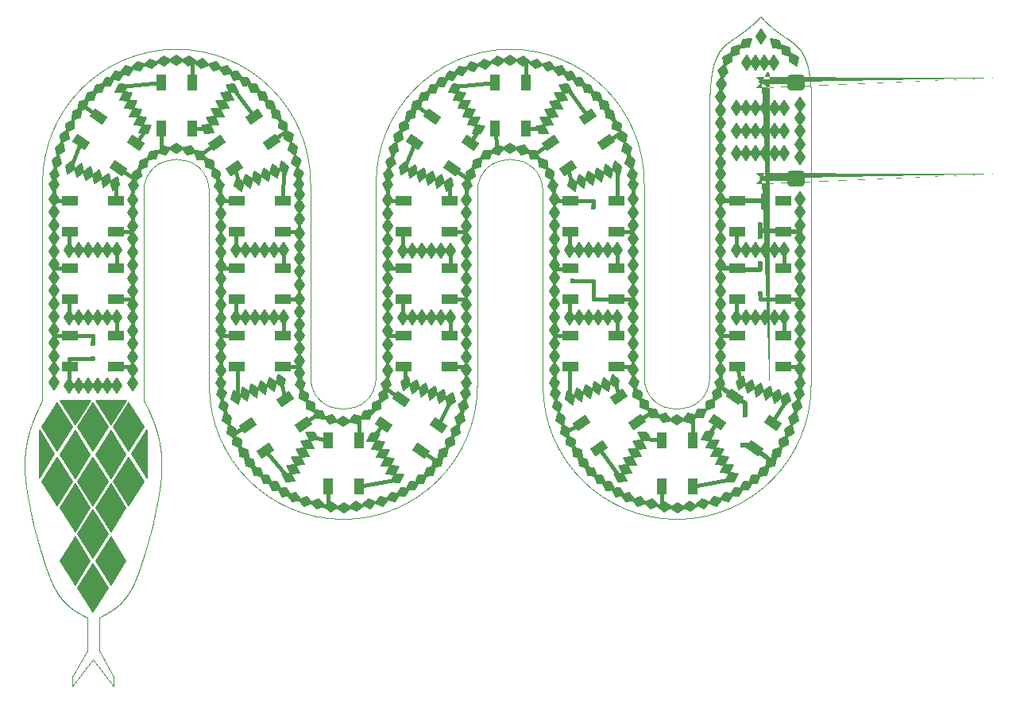
<source format=gbr>
%TF.GenerationSoftware,KiCad,Pcbnew,9.0.0*%
%TF.CreationDate,2025-12-28T17:48:29+00:00*%
%TF.ProjectId,turing,74757269-6e67-42e6-9b69-6361645f7063,v2.0*%
%TF.SameCoordinates,Original*%
%TF.FileFunction,Copper,L1,Top*%
%TF.FilePolarity,Positive*%
%FSLAX46Y46*%
G04 Gerber Fmt 4.6, Leading zero omitted, Abs format (unit mm)*
G04 Created by KiCad (PCBNEW 9.0.0) date 2025-12-28 17:48:29*
%MOMM*%
%LPD*%
G01*
G04 APERTURE LIST*
G04 Aperture macros list*
%AMRoundRect*
0 Rectangle with rounded corners*
0 $1 Rounding radius*
0 $2 $3 $4 $5 $6 $7 $8 $9 X,Y pos of 4 corners*
0 Add a 4 corners polygon primitive as box body*
4,1,4,$2,$3,$4,$5,$6,$7,$8,$9,$2,$3,0*
0 Add four circle primitives for the rounded corners*
1,1,$1+$1,$2,$3*
1,1,$1+$1,$4,$5*
1,1,$1+$1,$6,$7*
1,1,$1+$1,$8,$9*
0 Add four rect primitives between the rounded corners*
20,1,$1+$1,$2,$3,$4,$5,0*
20,1,$1+$1,$4,$5,$6,$7,0*
20,1,$1+$1,$6,$7,$8,$9,0*
20,1,$1+$1,$8,$9,$2,$3,0*%
%AMRotRect*
0 Rectangle, with rotation*
0 The origin of the aperture is its center*
0 $1 length*
0 $2 width*
0 $3 Rotation angle, in degrees counterclockwise*
0 Add horizontal line*
21,1,$1,$2,0,0,$3*%
%AMFreePoly0*
4,1,185,0.541661,1.129956,0.556661,1.127956,0.556660,1.127955,0.572620,1.125961,0.572981,1.125903,0.587981,1.122903,0.587980,1.122902,0.603921,1.119914,0.604581,1.119743,0.634581,1.109743,0.634970,1.109596,0.648970,1.103596,0.649236,1.103472,0.677236,1.089472,0.677620,1.089258,0.690620,1.081258,0.690846,1.081111,0.703846,1.072111,0.704049,1.071963,0.717049,1.061963,
0.717201,1.061841,0.729201,1.051841,0.729536,1.051536,0.751536,1.029536,0.751841,1.029201,0.761841,1.017201,0.761963,1.017049,0.771963,1.004049,0.772111,1.003846,0.781111,0.990846,0.781258,0.990620,0.789258,0.977620,0.789472,0.977236,0.803472,0.949236,0.803596,0.948970,0.809596,0.934970,0.809743,0.934581,0.819743,0.904581,0.819914,0.903921,0.822903,0.887981,
0.825903,0.872981,0.825961,0.872620,0.827956,0.856661,0.829956,0.841661,0.830000,0.841000,0.830000,-0.841000,0.829956,-0.841661,0.827956,-0.856661,0.825961,-0.872620,0.825903,-0.872981,0.822903,-0.887981,0.819914,-0.903921,0.819743,-0.904581,0.809743,-0.934581,0.809596,-0.934970,0.803596,-0.948970,0.803472,-0.949236,0.789472,-0.977236,0.789258,-0.977620,0.781258,-0.990620,
0.781111,-0.990846,0.772111,-1.003846,0.771963,-1.004049,0.761963,-1.017049,0.761841,-1.017201,0.751841,-1.029201,0.751536,-1.029536,0.729536,-1.051536,0.729201,-1.051841,0.717201,-1.061841,0.717049,-1.061963,0.704049,-1.071963,0.703846,-1.072111,0.690846,-1.081111,0.690620,-1.081258,0.677620,-1.089258,0.677236,-1.089472,0.649236,-1.103472,0.648970,-1.103596,0.634970,-1.109596,
0.634581,-1.109743,0.604581,-1.119743,0.603921,-1.119914,0.587980,-1.122902,0.587981,-1.122903,0.572981,-1.125903,0.572620,-1.125961,0.556660,-1.127955,0.556661,-1.127956,0.541661,-1.129956,0.541000,-1.130000,-0.541000,-1.130000,-0.541661,-1.129956,-0.556661,-1.127956,-0.556660,-1.127955,-0.572620,-1.125961,-0.572981,-1.125903,-0.587981,-1.122903,-0.587980,-1.122902,-0.603921,-1.119914,
-0.604581,-1.119743,-0.634581,-1.109743,-0.634970,-1.109596,-0.648970,-1.103596,-0.649236,-1.103472,-0.677236,-1.089472,-0.677620,-1.089258,-0.690620,-1.081258,-0.690846,-1.081111,-0.703846,-1.072111,-0.704049,-1.071963,-0.717049,-1.061963,-0.717201,-1.061841,-0.729201,-1.051841,-0.729536,-1.051536,-0.751536,-1.029536,-0.751841,-1.029201,-0.761841,-1.017201,-0.761963,-1.017049,-0.771963,-1.004049,
-0.772111,-1.003846,-0.781111,-0.990846,-0.781258,-0.990620,-0.789258,-0.977620,-0.789472,-0.977236,-0.803472,-0.949236,-0.803596,-0.948970,-0.809596,-0.934970,-0.809743,-0.934581,-0.819743,-0.904581,-0.819914,-0.903921,-0.822903,-0.887981,-0.825903,-0.872981,-0.825961,-0.872620,-0.827956,-0.856661,-0.829956,-0.841661,-0.830000,-0.841000,-0.830000,0.841000,-0.829956,0.841661,-0.827956,0.856661,
-0.825961,0.872620,-0.825903,0.872981,-0.822903,0.887981,-0.819914,0.903921,-0.819743,0.904581,-0.809743,0.934581,-0.809596,0.934970,-0.803596,0.948970,-0.803472,0.949236,-0.789472,0.977236,-0.789258,0.977620,-0.781258,0.990620,-0.781111,0.990846,-0.772111,1.003846,-0.771963,1.004049,-0.761963,1.017049,-0.761841,1.017201,-0.751841,1.029201,-0.751536,1.029536,-0.729536,1.051536,
-0.729201,1.051841,-0.717201,1.061841,-0.717049,1.061963,-0.704049,1.071963,-0.703846,1.072111,-0.690846,1.081111,-0.690620,1.081258,-0.677620,1.089258,-0.677236,1.089472,-0.649236,1.103472,-0.648970,1.103596,-0.634970,1.109596,-0.634581,1.109743,-0.604581,1.119743,-0.603921,1.119914,-0.587980,1.122902,-0.587981,1.122903,-0.572981,1.125903,-0.572620,1.125961,-0.556660,1.127955,
-0.556661,1.127956,-0.541661,1.129956,-0.541000,1.130000,0.541000,1.130000,0.541661,1.129956,0.541661,1.129956,$1*%
G04 Aperture macros list end*
%TA.AperFunction,Conductor*%
%ADD10C,0.200000*%
%TD*%
%TA.AperFunction,NonConductor*%
%ADD11C,0.200000*%
%TD*%
%TA.AperFunction,ComponentPad*%
%ADD12FreePoly0,270.000000*%
%TD*%
%TA.AperFunction,ComponentPad*%
%ADD13RoundRect,0.250000X-0.650000X0.575000X-0.650000X-0.575000X0.650000X-0.575000X0.650000X0.575000X0*%
%TD*%
%TA.AperFunction,SMDPad,CuDef*%
%ADD14R,1.016000X1.651000*%
%TD*%
%TA.AperFunction,SMDPad,CuDef*%
%ADD15R,1.651000X1.016000*%
%TD*%
%TA.AperFunction,SMDPad,CuDef*%
%ADD16RotRect,1.651000X1.016000X215.000000*%
%TD*%
%TA.AperFunction,SMDPad,CuDef*%
%ADD17RotRect,1.651000X1.016000X325.000000*%
%TD*%
%TA.AperFunction,ViaPad*%
%ADD18C,0.600000*%
%TD*%
%TA.AperFunction,Conductor*%
%ADD19C,0.508000*%
%TD*%
%TA.AperFunction,Conductor*%
%ADD20C,0.381000*%
%TD*%
%TA.AperFunction,Conductor*%
%ADD21C,0.254000*%
%TD*%
%TA.AperFunction,Profile*%
%ADD22C,0.050000*%
%TD*%
%ADD23C,0.050000*%
G04 APERTURE END LIST*
D10*
%TO.N,Net-(LED2-DO)*%
X67310000Y-115062000D02*
X66802000Y-115824000D01*
X66294000Y-115062000D01*
X66802000Y-114300000D01*
X67310000Y-115062000D01*
%TA.AperFunction,Conductor*%
G36*
X67310000Y-115062000D02*
G01*
X66802000Y-115824000D01*
X66294000Y-115062000D01*
X66802000Y-114300000D01*
X67310000Y-115062000D01*
G37*
%TD.AperFunction*%
%TO.N,Net-(LED16-DO)*%
X109053420Y-101835113D02*
X108647510Y-102656053D01*
X107733598Y-102597112D01*
X108139510Y-101776171D01*
X109053420Y-101835113D01*
%TA.AperFunction,Conductor*%
G36*
X109053420Y-101835113D02*
G01*
X108647510Y-102656053D01*
X107733598Y-102597112D01*
X108139510Y-101776171D01*
X109053420Y-101835113D01*
G37*
%TD.AperFunction*%
%TO.N,GND*%
X89787046Y-110454831D02*
X89279046Y-111216831D01*
X88771046Y-110454831D01*
X89279046Y-109692831D01*
X89787046Y-110454831D01*
%TA.AperFunction,Conductor*%
G36*
X89787046Y-110454831D02*
G01*
X89279046Y-111216831D01*
X88771046Y-110454831D01*
X89279046Y-109692831D01*
X89787046Y-110454831D01*
G37*
%TD.AperFunction*%
%TO.N,VCC*%
X78253402Y-104697306D02*
X77371716Y-104944971D01*
X76803993Y-104226364D01*
X77685678Y-103978698D01*
X78253402Y-104697306D01*
%TA.AperFunction,Conductor*%
G36*
X78253402Y-104697306D02*
G01*
X77371716Y-104944971D01*
X76803993Y-104226364D01*
X77685678Y-103978698D01*
X78253402Y-104697306D01*
G37*
%TD.AperFunction*%
X81724397Y-131590201D02*
X81430925Y-132457718D01*
X80743015Y-131853163D01*
X81036486Y-130985647D01*
X81724397Y-131590201D01*
%TA.AperFunction,Conductor*%
G36*
X81724397Y-131590201D02*
G01*
X81430925Y-132457718D01*
X80743015Y-131853163D01*
X81036486Y-130985647D01*
X81724397Y-131590201D01*
G37*
%TD.AperFunction*%
%TO.N,GND*%
X137217955Y-93401716D02*
X136307691Y-93502368D01*
X136564881Y-92623414D01*
X137475145Y-92522762D01*
X137217955Y-93401716D01*
%TA.AperFunction,Conductor*%
G36*
X137217955Y-93401716D02*
G01*
X136307691Y-93502368D01*
X136564881Y-92623414D01*
X137475145Y-92522762D01*
X137217955Y-93401716D01*
G37*
%TD.AperFunction*%
%TO.N,VCC*%
X142452113Y-133258313D02*
X141714131Y-133800612D01*
X141497385Y-132910819D01*
X142235368Y-132368521D01*
X142452113Y-133258313D01*
%TA.AperFunction,Conductor*%
G36*
X142452113Y-133258313D02*
G01*
X141714131Y-133800612D01*
X141497385Y-132910819D01*
X142235368Y-132368521D01*
X142452113Y-133258313D01*
G37*
%TD.AperFunction*%
%TO.N,Net-(LED16-DO)*%
X107529421Y-99195467D02*
X107123509Y-100016408D01*
X106209598Y-99957467D01*
X106615509Y-99136526D01*
X107529421Y-99195467D01*
%TA.AperFunction,Conductor*%
G36*
X107529421Y-99195467D02*
G01*
X107123509Y-100016408D01*
X106209598Y-99957467D01*
X106615509Y-99136526D01*
X107529421Y-99195467D01*
G37*
%TD.AperFunction*%
%TO.N,GND*%
X134683500Y-104330500D02*
X134175500Y-105092500D01*
X133667500Y-104330500D01*
X134175500Y-103568500D01*
X134683500Y-104330500D01*
%TA.AperFunction,Conductor*%
G36*
X134683500Y-104330500D02*
G01*
X134175500Y-105092500D01*
X133667500Y-104330500D01*
X134175500Y-103568500D01*
X134683500Y-104330500D01*
G37*
%TD.AperFunction*%
%TO.N,VCC*%
X143192500Y-119428846D02*
X142684500Y-120190846D01*
X142176500Y-119428846D01*
X142684500Y-118666846D01*
X143192500Y-119428846D01*
%TA.AperFunction,Conductor*%
G36*
X143192500Y-119428846D02*
G01*
X142684500Y-120190846D01*
X142176500Y-119428846D01*
X142684500Y-118666846D01*
X143192500Y-119428846D01*
G37*
%TD.AperFunction*%
%TO.N,GND*%
X100295186Y-103223082D02*
X99512746Y-103698997D01*
X99374376Y-102793700D01*
X100156815Y-102317784D01*
X100295186Y-103223082D01*
%TA.AperFunction,Conductor*%
G36*
X100295186Y-103223082D02*
G01*
X99512746Y-103698997D01*
X99374376Y-102793700D01*
X100156815Y-102317784D01*
X100295186Y-103223082D01*
G37*
%TD.AperFunction*%
X118793396Y-96805124D02*
X117888100Y-96943494D01*
X117412183Y-96161053D01*
X118317480Y-96022685D01*
X118793396Y-96805124D01*
%TA.AperFunction,Conductor*%
G36*
X118793396Y-96805124D02*
G01*
X117888100Y-96943494D01*
X117412183Y-96161053D01*
X118317480Y-96022685D01*
X118793396Y-96805124D01*
G37*
%TD.AperFunction*%
X130301999Y-133201508D02*
X129540000Y-133709508D01*
X128778000Y-133201508D01*
X129540000Y-132693508D01*
X130301999Y-133201508D01*
%TA.AperFunction,Conductor*%
G36*
X130301999Y-133201508D02*
G01*
X129540000Y-133709508D01*
X128778000Y-133201508D01*
X129540000Y-132693508D01*
X130301999Y-133201508D01*
G37*
%TD.AperFunction*%
%TO.N,Net-(LED22-DO)*%
X125162348Y-137989454D02*
X124248436Y-138048395D01*
X123842525Y-137227454D01*
X124756436Y-137168513D01*
X125162348Y-137989454D01*
%TA.AperFunction,Conductor*%
G36*
X125162348Y-137989454D02*
G01*
X124248436Y-138048395D01*
X123842525Y-137227454D01*
X124756436Y-137168513D01*
X125162348Y-137989454D01*
G37*
%TD.AperFunction*%
%TO.N,GND*%
X134670800Y-126454877D02*
X134162800Y-127216877D01*
X133654800Y-126454877D01*
X134162800Y-125692877D01*
X134670800Y-126454877D01*
%TA.AperFunction,Conductor*%
G36*
X134670800Y-126454877D02*
G01*
X134162800Y-127216877D01*
X133654800Y-126454877D01*
X134162800Y-125692877D01*
X134670800Y-126454877D01*
G37*
%TD.AperFunction*%
%TO.N,VCC*%
X143192500Y-125016846D02*
X142684500Y-125778846D01*
X142176500Y-125016846D01*
X142684500Y-124254846D01*
X143192500Y-125016846D01*
%TA.AperFunction,Conductor*%
G36*
X143192500Y-125016846D02*
G01*
X142684500Y-125778846D01*
X142176500Y-125016846D01*
X142684500Y-124254846D01*
X143192500Y-125016846D01*
G37*
%TD.AperFunction*%
%TO.N,GND*%
X99187000Y-113940492D02*
X98679000Y-114702492D01*
X98171000Y-113940492D01*
X98679000Y-113178492D01*
X99187000Y-113940492D01*
%TA.AperFunction,Conductor*%
G36*
X99187000Y-113940492D02*
G01*
X98679000Y-114702492D01*
X98171000Y-113940492D01*
X98679000Y-113178492D01*
X99187000Y-113940492D01*
G37*
%TD.AperFunction*%
%TO.N,VCC*%
X116967000Y-109677200D02*
X116459000Y-110439200D01*
X115951000Y-109677200D01*
X116459000Y-108915200D01*
X116967000Y-109677200D01*
%TA.AperFunction,Conductor*%
G36*
X116967000Y-109677200D02*
G01*
X116459000Y-110439200D01*
X115951000Y-109677200D01*
X116459000Y-108915200D01*
X116967000Y-109677200D01*
G37*
%TD.AperFunction*%
%TO.N,GND*%
X134670800Y-125057877D02*
X134162800Y-125819877D01*
X133654800Y-125057877D01*
X134162800Y-124295877D01*
X134670800Y-125057877D01*
%TA.AperFunction,Conductor*%
G36*
X134670800Y-125057877D02*
G01*
X134162800Y-125819877D01*
X133654800Y-125057877D01*
X134162800Y-124295877D01*
X134670800Y-125057877D01*
G37*
%TD.AperFunction*%
X84174622Y-97497207D02*
X83260711Y-97556148D01*
X82854800Y-96735206D01*
X83768711Y-96676266D01*
X84174622Y-97497207D01*
%TA.AperFunction,Conductor*%
G36*
X84174622Y-97497207D02*
G01*
X83260711Y-97556148D01*
X82854800Y-96735206D01*
X83768711Y-96676266D01*
X84174622Y-97497207D01*
G37*
%TD.AperFunction*%
%TO.N,VCC*%
X83769899Y-136447994D02*
X83870551Y-137358258D01*
X82991597Y-137101068D01*
X82890944Y-136190805D01*
X83769899Y-136447994D01*
%TA.AperFunction,Conductor*%
G36*
X83769899Y-136447994D02*
G01*
X83870551Y-137358258D01*
X82991597Y-137101068D01*
X82890944Y-136190805D01*
X83769899Y-136447994D01*
G37*
%TD.AperFunction*%
%TO.N,Net-(LED2-DO)*%
X69342000Y-115062000D02*
X68834000Y-115824000D01*
X68326000Y-115062000D01*
X68834000Y-114300000D01*
X69342000Y-115062000D01*
%TA.AperFunction,Conductor*%
G36*
X69342000Y-115062000D02*
G01*
X68834000Y-115824000D01*
X68326000Y-115062000D01*
X68834000Y-114300000D01*
X69342000Y-115062000D01*
G37*
%TD.AperFunction*%
%TO.N,GND*%
X63918019Y-105807406D02*
X63230108Y-106411960D01*
X62936637Y-105544444D01*
X63624547Y-104939889D01*
X63918019Y-105807406D01*
%TA.AperFunction,Conductor*%
G36*
X63918019Y-105807406D02*
G01*
X63230108Y-106411960D01*
X62936637Y-105544444D01*
X63624547Y-104939889D01*
X63918019Y-105807406D01*
G37*
%TD.AperFunction*%
%TO.N,Net-(LED10-DO)*%
X91291063Y-135349014D02*
X90377152Y-135407955D01*
X89971240Y-134587014D01*
X90885152Y-134528073D01*
X91291063Y-135349014D01*
%TA.AperFunction,Conductor*%
G36*
X91291063Y-135349014D02*
G01*
X90377152Y-135407955D01*
X89971240Y-134587014D01*
X90885152Y-134528073D01*
X91291063Y-135349014D01*
G37*
%TD.AperFunction*%
%TO.N,GND*%
X90881200Y-131415692D02*
X90918112Y-132330757D01*
X90059239Y-132012882D01*
X90022327Y-131097816D01*
X90881200Y-131415692D01*
%TA.AperFunction,Conductor*%
G36*
X90881200Y-131415692D02*
G01*
X90918112Y-132330757D01*
X90059239Y-132012882D01*
X90022327Y-131097816D01*
X90881200Y-131415692D01*
G37*
%TD.AperFunction*%
X136145734Y-94129211D02*
X135266778Y-94386400D01*
X135367432Y-93476139D01*
X136246388Y-93218950D01*
X136145734Y-94129211D01*
%TA.AperFunction,Conductor*%
G36*
X136145734Y-94129211D02*
G01*
X135266778Y-94386400D01*
X135367432Y-93476139D01*
X136246388Y-93218950D01*
X136145734Y-94129211D01*
G37*
%TD.AperFunction*%
X99187000Y-125116492D02*
X98679000Y-125878492D01*
X98171000Y-125116492D01*
X98679000Y-124354492D01*
X99187000Y-125116492D01*
%TA.AperFunction,Conductor*%
G36*
X99187000Y-125116492D02*
G01*
X98679000Y-125878492D01*
X98171000Y-125116492D01*
X98679000Y-124354492D01*
X99187000Y-125116492D01*
G37*
%TD.AperFunction*%
%TO.N,Net-(LED15-DO)*%
X100908721Y-106524020D02*
X100170738Y-107066320D01*
X99953994Y-106176528D01*
X100691977Y-105634228D01*
X100908721Y-106524020D01*
%TA.AperFunction,Conductor*%
G36*
X100908721Y-106524020D02*
G01*
X100170738Y-107066320D01*
X99953994Y-106176528D01*
X100691977Y-105634228D01*
X100908721Y-106524020D01*
G37*
%TD.AperFunction*%
%TO.N,VCC*%
X75590400Y-104212700D02*
X75022676Y-104931308D01*
X74140991Y-104683642D01*
X74708714Y-103965035D01*
X75590400Y-104212700D01*
%TA.AperFunction,Conductor*%
G36*
X75590400Y-104212700D02*
G01*
X75022676Y-104931308D01*
X74140991Y-104683642D01*
X74708714Y-103965035D01*
X75590400Y-104212700D01*
G37*
%TD.AperFunction*%
%TO.N,Net-(LED8-DO)*%
X87122000Y-122301000D02*
X86614000Y-123063000D01*
X86106000Y-122301000D01*
X86614000Y-121539000D01*
X87122000Y-122301000D01*
%TA.AperFunction,Conductor*%
G36*
X87122000Y-122301000D02*
G01*
X86614000Y-123063000D01*
X86106000Y-122301000D01*
X86614000Y-121539000D01*
X87122000Y-122301000D01*
G37*
%TD.AperFunction*%
%TO.N,Net-(LED17-DO)*%
X115819252Y-102594578D02*
X114905340Y-102653519D01*
X114499429Y-101832578D01*
X115413340Y-101773637D01*
X115819252Y-102594578D01*
%TA.AperFunction,Conductor*%
G36*
X115819252Y-102594578D02*
G01*
X114905340Y-102653519D01*
X114499429Y-101832578D01*
X115413340Y-101773637D01*
X115819252Y-102594578D01*
G37*
%TD.AperFunction*%
%TO.N,GND*%
X63652400Y-116611400D02*
X63144400Y-117373400D01*
X62636400Y-116611400D01*
X63144400Y-115849400D01*
X63652400Y-116611400D01*
%TA.AperFunction,Conductor*%
G36*
X63652400Y-116611400D02*
G01*
X63144400Y-117373400D01*
X62636400Y-116611400D01*
X63144400Y-115849400D01*
X63652400Y-116611400D01*
G37*
%TD.AperFunction*%
D11*
X141543368Y-93472000D02*
X141644022Y-94382261D01*
X140765066Y-94125072D01*
X140664412Y-93214811D01*
X141543368Y-93472000D01*
%TA.AperFunction,NonConductor*%
G36*
X141543368Y-93472000D02*
G01*
X141644022Y-94382261D01*
X140765066Y-94125072D01*
X140664412Y-93214811D01*
X141543368Y-93472000D01*
G37*
%TD.AperFunction*%
X139420600Y-104749600D02*
X138912600Y-105511600D01*
X138404600Y-104749600D01*
X138912600Y-103987600D01*
X139420600Y-104749600D01*
%TA.AperFunction,NonConductor*%
G36*
X139420600Y-104749600D02*
G01*
X138912600Y-105511600D01*
X138404600Y-104749600D01*
X138912600Y-103987600D01*
X139420600Y-104749600D01*
G37*
%TD.AperFunction*%
X138430000Y-95059500D02*
X137922000Y-95821500D01*
X137414000Y-95059500D01*
X137922000Y-94297500D01*
X138430000Y-95059500D01*
%TA.AperFunction,NonConductor*%
G36*
X138430000Y-95059500D02*
G01*
X137922000Y-95821500D01*
X137414000Y-95059500D01*
X137922000Y-94297500D01*
X138430000Y-95059500D01*
G37*
%TD.AperFunction*%
D10*
X134683500Y-101536500D02*
X134175500Y-102298500D01*
X133667500Y-101536500D01*
X134175500Y-100774500D01*
X134683500Y-101536500D01*
%TA.AperFunction,Conductor*%
G36*
X134683500Y-101536500D02*
G01*
X134175500Y-102298500D01*
X133667500Y-101536500D01*
X134175500Y-100774500D01*
X134683500Y-101536500D01*
G37*
%TD.AperFunction*%
%TO.N,Net-(LED13-DO)*%
X105898462Y-122301000D02*
X105390462Y-123063000D01*
X104882462Y-122301000D01*
X105390462Y-121539000D01*
X105898462Y-122301000D01*
%TA.AperFunction,Conductor*%
G36*
X105898462Y-122301000D02*
G01*
X105390462Y-123063000D01*
X104882462Y-122301000D01*
X105390462Y-121539000D01*
X105898462Y-122301000D01*
G37*
%TD.AperFunction*%
%TO.N,Net-(LED21-DO)*%
X120518545Y-129980985D02*
X120301800Y-130870777D01*
X119563817Y-130328477D01*
X119780562Y-129438685D01*
X120518545Y-129980985D01*
%TA.AperFunction,Conductor*%
G36*
X120518545Y-129980985D02*
G01*
X120301800Y-130870777D01*
X119563817Y-130328477D01*
X119780562Y-129438685D01*
X120518545Y-129980985D01*
G37*
%TD.AperFunction*%
%TO.N,GND*%
X89789000Y-123037600D02*
X89281000Y-123799600D01*
X88773000Y-123037600D01*
X89281000Y-122275600D01*
X89789000Y-123037600D01*
%TA.AperFunction,Conductor*%
G36*
X89789000Y-123037600D02*
G01*
X89281000Y-123799600D01*
X88773000Y-123037600D01*
X89281000Y-122275600D01*
X89789000Y-123037600D01*
G37*
%TD.AperFunction*%
%TO.N,Net-(LED25-DO)*%
X140425929Y-122246893D02*
X139917929Y-123008893D01*
X139409929Y-122246893D01*
X139917929Y-121484893D01*
X140425929Y-122246893D01*
%TA.AperFunction,Conductor*%
G36*
X140425929Y-122246893D02*
G01*
X139917929Y-123008893D01*
X139409929Y-122246893D01*
X139917929Y-121484893D01*
X140425929Y-122246893D01*
G37*
%TD.AperFunction*%
%TO.N,Net-(LED17-DO)*%
X116825483Y-100851735D02*
X115911571Y-100910676D01*
X115505660Y-100089735D01*
X116419571Y-100030794D01*
X116825483Y-100851735D01*
%TA.AperFunction,Conductor*%
G36*
X116825483Y-100851735D02*
G01*
X115911571Y-100910676D01*
X115505660Y-100089735D01*
X116419571Y-100030794D01*
X116825483Y-100851735D01*
G37*
%TD.AperFunction*%
%TO.N,VCC*%
X81270606Y-108170024D02*
X80873600Y-108995308D01*
X80264494Y-108311424D01*
X80661499Y-107486141D01*
X81270606Y-108170024D01*
%TA.AperFunction,Conductor*%
G36*
X81270606Y-108170024D02*
G01*
X80873600Y-108995308D01*
X80264494Y-108311424D01*
X80661499Y-107486141D01*
X81270606Y-108170024D01*
G37*
%TD.AperFunction*%
X83089727Y-135313158D02*
X83030785Y-136227071D01*
X82209845Y-135821160D01*
X82268786Y-134907248D01*
X83089727Y-135313158D01*
%TA.AperFunction,Conductor*%
G36*
X83089727Y-135313158D02*
G01*
X83030785Y-136227071D01*
X82209845Y-135821160D01*
X82268786Y-134907248D01*
X83089727Y-135313158D01*
G37*
%TD.AperFunction*%
%TO.N,GND*%
X63652400Y-124993400D02*
X63144400Y-125755400D01*
X62636400Y-124993400D01*
X63144400Y-124231400D01*
X63652400Y-124993400D01*
%TA.AperFunction,Conductor*%
G36*
X63652400Y-124993400D02*
G01*
X63144400Y-125755400D01*
X62636400Y-124993400D01*
X63144400Y-124231400D01*
X63652400Y-124993400D01*
G37*
%TD.AperFunction*%
X99187000Y-109749492D02*
X98679000Y-110511492D01*
X98171000Y-109749492D01*
X98679000Y-108987492D01*
X99187000Y-109749492D01*
%TA.AperFunction,Conductor*%
G36*
X99187000Y-109749492D02*
G01*
X98679000Y-110511492D01*
X98171000Y-109749492D01*
X98679000Y-108987492D01*
X99187000Y-109749492D01*
G37*
%TD.AperFunction*%
X65283349Y-102084449D02*
X64462408Y-102490359D01*
X64403467Y-101576447D01*
X65224407Y-101170536D01*
X65283349Y-102084449D01*
%TA.AperFunction,Conductor*%
G36*
X65283349Y-102084449D02*
G01*
X64462408Y-102490359D01*
X64403467Y-101576447D01*
X65224407Y-101170536D01*
X65283349Y-102084449D01*
G37*
%TD.AperFunction*%
%TO.N,VCC*%
X81407000Y-116736446D02*
X80899000Y-117498446D01*
X80391000Y-116736446D01*
X80899000Y-115974446D01*
X81407000Y-116736446D01*
%TA.AperFunction,Conductor*%
G36*
X81407000Y-116736446D02*
G01*
X80899000Y-117498446D01*
X80391000Y-116736446D01*
X80899000Y-115974446D01*
X81407000Y-116736446D01*
G37*
%TD.AperFunction*%
%TO.N,GND*%
X89789000Y-126949200D02*
X89281000Y-127711199D01*
X88773000Y-126949200D01*
X89281000Y-126187200D01*
X89789000Y-126949200D01*
%TA.AperFunction,Conductor*%
G36*
X89789000Y-126949200D02*
G01*
X89281000Y-127711199D01*
X88773000Y-126949200D01*
X89281000Y-126187200D01*
X89789000Y-126949200D01*
G37*
%TD.AperFunction*%
X125035435Y-105546661D02*
X124741964Y-106414177D01*
X124054053Y-105809623D01*
X124347525Y-104942106D01*
X125035435Y-105546661D01*
%TA.AperFunction,Conductor*%
G36*
X125035435Y-105546661D02*
G01*
X124741964Y-106414177D01*
X124054053Y-105809623D01*
X124347525Y-104942106D01*
X125035435Y-105546661D01*
G37*
%TD.AperFunction*%
%TO.N,VCC*%
X82514966Y-134196885D02*
X82376595Y-135102183D01*
X81594156Y-134626267D01*
X81732526Y-133720970D01*
X82514966Y-134196885D01*
%TA.AperFunction,Conductor*%
G36*
X82514966Y-134196885D02*
G01*
X82376595Y-135102183D01*
X81594156Y-134626267D01*
X81732526Y-133720970D01*
X82514966Y-134196885D01*
G37*
%TD.AperFunction*%
X107569000Y-120898138D02*
X107061000Y-121660138D01*
X106553000Y-120898138D01*
X107061000Y-120136138D01*
X107569000Y-120898138D01*
%TA.AperFunction,Conductor*%
G36*
X107569000Y-120898138D02*
G01*
X107061000Y-121660138D01*
X106553000Y-120898138D01*
X107061000Y-120136138D01*
X107569000Y-120898138D01*
G37*
%TD.AperFunction*%
%TO.N,Net-(LED24-DO)*%
X138744553Y-130158165D02*
X138006570Y-130700465D01*
X137789825Y-129810673D01*
X138527808Y-129268373D01*
X138744553Y-130158165D01*
%TA.AperFunction,Conductor*%
G36*
X138744553Y-130158165D02*
G01*
X138006570Y-130700465D01*
X137789825Y-129810673D01*
X138527808Y-129268373D01*
X138744553Y-130158165D01*
G37*
%TD.AperFunction*%
%TO.N,GND*%
X123568605Y-101578664D02*
X123509664Y-102492576D01*
X122688723Y-102086666D01*
X122747665Y-101172753D01*
X123568605Y-101578664D01*
%TA.AperFunction,Conductor*%
G36*
X123568605Y-101578664D02*
G01*
X123509664Y-102492576D01*
X122688723Y-102086666D01*
X122747665Y-101172753D01*
X123568605Y-101578664D01*
G37*
%TD.AperFunction*%
X64708588Y-103200722D02*
X63926148Y-103676637D01*
X63787778Y-102771340D01*
X64570217Y-102295424D01*
X64708588Y-103200722D01*
%TA.AperFunction,Conductor*%
G36*
X64708588Y-103200722D02*
G01*
X63926148Y-103676637D01*
X63787778Y-102771340D01*
X64570217Y-102295424D01*
X64708588Y-103200722D01*
G37*
%TD.AperFunction*%
%TO.N,VCC*%
X143192500Y-122222846D02*
X142684500Y-122984846D01*
X142176500Y-122222846D01*
X142684500Y-121460846D01*
X143192500Y-122222846D01*
%TA.AperFunction,Conductor*%
G36*
X143192500Y-122222846D02*
G01*
X142684500Y-122984846D01*
X142176500Y-122222846D01*
X142684500Y-121460846D01*
X143192500Y-122222846D01*
G37*
%TD.AperFunction*%
%TO.N,GND*%
X99187000Y-111146492D02*
X98679000Y-111908492D01*
X98171000Y-111146492D01*
X98679000Y-110384492D01*
X99187000Y-111146492D01*
%TA.AperFunction,Conductor*%
G36*
X99187000Y-111146492D02*
G01*
X98679000Y-111908492D01*
X98171000Y-111146492D01*
X98679000Y-110384492D01*
X99187000Y-111146492D01*
G37*
%TD.AperFunction*%
%TO.N,VCC*%
X81407000Y-123721446D02*
X80899000Y-124483446D01*
X80391000Y-123721446D01*
X80899000Y-122959446D01*
X81407000Y-123721446D01*
%TA.AperFunction,Conductor*%
G36*
X81407000Y-123721446D02*
G01*
X80899000Y-124483446D01*
X80391000Y-123721446D01*
X80899000Y-122959446D01*
X81407000Y-123721446D01*
G37*
%TD.AperFunction*%
X116967000Y-126441200D02*
X116459000Y-127203200D01*
X115951000Y-126441200D01*
X116459000Y-125679200D01*
X116967000Y-126441200D01*
%TA.AperFunction,Conductor*%
G36*
X116967000Y-126441200D02*
G01*
X116459000Y-127203200D01*
X115951000Y-126441200D01*
X116459000Y-125679200D01*
X116967000Y-126441200D01*
G37*
%TD.AperFunction*%
%TO.N,Net-(LED2-DO)*%
X68326000Y-115062000D02*
X67818000Y-115824000D01*
X67310000Y-115062000D01*
X67818000Y-114300000D01*
X68326000Y-115062000D01*
%TA.AperFunction,Conductor*%
G36*
X68326000Y-115062000D02*
G01*
X67818000Y-115824000D01*
X67310000Y-115062000D01*
X67818000Y-114300000D01*
X68326000Y-115062000D01*
G37*
%TD.AperFunction*%
%TO.N,Net-(LED6-DO)*%
X83349895Y-107892655D02*
X83133151Y-108782447D01*
X82395168Y-108240147D01*
X82611912Y-107350355D01*
X83349895Y-107892655D01*
%TA.AperFunction,Conductor*%
G36*
X83349895Y-107892655D02*
G01*
X83133151Y-108782447D01*
X82395168Y-108240147D01*
X82611912Y-107350355D01*
X83349895Y-107892655D01*
G37*
%TD.AperFunction*%
%TO.N,GND*%
X94741999Y-133350000D02*
X93980000Y-133858000D01*
X93218000Y-133350000D01*
X93980000Y-132842000D01*
X94741999Y-133350000D01*
%TA.AperFunction,Conductor*%
G36*
X94741999Y-133350000D02*
G01*
X93980000Y-133858000D01*
X93218000Y-133350000D01*
X93980000Y-132842000D01*
X94741999Y-133350000D01*
G37*
%TD.AperFunction*%
%TO.N,VCC*%
X72007046Y-111117184D02*
X71499046Y-111879184D01*
X70991046Y-111117184D01*
X71499046Y-110355184D01*
X72007046Y-111117184D01*
%TA.AperFunction,Conductor*%
G36*
X72007046Y-111117184D02*
G01*
X71499046Y-111879184D01*
X70991046Y-111117184D01*
X71499046Y-110355184D01*
X72007046Y-111117184D01*
G37*
%TD.AperFunction*%
%TO.N,Net-(LED23-DO)*%
X133479079Y-134559496D02*
X133073167Y-135380437D01*
X132159256Y-135321496D01*
X132565167Y-134500555D01*
X133479079Y-134559496D01*
%TA.AperFunction,Conductor*%
G36*
X133479079Y-134559496D02*
G01*
X133073167Y-135380437D01*
X132159256Y-135321496D01*
X132565167Y-134500555D01*
X133479079Y-134559496D01*
G37*
%TD.AperFunction*%
%TO.N,GND*%
X125348549Y-126427824D02*
X124840549Y-127189824D01*
X124332549Y-126427824D01*
X124840549Y-125665824D01*
X125348549Y-126427824D01*
%TA.AperFunction,Conductor*%
G36*
X125348549Y-126427824D02*
G01*
X124840549Y-127189824D01*
X124332549Y-126427824D01*
X124840549Y-125665824D01*
X125348549Y-126427824D01*
G37*
%TD.AperFunction*%
X134670800Y-120866877D02*
X134162800Y-121628877D01*
X133654800Y-120866877D01*
X134162800Y-120104877D01*
X134670800Y-120866877D01*
%TA.AperFunction,Conductor*%
G36*
X134670800Y-120866877D02*
G01*
X134162800Y-121628877D01*
X133654800Y-120866877D01*
X134162800Y-120104877D01*
X134670800Y-120866877D01*
G37*
%TD.AperFunction*%
%TO.N,Net-(LED11-DO)*%
X99366868Y-137318850D02*
X98960957Y-138139791D01*
X98047045Y-138080850D01*
X98452957Y-137259909D01*
X99366868Y-137318850D01*
%TA.AperFunction,Conductor*%
G36*
X99366868Y-137318850D02*
G01*
X98960957Y-138139791D01*
X98047045Y-138080850D01*
X98452957Y-137259909D01*
X99366868Y-137318850D01*
G37*
%TD.AperFunction*%
D11*
X68897500Y-151130000D02*
X67310000Y-153670000D01*
X65722500Y-151130000D01*
X67310000Y-148590000D01*
X68897500Y-151130000D01*
%TA.AperFunction,NonConductor*%
G36*
X68897500Y-151130000D02*
G01*
X67310000Y-153670000D01*
X65722500Y-151130000D01*
X67310000Y-148590000D01*
X68897500Y-151130000D01*
G37*
%TD.AperFunction*%
D10*
%TO.N,GND*%
X63684176Y-107094113D02*
X63051573Y-107756322D01*
X62683610Y-106917685D01*
X63316212Y-106255476D01*
X63684176Y-107094113D01*
%TA.AperFunction,Conductor*%
G36*
X63684176Y-107094113D02*
G01*
X63051573Y-107756322D01*
X62683610Y-106917685D01*
X63316212Y-106255476D01*
X63684176Y-107094113D01*
G37*
%TD.AperFunction*%
%TO.N,Net-(LED10-DI)*%
X83005038Y-130613037D02*
X82788294Y-131502829D01*
X82050311Y-130960529D01*
X82267056Y-130070738D01*
X83005038Y-130613037D01*
%TA.AperFunction,Conductor*%
G36*
X83005038Y-130613037D02*
G01*
X82788294Y-131502829D01*
X82050311Y-130960529D01*
X82267056Y-130070738D01*
X83005038Y-130613037D01*
G37*
%TD.AperFunction*%
%TO.N,Net-(LED6-DO)*%
X87150447Y-106509367D02*
X86933702Y-107399159D01*
X86195719Y-106856860D01*
X86412463Y-105967068D01*
X87150447Y-106509367D01*
%TA.AperFunction,Conductor*%
G36*
X87150447Y-106509367D02*
G01*
X86933702Y-107399159D01*
X86195719Y-106856860D01*
X86412463Y-105967068D01*
X87150447Y-106509367D01*
G37*
%TD.AperFunction*%
%TO.N,GND*%
X134620000Y-129351041D02*
X134010894Y-130034926D01*
X133613888Y-129209642D01*
X134222995Y-128525759D01*
X134620000Y-129351041D01*
%TA.AperFunction,Conductor*%
G36*
X134620000Y-129351041D02*
G01*
X134010894Y-130034926D01*
X133613888Y-129209642D01*
X134222995Y-128525759D01*
X134620000Y-129351041D01*
G37*
%TD.AperFunction*%
X134772400Y-97345500D02*
X134264400Y-98107500D01*
X133756400Y-97345500D01*
X134264400Y-96583500D01*
X134772400Y-97345500D01*
%TA.AperFunction,Conductor*%
G36*
X134772400Y-97345500D02*
G01*
X134264400Y-98107500D01*
X133756400Y-97345500D01*
X134264400Y-96583500D01*
X134772400Y-97345500D01*
G37*
%TD.AperFunction*%
%TO.N,Net-(LED1-DI)*%
X68326000Y-129540000D02*
X67818000Y-130302000D01*
X67310000Y-129540000D01*
X67818000Y-128778000D01*
X68326000Y-129540000D01*
%TA.AperFunction,Conductor*%
G36*
X68326000Y-129540000D02*
G01*
X67818000Y-130302000D01*
X67310000Y-129540000D01*
X67818000Y-128778000D01*
X68326000Y-129540000D01*
G37*
%TD.AperFunction*%
X66294000Y-129540000D02*
X65786000Y-130302000D01*
X65278000Y-129540000D01*
X65786000Y-128778000D01*
X66294000Y-129540000D01*
%TA.AperFunction,Conductor*%
G36*
X66294000Y-129540000D02*
G01*
X65786000Y-130302000D01*
X65278000Y-129540000D01*
X65786000Y-128778000D01*
X66294000Y-129540000D01*
G37*
%TD.AperFunction*%
%TO.N,Net-(LED14-DO)*%
X104902000Y-115189000D02*
X104394000Y-115951000D01*
X103886000Y-115189000D01*
X104394000Y-114427000D01*
X104902000Y-115189000D01*
%TA.AperFunction,Conductor*%
G36*
X104902000Y-115189000D02*
G01*
X104394000Y-115951000D01*
X103886000Y-115189000D01*
X104394000Y-114427000D01*
X104902000Y-115189000D01*
G37*
%TD.AperFunction*%
%TO.N,GND*%
X125348549Y-111060824D02*
X124840549Y-111822824D01*
X124332549Y-111060824D01*
X124840549Y-110298824D01*
X125348549Y-111060824D01*
%TA.AperFunction,Conductor*%
G36*
X125348549Y-111060824D02*
G01*
X124840549Y-111822824D01*
X124332549Y-111060824D01*
X124840549Y-110298824D01*
X125348549Y-111060824D01*
G37*
%TD.AperFunction*%
X117763298Y-96201655D02*
X116873507Y-96418400D01*
X116331207Y-95680416D01*
X117220999Y-95463672D01*
X117763298Y-96201655D01*
%TA.AperFunction,Conductor*%
G36*
X117763298Y-96201655D02*
G01*
X116873507Y-96418400D01*
X116331207Y-95680416D01*
X117220999Y-95463672D01*
X117763298Y-96201655D01*
G37*
%TD.AperFunction*%
D11*
X69231394Y-133681770D02*
X67643894Y-131141770D01*
X70818894Y-131141770D01*
X69231394Y-133681770D01*
%TA.AperFunction,NonConductor*%
G36*
X69231394Y-133681770D02*
G01*
X67643894Y-131141770D01*
X70818894Y-131141770D01*
X69231394Y-133681770D01*
G37*
%TD.AperFunction*%
D10*
%TO.N,VCC*%
X72007046Y-118102184D02*
X71499046Y-118864184D01*
X70991046Y-118102184D01*
X71499046Y-117340184D01*
X72007046Y-118102184D01*
%TA.AperFunction,Conductor*%
G36*
X72007046Y-118102184D02*
G01*
X71499046Y-118864184D01*
X70991046Y-118102184D01*
X71499046Y-117340184D01*
X72007046Y-118102184D01*
G37*
%TD.AperFunction*%
X112522000Y-104218154D02*
X111760000Y-104726154D01*
X110998001Y-104218154D01*
X111760000Y-103710154D01*
X112522000Y-104218154D01*
%TA.AperFunction,Conductor*%
G36*
X112522000Y-104218154D02*
G01*
X111760000Y-104726154D01*
X110998001Y-104218154D01*
X111760000Y-103710154D01*
X112522000Y-104218154D01*
G37*
%TD.AperFunction*%
%TO.N,Net-(LED7-DO)*%
X86106000Y-115062000D02*
X85598000Y-115824000D01*
X85090000Y-115062000D01*
X85598000Y-114300000D01*
X86106000Y-115062000D01*
%TA.AperFunction,Conductor*%
G36*
X86106000Y-115062000D02*
G01*
X85598000Y-115824000D01*
X85090000Y-115062000D01*
X85598000Y-114300000D01*
X86106000Y-115062000D01*
G37*
%TD.AperFunction*%
D11*
X143127799Y-102412800D02*
X142619799Y-103174799D01*
X142111799Y-102412800D01*
X142619799Y-101650800D01*
X143127799Y-102412800D01*
%TA.AperFunction,NonConductor*%
G36*
X143127799Y-102412800D02*
G01*
X142619799Y-103174799D01*
X142111799Y-102412800D01*
X142619799Y-101650800D01*
X143127799Y-102412800D01*
G37*
%TD.AperFunction*%
D10*
%TO.N,Net-(LED22-DO)*%
X124654348Y-138869336D02*
X123740436Y-138928277D01*
X123334525Y-138107336D01*
X124248436Y-138048395D01*
X124654348Y-138869336D01*
%TA.AperFunction,Conductor*%
G36*
X124654348Y-138869336D02*
G01*
X123740436Y-138928277D01*
X123334525Y-138107336D01*
X124248436Y-138048395D01*
X124654348Y-138869336D01*
G37*
%TD.AperFunction*%
%TO.N,VCC*%
X73073165Y-106195494D02*
X72214292Y-106513369D01*
X72251204Y-105598305D01*
X73110077Y-105280428D01*
X73073165Y-106195494D01*
%TA.AperFunction,Conductor*%
G36*
X73073165Y-106195494D02*
G01*
X72214292Y-106513369D01*
X72251204Y-105598305D01*
X73110077Y-105280428D01*
X73073165Y-106195494D01*
G37*
%TD.AperFunction*%
X107569000Y-115310138D02*
X107061000Y-116072138D01*
X106553000Y-115310138D01*
X107061000Y-114548138D01*
X107569000Y-115310138D01*
%TA.AperFunction,Conductor*%
G36*
X107569000Y-115310138D02*
G01*
X107061000Y-116072138D01*
X106553000Y-115310138D01*
X107061000Y-114548138D01*
X107569000Y-115310138D01*
G37*
%TD.AperFunction*%
%TO.N,Net-(LED1-DO)*%
X67310000Y-122301000D02*
X66802000Y-123063000D01*
X66294000Y-122301000D01*
X66802000Y-121539000D01*
X67310000Y-122301000D01*
%TA.AperFunction,Conductor*%
G36*
X67310000Y-122301000D02*
G01*
X66802000Y-123063000D01*
X66294000Y-122301000D01*
X66802000Y-121539000D01*
X67310000Y-122301000D01*
G37*
%TD.AperFunction*%
%TO.N,VCC*%
X107985279Y-107169412D02*
X107219926Y-107672343D01*
X107050047Y-106772430D01*
X107815401Y-106269495D01*
X107985279Y-107169412D01*
%TA.AperFunction,Conductor*%
G36*
X107985279Y-107169412D02*
G01*
X107219926Y-107672343D01*
X107050047Y-106772430D01*
X107815401Y-106269495D01*
X107985279Y-107169412D01*
G37*
%TD.AperFunction*%
X106892113Y-133258313D02*
X106154131Y-133800612D01*
X105937385Y-132910819D01*
X106675368Y-132368521D01*
X106892113Y-133258313D01*
%TA.AperFunction,Conductor*%
G36*
X106892113Y-133258313D02*
G01*
X106154131Y-133800612D01*
X105937385Y-132910819D01*
X106675368Y-132368521D01*
X106892113Y-133258313D01*
G37*
%TD.AperFunction*%
%TO.N,GND*%
X89789000Y-117398800D02*
X89281000Y-118160800D01*
X88773000Y-117398800D01*
X89281000Y-116636800D01*
X89789000Y-117398800D01*
%TA.AperFunction,Conductor*%
G36*
X89789000Y-117398800D02*
G01*
X89281000Y-118160800D01*
X88773000Y-117398800D01*
X89281000Y-116636800D01*
X89789000Y-117398800D01*
G37*
%TD.AperFunction*%
%TO.N,Net-(LED3-DO)*%
X69158567Y-107803753D02*
X68420583Y-108346052D01*
X68203839Y-107456260D01*
X68941822Y-106913961D01*
X69158567Y-107803753D01*
%TA.AperFunction,Conductor*%
G36*
X69158567Y-107803753D02*
G01*
X68420583Y-108346052D01*
X68203839Y-107456260D01*
X68941822Y-106913961D01*
X69158567Y-107803753D01*
G37*
%TD.AperFunction*%
%TO.N,GND*%
X122786853Y-100298756D02*
X122887506Y-101209019D01*
X122008551Y-100951830D01*
X121907899Y-100041566D01*
X122786853Y-100298756D01*
%TA.AperFunction,Conductor*%
G36*
X122786853Y-100298756D02*
G01*
X122887506Y-101209019D01*
X122008551Y-100951830D01*
X121907899Y-100041566D01*
X122786853Y-100298756D01*
G37*
%TD.AperFunction*%
X89789000Y-120286585D02*
X89281000Y-121048585D01*
X88773000Y-120286585D01*
X89281000Y-119524585D01*
X89789000Y-120286585D01*
%TA.AperFunction,Conductor*%
G36*
X89789000Y-120286585D02*
G01*
X89281000Y-121048585D01*
X88773000Y-120286585D01*
X89281000Y-119524585D01*
X89789000Y-120286585D01*
G37*
%TD.AperFunction*%
%TO.N,VCC*%
X118649727Y-135313158D02*
X118590785Y-136227071D01*
X117769845Y-135821160D01*
X117828786Y-134907248D01*
X118649727Y-135313158D01*
%TA.AperFunction,Conductor*%
G36*
X118649727Y-135313158D02*
G01*
X118590785Y-136227071D01*
X117769845Y-135821160D01*
X117828786Y-134907248D01*
X118649727Y-135313158D01*
G37*
%TD.AperFunction*%
%TO.N,GND*%
X134670800Y-119469877D02*
X134162800Y-120231877D01*
X133654800Y-119469877D01*
X134162800Y-118707877D01*
X134670800Y-119469877D01*
%TA.AperFunction,Conductor*%
G36*
X134670800Y-119469877D02*
G01*
X134162800Y-120231877D01*
X133654800Y-119469877D01*
X134162800Y-118707877D01*
X134670800Y-119469877D01*
G37*
%TD.AperFunction*%
%TO.N,VCC*%
X118074966Y-134196885D02*
X117936595Y-135102183D01*
X117154156Y-134626267D01*
X117292526Y-133720970D01*
X118074966Y-134196885D01*
%TA.AperFunction,Conductor*%
G36*
X118074966Y-134196885D02*
G01*
X117936595Y-135102183D01*
X117154156Y-134626267D01*
X117292526Y-133720970D01*
X118074966Y-134196885D01*
G37*
%TD.AperFunction*%
%TO.N,GND*%
X119761220Y-97519567D02*
X118847309Y-97578508D01*
X118441398Y-96757566D01*
X119355309Y-96698626D01*
X119761220Y-97519567D01*
%TA.AperFunction,Conductor*%
G36*
X119761220Y-97519567D02*
G01*
X118847309Y-97578508D01*
X118441398Y-96757566D01*
X119355309Y-96698626D01*
X119761220Y-97519567D01*
G37*
%TD.AperFunction*%
%TO.N,VCC*%
X94784833Y-142557500D02*
X94022834Y-143065500D01*
X93260834Y-142557500D01*
X94022834Y-142049500D01*
X94784833Y-142557500D01*
%TA.AperFunction,Conductor*%
G36*
X94784833Y-142557500D02*
G01*
X94022834Y-143065500D01*
X93260834Y-142557500D01*
X94022834Y-142049500D01*
X94784833Y-142557500D01*
G37*
%TD.AperFunction*%
%TO.N,GND*%
X64254467Y-104466645D02*
X63516484Y-105008943D01*
X63299739Y-104119151D01*
X64037721Y-103576852D01*
X64254467Y-104466645D01*
%TA.AperFunction,Conductor*%
G36*
X64254467Y-104466645D02*
G01*
X63516484Y-105008943D01*
X63299739Y-104119151D01*
X64037721Y-103576852D01*
X64254467Y-104466645D01*
G37*
%TD.AperFunction*%
%TO.N,VCC*%
X143192500Y-109649846D02*
X142684500Y-110411846D01*
X142176500Y-109649846D01*
X142684500Y-108887846D01*
X143192500Y-109649846D01*
%TA.AperFunction,Conductor*%
G36*
X143192500Y-109649846D02*
G01*
X142684500Y-110411846D01*
X142176500Y-109649846D01*
X142684500Y-108887846D01*
X143192500Y-109649846D01*
G37*
%TD.AperFunction*%
%TO.N,Net-(LED10-DI)*%
X87760317Y-128882257D02*
X87543573Y-129772049D01*
X86805590Y-129229749D01*
X87022334Y-128339957D01*
X87760317Y-128882257D01*
%TA.AperFunction,Conductor*%
G36*
X87760317Y-128882257D02*
G01*
X87543573Y-129772049D01*
X86805590Y-129229749D01*
X87022334Y-128339957D01*
X87760317Y-128882257D01*
G37*
%TD.AperFunction*%
%TO.N,Net-(LED25-DO)*%
X139409929Y-122246893D02*
X138901929Y-123008893D01*
X138393929Y-122246893D01*
X138901929Y-121484893D01*
X139409929Y-122246893D01*
%TA.AperFunction,Conductor*%
G36*
X139409929Y-122246893D02*
G01*
X138901929Y-123008893D01*
X138393929Y-122246893D01*
X138901929Y-121484893D01*
X139409929Y-122246893D01*
G37*
%TD.AperFunction*%
%TO.N,Net-(LED8-DO)*%
X88118462Y-122301000D02*
X87610462Y-123063000D01*
X87102462Y-122301000D01*
X87610462Y-121539000D01*
X88118462Y-122301000D01*
%TA.AperFunction,Conductor*%
G36*
X88118462Y-122301000D02*
G01*
X87610462Y-123063000D01*
X87102462Y-122301000D01*
X87610462Y-121539000D01*
X88118462Y-122301000D01*
G37*
%TD.AperFunction*%
%TO.N,Net-(LED16-DO)*%
X108037421Y-100075349D02*
X107631510Y-100896290D01*
X106717598Y-100837349D01*
X107123509Y-100016408D01*
X108037421Y-100075349D01*
%TA.AperFunction,Conductor*%
G36*
X108037421Y-100075349D02*
G01*
X107631510Y-100896290D01*
X106717598Y-100837349D01*
X107123509Y-100016408D01*
X108037421Y-100075349D01*
G37*
%TD.AperFunction*%
%TO.N,VCC*%
X99983078Y-141178026D02*
X99440779Y-141916009D01*
X98550987Y-141699265D01*
X99093287Y-140961281D01*
X99983078Y-141178026D01*
%TA.AperFunction,Conductor*%
G36*
X99983078Y-141178026D02*
G01*
X99440779Y-141916009D01*
X98550987Y-141699265D01*
X99093287Y-140961281D01*
X99983078Y-141178026D01*
G37*
%TD.AperFunction*%
%TO.N,Net-(LED17-DO)*%
X117841483Y-99091971D02*
X116927572Y-99150912D01*
X116521660Y-98329971D01*
X117435572Y-98271031D01*
X117841483Y-99091971D01*
%TA.AperFunction,Conductor*%
G36*
X117841483Y-99091971D02*
G01*
X116927572Y-99150912D01*
X116521660Y-98329971D01*
X117435572Y-98271031D01*
X117841483Y-99091971D01*
G37*
%TD.AperFunction*%
%TO.N,GND*%
X99187000Y-115337492D02*
X98679000Y-116099492D01*
X98171000Y-115337492D01*
X98679000Y-114575492D01*
X99187000Y-115337492D01*
%TA.AperFunction,Conductor*%
G36*
X99187000Y-115337492D02*
G01*
X98679000Y-116099492D01*
X98171000Y-115337492D01*
X98679000Y-114575492D01*
X99187000Y-115337492D01*
G37*
%TD.AperFunction*%
%TO.N,Net-(LED3-DO)*%
X66294383Y-106761275D02*
X65556400Y-107303575D01*
X65339656Y-106413783D01*
X66077639Y-105871483D01*
X66294383Y-106761275D01*
%TA.AperFunction,Conductor*%
G36*
X66294383Y-106761275D02*
G01*
X65556400Y-107303575D01*
X65339656Y-106413783D01*
X66077639Y-105871483D01*
X66294383Y-106761275D01*
G37*
%TD.AperFunction*%
D11*
X65087500Y-133985000D02*
X63500000Y-136525000D01*
X61912500Y-133985000D01*
X63500000Y-131445000D01*
X65087500Y-133985000D01*
%TA.AperFunction,NonConductor*%
G36*
X65087500Y-133985000D02*
G01*
X63500000Y-136525000D01*
X61912500Y-133985000D01*
X63500000Y-131445000D01*
X65087500Y-133985000D01*
G37*
%TD.AperFunction*%
X140436600Y-104749600D02*
X139928600Y-105511600D01*
X139420600Y-104749600D01*
X139928600Y-103987600D01*
X140436600Y-104749600D01*
%TA.AperFunction,NonConductor*%
G36*
X140436600Y-104749600D02*
G01*
X139928600Y-105511600D01*
X139420600Y-104749600D01*
X139928600Y-103987600D01*
X140436600Y-104749600D01*
G37*
%TD.AperFunction*%
D10*
%TO.N,GND*%
X120321108Y-97434971D02*
X120653925Y-98288165D01*
X119738354Y-98267229D01*
X119405538Y-97414034D01*
X120321108Y-97434971D01*
%TA.AperFunction,Conductor*%
G36*
X120321108Y-97434971D02*
G01*
X120653925Y-98288165D01*
X119738354Y-98267229D01*
X119405538Y-97414034D01*
X120321108Y-97434971D01*
G37*
%TD.AperFunction*%
%TO.N,Net-(LED3-DO)*%
X70113294Y-108151245D02*
X69375311Y-108693545D01*
X69158567Y-107803753D01*
X69896549Y-107261454D01*
X70113294Y-108151245D01*
%TA.AperFunction,Conductor*%
G36*
X70113294Y-108151245D02*
G01*
X69375311Y-108693545D01*
X69158567Y-107803753D01*
X69896549Y-107261454D01*
X70113294Y-108151245D01*
G37*
%TD.AperFunction*%
%TO.N,Net-(LED18-DO)*%
X118872000Y-107899200D02*
X118655256Y-108788992D01*
X117917273Y-108246692D01*
X118134017Y-107356900D01*
X118872000Y-107899200D01*
%TA.AperFunction,Conductor*%
G36*
X118872000Y-107899200D02*
G01*
X118655256Y-108788992D01*
X117917273Y-108246692D01*
X118134017Y-107356900D01*
X118872000Y-107899200D01*
G37*
%TD.AperFunction*%
%TO.N,Net-(LED25-DO)*%
X137377929Y-122246893D02*
X136869929Y-123008893D01*
X136361929Y-122246893D01*
X136869929Y-121484893D01*
X137377929Y-122246893D01*
%TA.AperFunction,Conductor*%
G36*
X137377929Y-122246893D02*
G01*
X136869929Y-123008893D01*
X136361929Y-122246893D01*
X136869929Y-121484893D01*
X137377929Y-122246893D01*
G37*
%TD.AperFunction*%
D11*
X137363200Y-102337500D02*
X136855200Y-103099500D01*
X136347200Y-102337500D01*
X136855200Y-101575500D01*
X137363200Y-102337500D01*
%TA.AperFunction,NonConductor*%
G36*
X137363200Y-102337500D02*
G01*
X136855200Y-103099500D01*
X136347200Y-102337500D01*
X136855200Y-101575500D01*
X137363200Y-102337500D01*
G37*
%TD.AperFunction*%
D10*
%TO.N,VCC*%
X116830606Y-108121178D02*
X116433600Y-108946462D01*
X115824494Y-108262578D01*
X116221499Y-107437295D01*
X116830606Y-108121178D01*
%TA.AperFunction,Conductor*%
G36*
X116830606Y-108121178D02*
G01*
X116433600Y-108946462D01*
X115824494Y-108262578D01*
X116221499Y-107437295D01*
X116830606Y-108121178D01*
G37*
%TD.AperFunction*%
%TO.N,GND*%
X125348549Y-109663824D02*
X124840549Y-110425824D01*
X124332549Y-109663824D01*
X124840549Y-108901824D01*
X125348549Y-109663824D01*
%TA.AperFunction,Conductor*%
G36*
X125348549Y-109663824D02*
G01*
X124840549Y-110425824D01*
X124332549Y-109663824D01*
X124840549Y-108901824D01*
X125348549Y-109663824D01*
G37*
%TD.AperFunction*%
X134683500Y-100139500D02*
X134175500Y-100901500D01*
X133667500Y-100139500D01*
X134175500Y-99377500D01*
X134683500Y-100139500D01*
%TA.AperFunction,Conductor*%
G36*
X134683500Y-100139500D02*
G01*
X134175500Y-100901500D01*
X133667500Y-100139500D01*
X134175500Y-99377500D01*
X134683500Y-100139500D01*
G37*
%TD.AperFunction*%
X125348549Y-120839824D02*
X124840549Y-121601824D01*
X124332549Y-120839824D01*
X124840549Y-120077824D01*
X125348549Y-120839824D01*
%TA.AperFunction,Conductor*%
G36*
X125348549Y-120839824D02*
G01*
X124840549Y-121601824D01*
X124332549Y-120839824D01*
X124840549Y-120077824D01*
X125348549Y-120839824D01*
G37*
%TD.AperFunction*%
D11*
X68897500Y-133985000D02*
X67310000Y-136525000D01*
X65722500Y-133985000D01*
X67310000Y-131445000D01*
X68897500Y-133985000D01*
%TA.AperFunction,NonConductor*%
G36*
X68897500Y-133985000D02*
G01*
X67310000Y-136525000D01*
X65722500Y-133985000D01*
X67310000Y-131445000D01*
X68897500Y-133985000D01*
G37*
%TD.AperFunction*%
D10*
%TO.N,Net-(LED7-DO)*%
X85090000Y-115062000D02*
X84582000Y-115824000D01*
X84074000Y-115062000D01*
X84582000Y-114300000D01*
X85090000Y-115062000D01*
%TA.AperFunction,Conductor*%
G36*
X85090000Y-115062000D02*
G01*
X84582000Y-115824000D01*
X84074000Y-115062000D01*
X84582000Y-114300000D01*
X85090000Y-115062000D01*
G37*
%TD.AperFunction*%
%TO.N,VCC*%
X107569000Y-109722138D02*
X107061000Y-110484138D01*
X106553000Y-109722138D01*
X107061000Y-108960138D01*
X107569000Y-109722138D01*
%TA.AperFunction,Conductor*%
G36*
X107569000Y-109722138D02*
G01*
X107061000Y-110484138D01*
X106553000Y-109722138D01*
X107061000Y-108960138D01*
X107569000Y-109722138D01*
G37*
%TD.AperFunction*%
%TO.N,Net-(LED17-DO)*%
X116317483Y-101731617D02*
X115403571Y-101790558D01*
X114997660Y-100969617D01*
X115911571Y-100910676D01*
X116317483Y-101731617D01*
%TA.AperFunction,Conductor*%
G36*
X116317483Y-101731617D02*
G01*
X115403571Y-101790558D01*
X114997660Y-100969617D01*
X115911571Y-100910676D01*
X116317483Y-101731617D01*
G37*
%TD.AperFunction*%
%TO.N,VCC*%
X116967000Y-113868200D02*
X116459000Y-114630200D01*
X115951000Y-113868200D01*
X116459000Y-113106200D01*
X116967000Y-113868200D01*
%TA.AperFunction,Conductor*%
G36*
X116967000Y-113868200D02*
G01*
X116459000Y-114630200D01*
X115951000Y-113868200D01*
X116459000Y-113106200D01*
X116967000Y-113868200D01*
G37*
%TD.AperFunction*%
X80856274Y-106740324D02*
X80765475Y-107651622D01*
X79959200Y-107217308D01*
X80050000Y-106306011D01*
X80856274Y-106740324D01*
%TA.AperFunction,Conductor*%
G36*
X80856274Y-106740324D02*
G01*
X80765475Y-107651622D01*
X79959200Y-107217308D01*
X80050000Y-106306011D01*
X80856274Y-106740324D01*
G37*
%TD.AperFunction*%
%TO.N,Net-(LED19-DO)*%
X118618000Y-115062000D02*
X118110000Y-115823999D01*
X117602000Y-115062000D01*
X118110000Y-114300000D01*
X118618000Y-115062000D01*
%TA.AperFunction,Conductor*%
G36*
X118618000Y-115062000D02*
G01*
X118110000Y-115823999D01*
X117602000Y-115062000D01*
X118110000Y-114300000D01*
X118618000Y-115062000D01*
G37*
%TD.AperFunction*%
%TO.N,VCC*%
X113813402Y-104648460D02*
X112931716Y-104896125D01*
X112363993Y-104177518D01*
X113245678Y-103929852D01*
X113813402Y-104648460D01*
%TA.AperFunction,Conductor*%
G36*
X113813402Y-104648460D02*
G01*
X112931716Y-104896125D01*
X112363993Y-104177518D01*
X113245678Y-103929852D01*
X113813402Y-104648460D01*
G37*
%TD.AperFunction*%
X107255215Y-131833020D02*
X106567305Y-132437575D01*
X106273833Y-131570058D01*
X106961744Y-130965504D01*
X107255215Y-131833020D01*
%TA.AperFunction,Conductor*%
G36*
X107255215Y-131833020D02*
G01*
X106567305Y-132437575D01*
X106273833Y-131570058D01*
X106961744Y-130965504D01*
X107255215Y-131833020D01*
G37*
%TD.AperFunction*%
%TO.N,GND*%
X65963521Y-100949613D02*
X65084566Y-101206802D01*
X65185219Y-100296539D01*
X66064173Y-100039349D01*
X65963521Y-100949613D01*
%TA.AperFunction,Conductor*%
G36*
X65963521Y-100949613D02*
G01*
X65084566Y-101206802D01*
X65185219Y-100296539D01*
X66064173Y-100039349D01*
X65963521Y-100949613D01*
G37*
%TD.AperFunction*%
X89789000Y-125552200D02*
X89281000Y-126314200D01*
X88773000Y-125552200D01*
X89281000Y-124790200D01*
X89789000Y-125552200D01*
%TA.AperFunction,Conductor*%
G36*
X89789000Y-125552200D02*
G01*
X89281000Y-126314200D01*
X88773000Y-125552200D01*
X89281000Y-124790200D01*
X89789000Y-125552200D01*
G37*
%TD.AperFunction*%
X134670800Y-112484877D02*
X134162800Y-113246877D01*
X133654800Y-112484877D01*
X134162800Y-111722877D01*
X134670800Y-112484877D01*
%TA.AperFunction,Conductor*%
G36*
X134670800Y-112484877D02*
G01*
X134162800Y-113246877D01*
X133654800Y-112484877D01*
X134162800Y-111722877D01*
X134670800Y-112484877D01*
G37*
%TD.AperFunction*%
%TO.N,Net-(LED19-DO)*%
X120650000Y-115062000D02*
X120142000Y-115824000D01*
X119634000Y-115062000D01*
X120142000Y-114300000D01*
X120650000Y-115062000D01*
%TA.AperFunction,Conductor*%
G36*
X120650000Y-115062000D02*
G01*
X120142000Y-115824000D01*
X119634000Y-115062000D01*
X120142000Y-114300000D01*
X120650000Y-115062000D01*
G37*
%TD.AperFunction*%
%TO.N,VCC*%
X72007046Y-126484184D02*
X71499046Y-127246184D01*
X70991046Y-126484184D01*
X71499046Y-125722184D01*
X72007046Y-126484184D01*
%TA.AperFunction,Conductor*%
G36*
X72007046Y-126484184D02*
G01*
X71499046Y-127246184D01*
X70991046Y-126484184D01*
X71499046Y-125722184D01*
X72007046Y-126484184D01*
G37*
%TD.AperFunction*%
X134366000Y-141699265D02*
X133761445Y-142387175D01*
X132893929Y-142093705D01*
X133498485Y-141405794D01*
X134366000Y-141699265D01*
%TA.AperFunction,Conductor*%
G36*
X134366000Y-141699265D02*
G01*
X133761445Y-142387175D01*
X132893929Y-142093705D01*
X133498485Y-141405794D01*
X134366000Y-141699265D01*
G37*
%TD.AperFunction*%
%TO.N,GND*%
X89833939Y-128164492D02*
X89325939Y-128926491D01*
X88817939Y-128164492D01*
X89325939Y-127402492D01*
X89833939Y-128164492D01*
%TA.AperFunction,Conductor*%
G36*
X89833939Y-128164492D02*
G01*
X89325939Y-128926491D01*
X88817939Y-128164492D01*
X89325939Y-127402492D01*
X89833939Y-128164492D01*
G37*
%TD.AperFunction*%
%TO.N,VCC*%
X116967000Y-115265200D02*
X116459000Y-116027200D01*
X115951000Y-115265200D01*
X116459000Y-114503200D01*
X116967000Y-115265200D01*
%TA.AperFunction,Conductor*%
G36*
X116967000Y-115265200D02*
G01*
X116459000Y-116027200D01*
X115951000Y-115265200D01*
X116459000Y-114503200D01*
X116967000Y-115265200D01*
G37*
%TD.AperFunction*%
%TO.N,Net-(LED1-DO)*%
X65278000Y-122301000D02*
X64770000Y-123062999D01*
X64262000Y-122301000D01*
X64770000Y-121539000D01*
X65278000Y-122301000D01*
%TA.AperFunction,Conductor*%
G36*
X65278000Y-122301000D02*
G01*
X64770000Y-123062999D01*
X64262000Y-122301000D01*
X64770000Y-121539000D01*
X65278000Y-122301000D01*
G37*
%TD.AperFunction*%
%TO.N,VCC*%
X74003190Y-105370852D02*
X73088125Y-105407763D01*
X73406000Y-104548892D01*
X74321066Y-104511979D01*
X74003190Y-105370852D01*
%TA.AperFunction,Conductor*%
G36*
X74003190Y-105370852D02*
G01*
X73088125Y-105407763D01*
X73406000Y-104548892D01*
X74321066Y-104511979D01*
X74003190Y-105370852D01*
G37*
%TD.AperFunction*%
%TO.N,Net-(LED10-DI)*%
X84914494Y-129918052D02*
X84697749Y-130807844D01*
X83959766Y-130265544D01*
X84176511Y-129375752D01*
X84914494Y-129918052D01*
%TA.AperFunction,Conductor*%
G36*
X84914494Y-129918052D02*
G01*
X84697749Y-130807844D01*
X83959766Y-130265544D01*
X84176511Y-129375752D01*
X84914494Y-129918052D01*
G37*
%TD.AperFunction*%
%TO.N,Net-(LED23-DO)*%
X135501310Y-138062103D02*
X135095399Y-138883043D01*
X134181487Y-138824103D01*
X134587399Y-138003162D01*
X135501310Y-138062103D01*
%TA.AperFunction,Conductor*%
G36*
X135501310Y-138062103D02*
G01*
X135095399Y-138883043D01*
X134181487Y-138824103D01*
X134587399Y-138003162D01*
X135501310Y-138062103D01*
G37*
%TD.AperFunction*%
%TO.N,Net-(LED4-DO)*%
X72999111Y-100936437D02*
X72593200Y-101757377D01*
X71679288Y-101698437D01*
X72085200Y-100877496D01*
X72999111Y-100936437D01*
%TA.AperFunction,Conductor*%
G36*
X72999111Y-100936437D02*
G01*
X72593200Y-101757377D01*
X71679288Y-101698437D01*
X72085200Y-100877496D01*
X72999111Y-100936437D01*
G37*
%TD.AperFunction*%
%TO.N,GND*%
X99270774Y-107116473D02*
X98638171Y-107778682D01*
X98270208Y-106940045D01*
X98902810Y-106277836D01*
X99270774Y-107116473D01*
%TA.AperFunction,Conductor*%
G36*
X99270774Y-107116473D02*
G01*
X98638171Y-107778682D01*
X98270208Y-106940045D01*
X98902810Y-106277836D01*
X99270774Y-107116473D01*
G37*
%TD.AperFunction*%
X84734510Y-97412611D02*
X85067327Y-98265805D01*
X84151756Y-98244869D01*
X83818940Y-97391674D01*
X84734510Y-97412611D01*
%TA.AperFunction,Conductor*%
G36*
X84734510Y-97412611D02*
G01*
X85067327Y-98265805D01*
X84151756Y-98244869D01*
X83818940Y-97391674D01*
X84734510Y-97412611D01*
G37*
%TD.AperFunction*%
%TO.N,Net-(LED1-DI)*%
X69342000Y-129540000D02*
X68834000Y-130302000D01*
X68326000Y-129540000D01*
X68834000Y-128778000D01*
X69342000Y-129540000D01*
%TA.AperFunction,Conductor*%
G36*
X69342000Y-129540000D02*
G01*
X68834000Y-130302000D01*
X68326000Y-129540000D01*
X68834000Y-128778000D01*
X69342000Y-129540000D01*
G37*
%TD.AperFunction*%
%TO.N,VCC*%
X79004597Y-104562767D02*
X79322473Y-105421640D01*
X78407407Y-105384728D01*
X78089532Y-104525856D01*
X79004597Y-104562767D01*
%TA.AperFunction,Conductor*%
G36*
X79004597Y-104562767D02*
G01*
X79322473Y-105421640D01*
X78407407Y-105384728D01*
X78089532Y-104525856D01*
X79004597Y-104562767D01*
G37*
%TD.AperFunction*%
D11*
X139382500Y-95059500D02*
X138874500Y-95821500D01*
X138366500Y-95059500D01*
X138874500Y-94297500D01*
X139382500Y-95059500D01*
%TA.AperFunction,NonConductor*%
G36*
X139382500Y-95059500D02*
G01*
X138874500Y-95821500D01*
X138366500Y-95059500D01*
X138874500Y-94297500D01*
X139382500Y-95059500D01*
G37*
%TD.AperFunction*%
X73025000Y-136842500D02*
X73025000Y-139382500D01*
X71437500Y-136842500D01*
X73025000Y-134302500D01*
X73025000Y-136842500D01*
%TA.AperFunction,NonConductor*%
G36*
X73025000Y-136842500D02*
G01*
X73025000Y-139382500D01*
X71437500Y-136842500D01*
X73025000Y-134302500D01*
X73025000Y-136842500D01*
G37*
%TD.AperFunction*%
X141452600Y-99923600D02*
X140944600Y-100685600D01*
X140436600Y-99923600D01*
X140944600Y-99161600D01*
X141452600Y-99923600D01*
%TA.AperFunction,NonConductor*%
G36*
X141452600Y-99923600D02*
G01*
X140944600Y-100685600D01*
X140436600Y-99923600D01*
X140944600Y-99161600D01*
X141452600Y-99923600D01*
G37*
%TD.AperFunction*%
D10*
%TO.N,Net-(LED11-DO)*%
X100373099Y-139061693D02*
X99967188Y-139882634D01*
X99053276Y-139823693D01*
X99459188Y-139002752D01*
X100373099Y-139061693D01*
%TA.AperFunction,Conductor*%
G36*
X100373099Y-139061693D02*
G01*
X99967188Y-139882634D01*
X99053276Y-139823693D01*
X99459188Y-139002752D01*
X100373099Y-139061693D01*
G37*
%TD.AperFunction*%
%TO.N,VCC*%
X131651824Y-142394575D02*
X130937000Y-142967055D01*
X130133625Y-142527401D01*
X130848450Y-141954921D01*
X131651824Y-142394575D01*
%TA.AperFunction,Conductor*%
G36*
X131651824Y-142394575D02*
G01*
X130937000Y-142967055D01*
X130133625Y-142527401D01*
X130848450Y-141954921D01*
X131651824Y-142394575D01*
G37*
%TD.AperFunction*%
%TO.N,Net-(LED22-DO)*%
X124156117Y-139732297D02*
X123242205Y-139791238D01*
X122836294Y-138970297D01*
X123750205Y-138911356D01*
X124156117Y-139732297D01*
%TA.AperFunction,Conductor*%
G36*
X124156117Y-139732297D02*
G01*
X123242205Y-139791238D01*
X122836294Y-138970297D01*
X123750205Y-138911356D01*
X124156117Y-139732297D01*
G37*
%TD.AperFunction*%
X125670348Y-137109572D02*
X124756436Y-137168513D01*
X124350525Y-136347572D01*
X125264437Y-136288631D01*
X125670348Y-137109572D01*
%TA.AperFunction,Conductor*%
G36*
X125670348Y-137109572D02*
G01*
X124756436Y-137168513D01*
X124350525Y-136347572D01*
X125264437Y-136288631D01*
X125670348Y-137109572D01*
G37*
%TD.AperFunction*%
%TO.N,VCC*%
X107569000Y-126486138D02*
X107061000Y-127248138D01*
X106553000Y-126486138D01*
X107061000Y-125724138D01*
X107569000Y-126486138D01*
%TA.AperFunction,Conductor*%
G36*
X107569000Y-126486138D02*
G01*
X107061000Y-127248138D01*
X106553000Y-126486138D01*
X107061000Y-125724138D01*
X107569000Y-126486138D01*
G37*
%TD.AperFunction*%
X81407000Y-122324446D02*
X80899000Y-123086446D01*
X80391000Y-122324446D01*
X80899000Y-121562446D01*
X81407000Y-122324446D01*
%TA.AperFunction,Conductor*%
G36*
X81407000Y-122324446D02*
G01*
X80899000Y-123086446D01*
X80391000Y-122324446D01*
X80899000Y-121562446D01*
X81407000Y-122324446D01*
G37*
%TD.AperFunction*%
X87337052Y-140642258D02*
X86423141Y-140701198D01*
X86017230Y-139880257D01*
X86931141Y-139821316D01*
X87337052Y-140642258D01*
%TA.AperFunction,Conductor*%
G36*
X87337052Y-140642258D02*
G01*
X86423141Y-140701198D01*
X86017230Y-139880257D01*
X86931141Y-139821316D01*
X87337052Y-140642258D01*
G37*
%TD.AperFunction*%
%TO.N,Net-(LED15-DO)*%
X101845089Y-106864830D02*
X101107106Y-107407130D01*
X100890362Y-106517338D01*
X101628345Y-105975038D01*
X101845089Y-106864830D01*
%TA.AperFunction,Conductor*%
G36*
X101845089Y-106864830D02*
G01*
X101107106Y-107407130D01*
X100890362Y-106517338D01*
X101628345Y-105975038D01*
X101845089Y-106864830D01*
G37*
%TD.AperFunction*%
%TO.N,Net-(LED14-DO)*%
X103886000Y-115189000D02*
X103378000Y-115951000D01*
X102870000Y-115189000D01*
X103378000Y-114427000D01*
X103886000Y-115189000D01*
%TA.AperFunction,Conductor*%
G36*
X103886000Y-115189000D02*
G01*
X103378000Y-115951000D01*
X102870000Y-115189000D01*
X103378000Y-114427000D01*
X103886000Y-115189000D01*
G37*
%TD.AperFunction*%
%TO.N,VCC*%
X117050554Y-130303494D02*
X116682590Y-131142131D01*
X116049988Y-130479922D01*
X116417951Y-129641285D01*
X117050554Y-130303494D01*
%TA.AperFunction,Conductor*%
G36*
X117050554Y-130303494D02*
G01*
X116682590Y-131142131D01*
X116049988Y-130479922D01*
X116417951Y-129641285D01*
X117050554Y-130303494D01*
G37*
%TD.AperFunction*%
X107569000Y-111119138D02*
X107061000Y-111881138D01*
X106553000Y-111119138D01*
X107061000Y-110357138D01*
X107569000Y-111119138D01*
%TA.AperFunction,Conductor*%
G36*
X107569000Y-111119138D02*
G01*
X107061000Y-111881138D01*
X106553000Y-111119138D01*
X107061000Y-110357138D01*
X107569000Y-111119138D01*
G37*
%TD.AperFunction*%
%TO.N,Net-(LED12-DO)*%
X104920444Y-130869521D02*
X104182461Y-131411821D01*
X103965717Y-130522029D01*
X104703700Y-129979729D01*
X104920444Y-130869521D01*
%TA.AperFunction,Conductor*%
G36*
X104920444Y-130869521D02*
G01*
X104182461Y-131411821D01*
X103965717Y-130522029D01*
X104703700Y-129979729D01*
X104920444Y-130869521D01*
G37*
%TD.AperFunction*%
%TO.N,Net-(LED4-DO)*%
X73507110Y-101816319D02*
X73101200Y-102637259D01*
X72187288Y-102578318D01*
X72593200Y-101757377D01*
X73507110Y-101816319D01*
%TA.AperFunction,Conductor*%
G36*
X73507110Y-101816319D02*
G01*
X73101200Y-102637259D01*
X72187288Y-102578318D01*
X72593200Y-101757377D01*
X73507110Y-101816319D01*
G37*
%TD.AperFunction*%
%TO.N,Net-(LED20-DO)*%
X120650000Y-122261923D02*
X120142000Y-123023923D01*
X119634000Y-122261923D01*
X120142000Y-121499923D01*
X120650000Y-122261923D01*
%TA.AperFunction,Conductor*%
G36*
X120650000Y-122261923D02*
G01*
X120142000Y-123023923D01*
X119634000Y-122261923D01*
X120142000Y-121499923D01*
X120650000Y-122261923D01*
G37*
%TD.AperFunction*%
%TO.N,VCC*%
X109563190Y-105322006D02*
X108648125Y-105358917D01*
X108966000Y-104500046D01*
X109881066Y-104463133D01*
X109563190Y-105322006D01*
%TA.AperFunction,Conductor*%
G36*
X109563190Y-105322006D02*
G01*
X108648125Y-105358917D01*
X108966000Y-104500046D01*
X109881066Y-104463133D01*
X109563190Y-105322006D01*
G37*
%TD.AperFunction*%
%TO.N,Net-(LED3-DO)*%
X67249111Y-107108768D02*
X66511128Y-107651067D01*
X66294383Y-106761275D01*
X67032367Y-106218976D01*
X67249111Y-107108768D01*
%TA.AperFunction,Conductor*%
G36*
X67249111Y-107108768D02*
G01*
X66511128Y-107651067D01*
X66294383Y-106761275D01*
X67032367Y-106218976D01*
X67249111Y-107108768D01*
G37*
%TD.AperFunction*%
%TO.N,GND*%
X125348549Y-115251824D02*
X124840549Y-116013824D01*
X124332549Y-115251824D01*
X124840549Y-114489824D01*
X125348549Y-115251824D01*
%TA.AperFunction,Conductor*%
G36*
X125348549Y-115251824D02*
G01*
X124840549Y-116013824D01*
X124332549Y-115251824D01*
X124840549Y-114489824D01*
X125348549Y-115251824D01*
G37*
%TD.AperFunction*%
%TO.N,Net-(LED19-DO)*%
X123678462Y-115062000D02*
X123170462Y-115824000D01*
X122662462Y-115062000D01*
X123170462Y-114300000D01*
X123678462Y-115062000D01*
%TA.AperFunction,Conductor*%
G36*
X123678462Y-115062000D02*
G01*
X123170462Y-115824000D01*
X122662462Y-115062000D01*
X123170462Y-114300000D01*
X123678462Y-115062000D01*
G37*
%TD.AperFunction*%
%TO.N,GND*%
X63634988Y-108144703D02*
X63062507Y-108859527D01*
X62622852Y-108056151D01*
X63195332Y-107341327D01*
X63634988Y-108144703D01*
%TA.AperFunction,Conductor*%
G36*
X63634988Y-108144703D02*
G01*
X63062507Y-108859527D01*
X62622852Y-108056151D01*
X63195332Y-107341327D01*
X63634988Y-108144703D01*
G37*
%TD.AperFunction*%
%TO.N,VCC*%
X72007046Y-129278184D02*
X71499046Y-130040183D01*
X70991046Y-129278184D01*
X71499046Y-128516184D01*
X72007046Y-129278184D01*
%TA.AperFunction,Conductor*%
G36*
X72007046Y-129278184D02*
G01*
X71499046Y-130040183D01*
X70991046Y-129278184D01*
X71499046Y-128516184D01*
X72007046Y-129278184D01*
G37*
%TD.AperFunction*%
%TO.N,Net-(LED15-DO)*%
X102799817Y-107212323D02*
X102061834Y-107754622D01*
X101845089Y-106864830D01*
X102583073Y-106322531D01*
X102799817Y-107212323D01*
%TA.AperFunction,Conductor*%
G36*
X102799817Y-107212323D02*
G01*
X102061834Y-107754622D01*
X101845089Y-106864830D01*
X102583073Y-106322531D01*
X102799817Y-107212323D01*
G37*
%TD.AperFunction*%
%TO.N,GND*%
X99187000Y-123719492D02*
X98679000Y-124481492D01*
X98171000Y-123719492D01*
X98679000Y-122957492D01*
X99187000Y-123719492D01*
%TA.AperFunction,Conductor*%
G36*
X99187000Y-123719492D02*
G01*
X98679000Y-124481492D01*
X98171000Y-123719492D01*
X98679000Y-122957492D01*
X99187000Y-123719492D01*
G37*
%TD.AperFunction*%
X89789000Y-109118400D02*
X89281000Y-109880400D01*
X88773000Y-109118400D01*
X89281000Y-108356400D01*
X89789000Y-109118400D01*
%TA.AperFunction,Conductor*%
G36*
X89789000Y-109118400D02*
G01*
X89281000Y-109880400D01*
X88773000Y-109118400D01*
X89281000Y-108356400D01*
X89789000Y-109118400D01*
G37*
%TD.AperFunction*%
X102926522Y-99077813D02*
X102016260Y-99178466D01*
X102273450Y-98299511D01*
X103183711Y-98198857D01*
X102926522Y-99077813D01*
%TA.AperFunction,Conductor*%
G36*
X102926522Y-99077813D02*
G01*
X102016260Y-99178466D01*
X102273450Y-98299511D01*
X103183711Y-98198857D01*
X102926522Y-99077813D01*
G37*
%TD.AperFunction*%
%TO.N,VCC*%
X128984605Y-142547544D02*
X128181230Y-142987198D01*
X127466406Y-142414718D01*
X128269780Y-141975064D01*
X128984605Y-142547544D01*
%TA.AperFunction,Conductor*%
G36*
X128984605Y-142547544D02*
G01*
X128181230Y-142987198D01*
X127466406Y-142414718D01*
X128269780Y-141975064D01*
X128984605Y-142547544D01*
G37*
%TD.AperFunction*%
X141348385Y-135801017D02*
X140527445Y-136206928D01*
X140468503Y-135293015D01*
X141289444Y-134887105D01*
X141348385Y-135801017D01*
%TA.AperFunction,Conductor*%
G36*
X141348385Y-135801017D02*
G01*
X140527445Y-136206928D01*
X140468503Y-135293015D01*
X141289444Y-134887105D01*
X141348385Y-135801017D01*
G37*
%TD.AperFunction*%
%TO.N,GND*%
X69530674Y-96755349D02*
X69124763Y-97576291D01*
X68210852Y-97517350D01*
X68616763Y-96696409D01*
X69530674Y-96755349D01*
%TA.AperFunction,Conductor*%
G36*
X69530674Y-96755349D02*
G01*
X69124763Y-97576291D01*
X68210852Y-97517350D01*
X68616763Y-96696409D01*
X69530674Y-96755349D01*
G37*
%TD.AperFunction*%
X133488796Y-131870203D02*
X132629923Y-132188080D01*
X132666835Y-131273014D01*
X133525708Y-130955139D01*
X133488796Y-131870203D01*
%TA.AperFunction,Conductor*%
G36*
X133488796Y-131870203D02*
G01*
X132629923Y-132188080D01*
X132666835Y-131273014D01*
X133525708Y-130955139D01*
X133488796Y-131870203D01*
G37*
%TD.AperFunction*%
X63652400Y-115214400D02*
X63144400Y-115976400D01*
X62636400Y-115214400D01*
X63144400Y-114452400D01*
X63652400Y-115214400D01*
%TA.AperFunction,Conductor*%
G36*
X63652400Y-115214400D02*
G01*
X63144400Y-115976400D01*
X62636400Y-115214400D01*
X63144400Y-114452400D01*
X63652400Y-115214400D01*
G37*
%TD.AperFunction*%
X89448837Y-105524301D02*
X89155366Y-106391817D01*
X88467455Y-105787263D01*
X88760927Y-104919746D01*
X89448837Y-105524301D01*
%TA.AperFunction,Conductor*%
G36*
X89448837Y-105524301D02*
G01*
X89155366Y-106391817D01*
X88467455Y-105787263D01*
X88760927Y-104919746D01*
X89448837Y-105524301D01*
G37*
%TD.AperFunction*%
X71640865Y-95678199D02*
X71098565Y-96416183D01*
X70208774Y-96199438D01*
X70751073Y-95461455D01*
X71640865Y-95678199D01*
%TA.AperFunction,Conductor*%
G36*
X71640865Y-95678199D02*
G01*
X71098565Y-96416183D01*
X70208774Y-96199438D01*
X70751073Y-95461455D01*
X71640865Y-95678199D01*
G37*
%TD.AperFunction*%
%TO.N,VCC*%
X82060845Y-132930962D02*
X81844099Y-133820755D01*
X81106117Y-133278456D01*
X81322862Y-132388664D01*
X82060845Y-132930962D01*
%TA.AperFunction,Conductor*%
G36*
X82060845Y-132930962D02*
G01*
X81844099Y-133820755D01*
X81106117Y-133278456D01*
X81322862Y-132388664D01*
X82060845Y-132930962D01*
G37*
%TD.AperFunction*%
X116967000Y-122250200D02*
X116459000Y-123012200D01*
X115951000Y-122250200D01*
X116459000Y-121488200D01*
X116967000Y-122250200D01*
%TA.AperFunction,Conductor*%
G36*
X116967000Y-122250200D02*
G01*
X116459000Y-123012200D01*
X115951000Y-122250200D01*
X116459000Y-121488200D01*
X116967000Y-122250200D01*
G37*
%TD.AperFunction*%
D11*
X143111416Y-105206800D02*
X142603416Y-105968799D01*
X142095416Y-105206800D01*
X142603416Y-104444800D01*
X143111416Y-105206800D01*
%TA.AperFunction,NonConductor*%
G36*
X143111416Y-105206800D02*
G01*
X142603416Y-105968799D01*
X142095416Y-105206800D01*
X142603416Y-104444800D01*
X143111416Y-105206800D01*
G37*
%TD.AperFunction*%
X137388600Y-99923600D02*
X136880600Y-100685600D01*
X136372600Y-99923600D01*
X136880600Y-99161600D01*
X137388600Y-99923600D01*
%TA.AperFunction,NonConductor*%
G36*
X137388600Y-99923600D02*
G01*
X136880600Y-100685600D01*
X136372600Y-99923600D01*
X136880600Y-99161600D01*
X137388600Y-99923600D01*
G37*
%TD.AperFunction*%
D10*
%TO.N,GND*%
X102146645Y-99999778D02*
X101248619Y-100179382D01*
X101428225Y-99281356D01*
X102326249Y-99101751D01*
X102146645Y-99999778D01*
%TA.AperFunction,Conductor*%
G36*
X102146645Y-99999778D02*
G01*
X101248619Y-100179382D01*
X101428225Y-99281356D01*
X102326249Y-99101751D01*
X102146645Y-99999778D01*
G37*
%TD.AperFunction*%
%TO.N,Net-(LED5-DO)*%
X81740622Y-99953750D02*
X80825820Y-99996732D01*
X80434298Y-99168832D01*
X81349100Y-99125850D01*
X81740622Y-99953750D01*
%TA.AperFunction,Conductor*%
G36*
X81740622Y-99953750D02*
G01*
X80825820Y-99996732D01*
X80434298Y-99168832D01*
X81349100Y-99125850D01*
X81740622Y-99953750D01*
G37*
%TD.AperFunction*%
%TO.N,VCC*%
X143192500Y-118031846D02*
X142684500Y-118793846D01*
X142176500Y-118031846D01*
X142684500Y-117269846D01*
X143192500Y-118031846D01*
%TA.AperFunction,Conductor*%
G36*
X143192500Y-118031846D02*
G01*
X142684500Y-118793846D01*
X142176500Y-118031846D01*
X142684500Y-117269846D01*
X143192500Y-118031846D01*
G37*
%TD.AperFunction*%
%TO.N,GND*%
X135388410Y-94954785D02*
X134605969Y-95430702D01*
X134467600Y-94525405D01*
X135250041Y-94049488D01*
X135388410Y-94954785D01*
%TA.AperFunction,Conductor*%
G36*
X135388410Y-94954785D02*
G01*
X134605969Y-95430702D01*
X134467600Y-94525405D01*
X135250041Y-94049488D01*
X135388410Y-94954785D01*
G37*
%TD.AperFunction*%
%TO.N,Net-(LED10-DI)*%
X83959766Y-130265544D02*
X83743022Y-131155336D01*
X83005038Y-130613037D01*
X83221783Y-129723245D01*
X83959766Y-130265544D01*
%TA.AperFunction,Conductor*%
G36*
X83959766Y-130265544D02*
G01*
X83743022Y-131155336D01*
X83005038Y-130613037D01*
X83221783Y-129723245D01*
X83959766Y-130265544D01*
G37*
%TD.AperFunction*%
%TO.N,VCC*%
X107569000Y-116707138D02*
X107061000Y-117469138D01*
X106553000Y-116707138D01*
X107061000Y-115945138D01*
X107569000Y-116707138D01*
%TA.AperFunction,Conductor*%
G36*
X107569000Y-116707138D02*
G01*
X107061000Y-117469138D01*
X106553000Y-116707138D01*
X107061000Y-115945138D01*
X107569000Y-116707138D01*
G37*
%TD.AperFunction*%
X143068242Y-130459779D02*
X142435640Y-131121988D01*
X142067676Y-130283351D01*
X142700279Y-129621142D01*
X143068242Y-130459779D01*
%TA.AperFunction,Conductor*%
G36*
X143068242Y-130459779D02*
G01*
X142435640Y-131121988D01*
X142067676Y-130283351D01*
X142700279Y-129621142D01*
X143068242Y-130459779D01*
G37*
%TD.AperFunction*%
%TO.N,GND*%
X96039009Y-132933358D02*
X95471286Y-133651965D01*
X94589600Y-133404300D01*
X95157324Y-132685692D01*
X96039009Y-132933358D01*
%TA.AperFunction,Conductor*%
G36*
X96039009Y-132933358D02*
G01*
X95471286Y-133651965D01*
X94589600Y-133404300D01*
X95157324Y-132685692D01*
X96039009Y-132933358D01*
G37*
%TD.AperFunction*%
%TO.N,VCC*%
X107569000Y-113913138D02*
X107061000Y-114675138D01*
X106553000Y-113913138D01*
X107061000Y-113151138D01*
X107569000Y-113913138D01*
%TA.AperFunction,Conductor*%
G36*
X107569000Y-113913138D02*
G01*
X107061000Y-114675138D01*
X106553000Y-113913138D01*
X107061000Y-113151138D01*
X107569000Y-113913138D01*
G37*
%TD.AperFunction*%
%TO.N,GND*%
X115250248Y-95358368D02*
X114411612Y-95726331D01*
X113749401Y-95093728D01*
X114588038Y-94725766D01*
X115250248Y-95358368D01*
%TA.AperFunction,Conductor*%
G36*
X115250248Y-95358368D02*
G01*
X114411612Y-95726331D01*
X113749401Y-95093728D01*
X114588038Y-94725766D01*
X115250248Y-95358368D01*
G37*
%TD.AperFunction*%
%TO.N,Net-(LED8-DO)*%
X83058000Y-122301000D02*
X82550000Y-123062999D01*
X82042000Y-122301000D01*
X82550000Y-121539000D01*
X83058000Y-122301000D01*
%TA.AperFunction,Conductor*%
G36*
X83058000Y-122301000D02*
G01*
X82550000Y-123062999D01*
X82042000Y-122301000D01*
X82550000Y-121539000D01*
X83058000Y-122301000D01*
G37*
%TD.AperFunction*%
%TO.N,VCC*%
X143192500Y-111046846D02*
X142684500Y-111808846D01*
X142176500Y-111046846D01*
X142684500Y-110284846D01*
X143192500Y-111046846D01*
%TA.AperFunction,Conductor*%
G36*
X143192500Y-111046846D02*
G01*
X142684500Y-111808846D01*
X142176500Y-111046846D01*
X142684500Y-110284846D01*
X143192500Y-111046846D01*
G37*
%TD.AperFunction*%
%TO.N,Net-(LED25-DO)*%
X136361929Y-122246893D02*
X135853929Y-123008892D01*
X135345929Y-122246893D01*
X135853929Y-121484893D01*
X136361929Y-122246893D01*
%TA.AperFunction,Conductor*%
G36*
X136361929Y-122246893D02*
G01*
X135853929Y-123008892D01*
X135345929Y-122246893D01*
X135853929Y-121484893D01*
X136361929Y-122246893D01*
G37*
%TD.AperFunction*%
%TO.N,GND*%
X89762622Y-108036008D02*
X89322967Y-108839384D01*
X88750486Y-108124560D01*
X89190142Y-107321184D01*
X89762622Y-108036008D01*
%TA.AperFunction,Conductor*%
G36*
X89762622Y-108036008D02*
G01*
X89322967Y-108839384D01*
X88750486Y-108124560D01*
X89190142Y-107321184D01*
X89762622Y-108036008D01*
G37*
%TD.AperFunction*%
X125288462Y-106919902D02*
X124920499Y-107758539D01*
X124287896Y-107096330D01*
X124655860Y-106257693D01*
X125288462Y-106919902D01*
%TA.AperFunction,Conductor*%
G36*
X125288462Y-106919902D02*
G01*
X124920499Y-107758539D01*
X124287896Y-107096330D01*
X124655860Y-106257693D01*
X125288462Y-106919902D01*
G37*
%TD.AperFunction*%
%TO.N,Net-(LED12-DO)*%
X101101533Y-129479551D02*
X100363551Y-130021850D01*
X100146806Y-129132059D01*
X100884789Y-128589759D01*
X101101533Y-129479551D01*
%TA.AperFunction,Conductor*%
G36*
X101101533Y-129479551D02*
G01*
X100363551Y-130021850D01*
X100146806Y-129132059D01*
X100884789Y-128589759D01*
X101101533Y-129479551D01*
G37*
%TD.AperFunction*%
%TO.N,Net-(LED5-DO)*%
X81217343Y-100824633D02*
X80302541Y-100867615D01*
X79911020Y-100039715D01*
X80825820Y-99996732D01*
X81217343Y-100824633D01*
%TA.AperFunction,Conductor*%
G36*
X81217343Y-100824633D02*
G01*
X80302541Y-100867615D01*
X79911020Y-100039715D01*
X80825820Y-99996732D01*
X81217343Y-100824633D01*
G37*
%TD.AperFunction*%
%TO.N,Net-(LED16-DO)*%
X106523190Y-97452624D02*
X106117278Y-98273565D01*
X105203367Y-98214624D01*
X105609278Y-97393683D01*
X106523190Y-97452624D01*
%TA.AperFunction,Conductor*%
G36*
X106523190Y-97452624D02*
G01*
X106117278Y-98273565D01*
X105203367Y-98214624D01*
X105609278Y-97393683D01*
X106523190Y-97452624D01*
G37*
%TD.AperFunction*%
%TO.N,Net-(LED10-DI)*%
X86823949Y-129223067D02*
X86607205Y-130112859D01*
X85869222Y-129570559D01*
X86085966Y-128680767D01*
X86823949Y-129223067D01*
%TA.AperFunction,Conductor*%
G36*
X86823949Y-129223067D02*
G01*
X86607205Y-130112859D01*
X85869222Y-129570559D01*
X86085966Y-128680767D01*
X86823949Y-129223067D01*
G37*
%TD.AperFunction*%
%TO.N,VCC*%
X116967000Y-116662200D02*
X116459000Y-117424200D01*
X115951000Y-116662200D01*
X116459000Y-115900200D01*
X116967000Y-116662200D01*
%TA.AperFunction,Conductor*%
G36*
X116967000Y-116662200D02*
G01*
X116459000Y-117424200D01*
X115951000Y-116662200D01*
X116459000Y-115900200D01*
X116967000Y-116662200D01*
G37*
%TD.AperFunction*%
%TO.N,Net-(LED20-DO)*%
X123678462Y-122261923D02*
X123170462Y-123023923D01*
X122662462Y-122261923D01*
X123170462Y-121499923D01*
X123678462Y-122261923D01*
%TA.AperFunction,Conductor*%
G36*
X123678462Y-122261923D02*
G01*
X123170462Y-123023923D01*
X122662462Y-122261923D01*
X123170462Y-121499923D01*
X123678462Y-122261923D01*
G37*
%TD.AperFunction*%
%TO.N,VCC*%
X116967000Y-127838200D02*
X116459000Y-128600200D01*
X115951000Y-127838200D01*
X116459000Y-127076200D01*
X116967000Y-127838200D01*
%TA.AperFunction,Conductor*%
G36*
X116967000Y-127838200D02*
G01*
X116459000Y-128600200D01*
X115951000Y-127838200D01*
X116459000Y-127076200D01*
X116967000Y-127838200D01*
G37*
%TD.AperFunction*%
%TO.N,Net-(LED10-DO)*%
X89776832Y-137971739D02*
X88862920Y-138030680D01*
X88457009Y-137209739D01*
X89370921Y-137150798D01*
X89776832Y-137971739D01*
%TA.AperFunction,Conductor*%
G36*
X89776832Y-137971739D02*
G01*
X88862920Y-138030680D01*
X88457009Y-137209739D01*
X89370921Y-137150798D01*
X89776832Y-137971739D01*
G37*
%TD.AperFunction*%
%TO.N,GND*%
X126441200Y-131267200D02*
X126478112Y-132182265D01*
X125619239Y-131864390D01*
X125582327Y-130949324D01*
X126441200Y-131267200D01*
%TA.AperFunction,Conductor*%
G36*
X126441200Y-131267200D02*
G01*
X126478112Y-132182265D01*
X125619239Y-131864390D01*
X125582327Y-130949324D01*
X126441200Y-131267200D01*
G37*
%TD.AperFunction*%
D11*
X140413032Y-92683652D02*
X140670222Y-93562606D01*
X139759958Y-93461954D01*
X139502768Y-92583000D01*
X140413032Y-92683652D01*
%TA.AperFunction,NonConductor*%
G36*
X140413032Y-92683652D02*
G01*
X140670222Y-93562606D01*
X139759958Y-93461954D01*
X139502768Y-92583000D01*
X140413032Y-92683652D01*
G37*
%TD.AperFunction*%
D10*
%TO.N,Net-(LED1-DO)*%
X68326000Y-122301000D02*
X67818000Y-123063000D01*
X67310000Y-122301000D01*
X67818000Y-121539000D01*
X68326000Y-122301000D01*
%TA.AperFunction,Conductor*%
G36*
X68326000Y-122301000D02*
G01*
X67818000Y-123063000D01*
X67310000Y-122301000D01*
X67818000Y-121539000D01*
X68326000Y-122301000D01*
G37*
%TD.AperFunction*%
%TO.N,GND*%
X68233718Y-98265012D02*
X67318147Y-98285948D01*
X67650964Y-97432754D01*
X68566534Y-97411817D01*
X68233718Y-98265012D01*
%TA.AperFunction,Conductor*%
G36*
X68233718Y-98265012D02*
G01*
X67318147Y-98285948D01*
X67650964Y-97432754D01*
X68566534Y-97411817D01*
X68233718Y-98265012D01*
G37*
%TD.AperFunction*%
X108444521Y-95306119D02*
X107839965Y-95994030D01*
X106972450Y-95700559D01*
X107577005Y-95012649D01*
X108444521Y-95306119D01*
%TA.AperFunction,Conductor*%
G36*
X108444521Y-95306119D02*
G01*
X107839965Y-95994030D01*
X106972450Y-95700559D01*
X107577005Y-95012649D01*
X108444521Y-95306119D01*
G37*
%TD.AperFunction*%
%TO.N,VCC*%
X117284397Y-131590201D02*
X116990925Y-132457718D01*
X116303015Y-131853163D01*
X116596486Y-130985647D01*
X117284397Y-131590201D01*
%TA.AperFunction,Conductor*%
G36*
X117284397Y-131590201D02*
G01*
X116990925Y-132457718D01*
X116303015Y-131853163D01*
X116596486Y-130985647D01*
X117284397Y-131590201D01*
G37*
%TD.AperFunction*%
X81407000Y-115339446D02*
X80899000Y-116101446D01*
X80391000Y-115339446D01*
X80899000Y-114577446D01*
X81407000Y-115339446D01*
%TA.AperFunction,Conductor*%
G36*
X81407000Y-115339446D02*
G01*
X80899000Y-116101446D01*
X80391000Y-115339446D01*
X80899000Y-114577446D01*
X81407000Y-115339446D01*
G37*
%TD.AperFunction*%
%TO.N,Net-(LED11-DO)*%
X98858868Y-136438968D02*
X98452957Y-137259909D01*
X97539045Y-137200968D01*
X97944956Y-136380027D01*
X98858868Y-136438968D01*
%TA.AperFunction,Conductor*%
G36*
X98858868Y-136438968D02*
G01*
X98452957Y-137259909D01*
X97539045Y-137200968D01*
X97944956Y-136380027D01*
X98858868Y-136438968D01*
G37*
%TD.AperFunction*%
%TO.N,Net-(LED7-DO)*%
X83058000Y-115062000D02*
X82550000Y-115823999D01*
X82042000Y-115062000D01*
X82550000Y-114300000D01*
X83058000Y-115062000D01*
%TA.AperFunction,Conductor*%
G36*
X83058000Y-115062000D02*
G01*
X82550000Y-115823999D01*
X82042000Y-115062000D01*
X82550000Y-114300000D01*
X83058000Y-115062000D01*
G37*
%TD.AperFunction*%
%TO.N,GND*%
X125348549Y-123633824D02*
X124840549Y-124395824D01*
X124332549Y-123633824D01*
X124840549Y-122871824D01*
X125348549Y-123633824D01*
%TA.AperFunction,Conductor*%
G36*
X125348549Y-123633824D02*
G01*
X124840549Y-124395824D01*
X124332549Y-123633824D01*
X124840549Y-122871824D01*
X125348549Y-123633824D01*
G37*
%TD.AperFunction*%
X89789000Y-113266415D02*
X89281000Y-114028415D01*
X88773000Y-113266415D01*
X89281000Y-112504415D01*
X89789000Y-113266415D01*
%TA.AperFunction,Conductor*%
G36*
X89789000Y-113266415D02*
G01*
X89281000Y-114028415D01*
X88773000Y-113266415D01*
X89281000Y-112504415D01*
X89789000Y-113266415D01*
G37*
%TD.AperFunction*%
X134683500Y-105727500D02*
X134175500Y-106489499D01*
X133667500Y-105727500D01*
X134175500Y-104965500D01*
X134683500Y-105727500D01*
%TA.AperFunction,Conductor*%
G36*
X134683500Y-105727500D02*
G01*
X134175500Y-106489499D01*
X133667500Y-105727500D01*
X134175500Y-104965500D01*
X134683500Y-105727500D01*
G37*
%TD.AperFunction*%
%TO.N,VCC*%
X119926425Y-137420189D02*
X120106029Y-138318216D01*
X119208005Y-138138611D01*
X119028399Y-137240585D01*
X119926425Y-137420189D01*
%TA.AperFunction,Conductor*%
G36*
X119926425Y-137420189D02*
G01*
X120106029Y-138318216D01*
X119208005Y-138138611D01*
X119028399Y-137240585D01*
X119926425Y-137420189D01*
G37*
%TD.AperFunction*%
%TO.N,Net-(LED18-DO)*%
X119808368Y-107558390D02*
X119591624Y-108448182D01*
X118853641Y-107905882D01*
X119070385Y-107016090D01*
X119808368Y-107558390D01*
%TA.AperFunction,Conductor*%
G36*
X119808368Y-107558390D02*
G01*
X119591624Y-108448182D01*
X118853641Y-107905882D01*
X119070385Y-107016090D01*
X119808368Y-107558390D01*
G37*
%TD.AperFunction*%
%TO.N,GND*%
X63652400Y-123596400D02*
X63144400Y-124358400D01*
X62636400Y-123596400D01*
X63144400Y-122834400D01*
X63652400Y-123596400D01*
%TA.AperFunction,Conductor*%
G36*
X63652400Y-123596400D02*
G01*
X63144400Y-124358400D01*
X62636400Y-123596400D01*
X63144400Y-122834400D01*
X63652400Y-123596400D01*
G37*
%TD.AperFunction*%
%TO.N,Net-(LED24-DO)*%
X137789825Y-129810673D02*
X137051842Y-130352972D01*
X136835097Y-129463180D01*
X137573081Y-128920881D01*
X137789825Y-129810673D01*
%TA.AperFunction,Conductor*%
G36*
X137789825Y-129810673D02*
G01*
X137051842Y-130352972D01*
X136835097Y-129463180D01*
X137573081Y-128920881D01*
X137789825Y-129810673D01*
G37*
%TD.AperFunction*%
%TO.N,VCC*%
X72425279Y-107218258D02*
X71659926Y-107721189D01*
X71490047Y-106821276D01*
X72255401Y-106318341D01*
X72425279Y-107218258D01*
%TA.AperFunction,Conductor*%
G36*
X72425279Y-107218258D02*
G01*
X71659926Y-107721189D01*
X71490047Y-106821276D01*
X72255401Y-106318341D01*
X72425279Y-107218258D01*
G37*
%TD.AperFunction*%
X137541000Y-139860114D02*
X137135089Y-140681055D01*
X136221178Y-140622115D01*
X136627089Y-139801173D01*
X137541000Y-139860114D01*
%TA.AperFunction,Conductor*%
G36*
X137541000Y-139860114D02*
G01*
X137135089Y-140681055D01*
X136221178Y-140622115D01*
X136627089Y-139801173D01*
X137541000Y-139860114D01*
G37*
%TD.AperFunction*%
%TO.N,GND*%
X83206798Y-96782764D02*
X82301502Y-96921134D01*
X81825585Y-96138693D01*
X82730882Y-96000325D01*
X83206798Y-96782764D01*
%TA.AperFunction,Conductor*%
G36*
X83206798Y-96782764D02*
G01*
X82301502Y-96921134D01*
X81825585Y-96138693D01*
X82730882Y-96000325D01*
X83206798Y-96782764D01*
G37*
%TD.AperFunction*%
X134957305Y-96098308D02*
X134324703Y-96760519D01*
X133956741Y-95921882D01*
X134589343Y-95259671D01*
X134957305Y-96098308D01*
%TA.AperFunction,Conductor*%
G36*
X134957305Y-96098308D02*
G01*
X134324703Y-96760519D01*
X133956741Y-95921882D01*
X134589343Y-95259671D01*
X134957305Y-96098308D01*
G37*
%TD.AperFunction*%
D11*
X136372600Y-99937878D02*
X135864600Y-100699878D01*
X135356600Y-99937878D01*
X135864600Y-99175878D01*
X136372600Y-99937878D01*
%TA.AperFunction,NonConductor*%
G36*
X136372600Y-99937878D02*
G01*
X135864600Y-100699878D01*
X135356600Y-99937878D01*
X135864600Y-99175878D01*
X136372600Y-99937878D01*
G37*
%TD.AperFunction*%
D10*
X93376007Y-133390636D02*
X92494322Y-133638302D01*
X91926598Y-132919694D01*
X92808284Y-132672029D01*
X93376007Y-133390636D01*
%TA.AperFunction,Conductor*%
G36*
X93376007Y-133390636D02*
G01*
X92494322Y-133638302D01*
X91926598Y-132919694D01*
X92808284Y-132672029D01*
X93376007Y-133390636D01*
G37*
%TD.AperFunction*%
%TO.N,VCC*%
X107508242Y-130459779D02*
X106875640Y-131121988D01*
X106507676Y-130283351D01*
X107140279Y-129621142D01*
X107508242Y-130459779D01*
%TA.AperFunction,Conductor*%
G36*
X107508242Y-130459779D02*
G01*
X106875640Y-131121988D01*
X106507676Y-130283351D01*
X107140279Y-129621142D01*
X107508242Y-130459779D01*
G37*
%TD.AperFunction*%
X81407000Y-111148446D02*
X80899000Y-111910446D01*
X80391000Y-111148446D01*
X80899000Y-110386446D01*
X81407000Y-111148446D01*
%TA.AperFunction,Conductor*%
G36*
X81407000Y-111148446D02*
G01*
X80899000Y-111910446D01*
X80391000Y-111148446D01*
X80899000Y-110386446D01*
X81407000Y-111148446D01*
G37*
%TD.AperFunction*%
X107569000Y-122295138D02*
X107061000Y-123057138D01*
X106553000Y-122295138D01*
X107061000Y-121533138D01*
X107569000Y-122295138D01*
%TA.AperFunction,Conductor*%
G36*
X107569000Y-122295138D02*
G01*
X107061000Y-123057138D01*
X106553000Y-122295138D01*
X107061000Y-121533138D01*
X107569000Y-122295138D01*
G37*
%TD.AperFunction*%
X88366267Y-141238771D02*
X87460970Y-141377139D01*
X86985054Y-140594700D01*
X87890350Y-140456330D01*
X88366267Y-141238771D01*
%TA.AperFunction,Conductor*%
G36*
X88366267Y-141238771D02*
G01*
X87460970Y-141377139D01*
X86985054Y-140594700D01*
X87890350Y-140456330D01*
X88366267Y-141238771D01*
G37*
%TD.AperFunction*%
%TO.N,Net-(LED12-DO)*%
X105856812Y-131210331D02*
X105118829Y-131752631D01*
X104902085Y-130862839D01*
X105640068Y-130320539D01*
X105856812Y-131210331D01*
%TA.AperFunction,Conductor*%
G36*
X105856812Y-131210331D02*
G01*
X105118829Y-131752631D01*
X104902085Y-130862839D01*
X105640068Y-130320539D01*
X105856812Y-131210331D01*
G37*
%TD.AperFunction*%
%TO.N,VCC*%
X116967000Y-111074200D02*
X116459000Y-111836200D01*
X115951000Y-111074200D01*
X116459000Y-110312200D01*
X116967000Y-111074200D01*
%TA.AperFunction,Conductor*%
G36*
X116967000Y-111074200D02*
G01*
X116459000Y-111836200D01*
X115951000Y-111074200D01*
X116459000Y-110312200D01*
X116967000Y-111074200D01*
G37*
%TD.AperFunction*%
%TO.N,GND*%
X63652400Y-122199400D02*
X63144400Y-122961400D01*
X62636400Y-122199400D01*
X63144400Y-121437400D01*
X63652400Y-122199400D01*
%TA.AperFunction,Conductor*%
G36*
X63652400Y-122199400D02*
G01*
X63144400Y-122961400D01*
X62636400Y-122199400D01*
X63144400Y-121437400D01*
X63652400Y-122199400D01*
G37*
%TD.AperFunction*%
%TO.N,Net-(LED11-DO)*%
X99874868Y-138198732D02*
X99468957Y-139019673D01*
X98555045Y-138960732D01*
X98960957Y-138139791D01*
X99874868Y-138198732D01*
%TA.AperFunction,Conductor*%
G36*
X99874868Y-138198732D02*
G01*
X99468957Y-139019673D01*
X98555045Y-138960732D01*
X98960957Y-138139791D01*
X99874868Y-138198732D01*
G37*
%TD.AperFunction*%
%TO.N,Net-(LED21-DO)*%
X119563817Y-130328477D02*
X119347073Y-131218269D01*
X118609089Y-130675970D01*
X118825834Y-129786178D01*
X119563817Y-130328477D01*
%TA.AperFunction,Conductor*%
G36*
X119563817Y-130328477D02*
G01*
X119347073Y-131218269D01*
X118609089Y-130675970D01*
X118825834Y-129786178D01*
X119563817Y-130328477D01*
G37*
%TD.AperFunction*%
%TO.N,GND*%
X63652400Y-118008400D02*
X63144400Y-118770400D01*
X62636400Y-118008400D01*
X63144400Y-117246400D01*
X63652400Y-118008400D01*
%TA.AperFunction,Conductor*%
G36*
X63652400Y-118008400D02*
G01*
X63144400Y-118770400D01*
X62636400Y-118008400D01*
X63144400Y-117246400D01*
X63652400Y-118008400D01*
G37*
%TD.AperFunction*%
X86543847Y-99238853D02*
X86723453Y-100136879D01*
X85825427Y-99957275D01*
X85645823Y-99059248D01*
X86543847Y-99238853D01*
%TA.AperFunction,Conductor*%
G36*
X86543847Y-99238853D02*
G01*
X86723453Y-100136879D01*
X85825427Y-99957275D01*
X85645823Y-99059248D01*
X86543847Y-99238853D01*
G37*
%TD.AperFunction*%
%TO.N,VCC*%
X130344833Y-142557500D02*
X129582834Y-143065500D01*
X128820834Y-142557500D01*
X129582834Y-142049500D01*
X130344833Y-142557500D01*
%TA.AperFunction,Conductor*%
G36*
X130344833Y-142557500D02*
G01*
X129582834Y-143065500D01*
X128820834Y-142557500D01*
X129582834Y-142049500D01*
X130344833Y-142557500D01*
G37*
%TD.AperFunction*%
X111150400Y-104163854D02*
X110582676Y-104882462D01*
X109700991Y-104634796D01*
X110268714Y-103916189D01*
X111150400Y-104163854D01*
%TA.AperFunction,Conductor*%
G36*
X111150400Y-104163854D02*
G01*
X110582676Y-104882462D01*
X109700991Y-104634796D01*
X110268714Y-103916189D01*
X111150400Y-104163854D01*
G37*
%TD.AperFunction*%
%TO.N,Net-(LED23-DO)*%
X134993310Y-137182221D02*
X134587399Y-138003162D01*
X133673487Y-137944221D01*
X134079398Y-137123280D01*
X134993310Y-137182221D01*
%TA.AperFunction,Conductor*%
G36*
X134993310Y-137182221D02*
G01*
X134587399Y-138003162D01*
X133673487Y-137944221D01*
X134079398Y-137123280D01*
X134993310Y-137182221D01*
G37*
%TD.AperFunction*%
%TO.N,Net-(LED25-DO)*%
X138393929Y-122246893D02*
X137885929Y-123008893D01*
X137377929Y-122246893D01*
X137885929Y-121484893D01*
X138393929Y-122246893D01*
%TA.AperFunction,Conductor*%
G36*
X138393929Y-122246893D02*
G01*
X137885929Y-123008893D01*
X137377929Y-122246893D01*
X137885929Y-121484893D01*
X138393929Y-122246893D01*
G37*
%TD.AperFunction*%
%TO.N,VCC*%
X127589049Y-142306096D02*
X126750412Y-142674058D01*
X126088202Y-142041456D01*
X126926838Y-141673493D01*
X127589049Y-142306096D01*
%TA.AperFunction,Conductor*%
G36*
X127589049Y-142306096D02*
G01*
X126750412Y-142674058D01*
X126088202Y-142041456D01*
X126926838Y-141673493D01*
X127589049Y-142306096D01*
G37*
%TD.AperFunction*%
X72007046Y-112514184D02*
X71499046Y-113276184D01*
X70991046Y-112514184D01*
X71499046Y-111752184D01*
X72007046Y-112514184D01*
%TA.AperFunction,Conductor*%
G36*
X72007046Y-112514184D02*
G01*
X71499046Y-113276184D01*
X70991046Y-112514184D01*
X71499046Y-111752184D01*
X72007046Y-112514184D01*
G37*
%TD.AperFunction*%
%TO.N,Net-(LED22-DO)*%
X126178348Y-136229690D02*
X125264437Y-136288631D01*
X124858525Y-135467690D01*
X125772437Y-135408750D01*
X126178348Y-136229690D01*
%TA.AperFunction,Conductor*%
G36*
X126178348Y-136229690D02*
G01*
X125264437Y-136288631D01*
X124858525Y-135467690D01*
X125772437Y-135408750D01*
X126178348Y-136229690D01*
G37*
%TD.AperFunction*%
%TO.N,Net-(LED13-DO)*%
X104902000Y-122301000D02*
X104394000Y-123063000D01*
X103886000Y-122301000D01*
X104394000Y-121539000D01*
X104902000Y-122301000D01*
%TA.AperFunction,Conductor*%
G36*
X104902000Y-122301000D02*
G01*
X104394000Y-123063000D01*
X103886000Y-122301000D01*
X104394000Y-121539000D01*
X104902000Y-122301000D01*
G37*
%TD.AperFunction*%
%TO.N,Net-(LED12-DO)*%
X102056261Y-129827044D02*
X101318278Y-130369343D01*
X101101533Y-129479551D01*
X101839517Y-128937252D01*
X102056261Y-129827044D01*
%TA.AperFunction,Conductor*%
G36*
X102056261Y-129827044D02*
G01*
X101318278Y-130369343D01*
X101101533Y-129479551D01*
X101839517Y-128937252D01*
X102056261Y-129827044D01*
G37*
%TD.AperFunction*%
%TO.N,GND*%
X70559889Y-96158836D02*
X70083972Y-96941277D01*
X69178676Y-96802907D01*
X69654592Y-96020468D01*
X70559889Y-96158836D01*
%TA.AperFunction,Conductor*%
G36*
X70559889Y-96158836D02*
G01*
X70083972Y-96941277D01*
X69178676Y-96802907D01*
X69654592Y-96020468D01*
X70559889Y-96158836D01*
G37*
%TD.AperFunction*%
%TO.N,Net-(LED1-DO)*%
X69342000Y-122301000D02*
X68834000Y-123063000D01*
X68326000Y-122301000D01*
X68834000Y-121539000D01*
X69342000Y-122301000D01*
%TA.AperFunction,Conductor*%
G36*
X69342000Y-122301000D02*
G01*
X68834000Y-123063000D01*
X68326000Y-122301000D01*
X68834000Y-121539000D01*
X69342000Y-122301000D01*
G37*
%TD.AperFunction*%
%TO.N,GND*%
X105117272Y-96777709D02*
X104711361Y-97598651D01*
X103797450Y-97539710D01*
X104203361Y-96718769D01*
X105117272Y-96777709D01*
%TA.AperFunction,Conductor*%
G36*
X105117272Y-96777709D02*
G01*
X104711361Y-97598651D01*
X103797450Y-97539710D01*
X104203361Y-96718769D01*
X105117272Y-96777709D01*
G37*
%TD.AperFunction*%
X89915506Y-129305576D02*
X89518501Y-130130859D01*
X88909394Y-129446976D01*
X89306400Y-128621692D01*
X89915506Y-129305576D01*
%TA.AperFunction,Conductor*%
G36*
X89915506Y-129305576D02*
G01*
X89518501Y-130130859D01*
X88909394Y-129446976D01*
X89306400Y-128621692D01*
X89915506Y-129305576D01*
G37*
%TD.AperFunction*%
%TO.N,Net-(LED17-DO)*%
X118349482Y-98212089D02*
X117435572Y-98271031D01*
X117029660Y-97450090D01*
X117943572Y-97391149D01*
X118349482Y-98212089D01*
%TA.AperFunction,Conductor*%
G36*
X118349482Y-98212089D02*
G01*
X117435572Y-98271031D01*
X117029660Y-97450090D01*
X117943572Y-97391149D01*
X118349482Y-98212089D01*
G37*
%TD.AperFunction*%
D11*
X70802500Y-148304058D02*
X69215000Y-150844058D01*
X67627500Y-148304058D01*
X69215000Y-145764058D01*
X70802500Y-148304058D01*
%TA.AperFunction,NonConductor*%
G36*
X70802500Y-148304058D02*
G01*
X69215000Y-150844058D01*
X67627500Y-148304058D01*
X69215000Y-145764058D01*
X70802500Y-148304058D01*
G37*
%TD.AperFunction*%
X70802500Y-136917416D02*
X69215000Y-139457416D01*
X67627500Y-136917416D01*
X69215000Y-134377416D01*
X70802500Y-136917416D01*
%TA.AperFunction,NonConductor*%
G36*
X70802500Y-136917416D02*
G01*
X69215000Y-139457416D01*
X67627500Y-136917416D01*
X69215000Y-134377416D01*
X70802500Y-136917416D01*
G37*
%TD.AperFunction*%
D10*
%TO.N,VCC*%
X105788385Y-135801017D02*
X104967445Y-136206928D01*
X104908503Y-135293015D01*
X105729444Y-134887105D01*
X105788385Y-135801017D01*
%TA.AperFunction,Conductor*%
G36*
X105788385Y-135801017D02*
G01*
X104967445Y-136206928D01*
X104908503Y-135293015D01*
X105729444Y-134887105D01*
X105788385Y-135801017D01*
G37*
%TD.AperFunction*%
%TO.N,Net-(LED26-DO)*%
X138430000Y-115110846D02*
X137922000Y-115872846D01*
X137414000Y-115110846D01*
X137922000Y-114348846D01*
X138430000Y-115110846D01*
%TA.AperFunction,Conductor*%
G36*
X138430000Y-115110846D02*
G01*
X137922000Y-115872846D01*
X137414000Y-115110846D01*
X137922000Y-114348846D01*
X138430000Y-115110846D01*
G37*
%TD.AperFunction*%
%TO.N,Net-(LED13-DO)*%
X100838000Y-122301000D02*
X100330000Y-123062999D01*
X99822000Y-122301000D01*
X100330000Y-121539000D01*
X100838000Y-122301000D01*
%TA.AperFunction,Conductor*%
G36*
X100838000Y-122301000D02*
G01*
X100330000Y-123062999D01*
X99822000Y-122301000D01*
X100330000Y-121539000D01*
X100838000Y-122301000D01*
G37*
%TD.AperFunction*%
%TO.N,VCC*%
X72007046Y-116705184D02*
X71499046Y-117467184D01*
X70991046Y-116705184D01*
X71499046Y-115943184D01*
X72007046Y-116705184D01*
%TA.AperFunction,Conductor*%
G36*
X72007046Y-116705184D02*
G01*
X71499046Y-117467184D01*
X70991046Y-116705184D01*
X71499046Y-115943184D01*
X72007046Y-116705184D01*
G37*
%TD.AperFunction*%
%TO.N,Net-(LED18-DO)*%
X121717824Y-106863405D02*
X121501079Y-107753197D01*
X120763096Y-107210897D01*
X120979841Y-106321105D01*
X121717824Y-106863405D01*
%TA.AperFunction,Conductor*%
G36*
X121717824Y-106863405D02*
G01*
X121501079Y-107753197D01*
X120763096Y-107210897D01*
X120979841Y-106321105D01*
X121717824Y-106863405D01*
G37*
%TD.AperFunction*%
%TO.N,Net-(LED10-DO)*%
X88760832Y-139731502D02*
X87846920Y-139790443D01*
X87441010Y-138969503D01*
X88354920Y-138910561D01*
X88760832Y-139731502D01*
%TA.AperFunction,Conductor*%
G36*
X88760832Y-139731502D02*
G01*
X87846920Y-139790443D01*
X87441010Y-138969503D01*
X88354920Y-138910561D01*
X88760832Y-139731502D01*
G37*
%TD.AperFunction*%
%TO.N,Net-(LED13-DO)*%
X101854000Y-122301000D02*
X101346000Y-123063000D01*
X100838000Y-122301000D01*
X101346000Y-121539000D01*
X101854000Y-122301000D01*
%TA.AperFunction,Conductor*%
G36*
X101854000Y-122301000D02*
G01*
X101346000Y-123063000D01*
X100838000Y-122301000D01*
X101346000Y-121539000D01*
X101854000Y-122301000D01*
G37*
%TD.AperFunction*%
%TO.N,GND*%
X89787046Y-116042831D02*
X89279046Y-116804831D01*
X88771046Y-116042831D01*
X89279046Y-115280831D01*
X89787046Y-116042831D01*
%TA.AperFunction,Conductor*%
G36*
X89787046Y-116042831D02*
G01*
X89279046Y-116804831D01*
X88771046Y-116042831D01*
X89279046Y-115280831D01*
X89787046Y-116042831D01*
G37*
%TD.AperFunction*%
%TO.N,VCC*%
X116967000Y-125044200D02*
X116459000Y-125806200D01*
X115951000Y-125044200D01*
X116459000Y-124282200D01*
X116967000Y-125044200D01*
%TA.AperFunction,Conductor*%
G36*
X116967000Y-125044200D02*
G01*
X116459000Y-125806200D01*
X115951000Y-125044200D01*
X116459000Y-124282200D01*
X116967000Y-125044200D01*
G37*
%TD.AperFunction*%
%TO.N,GND*%
X134683500Y-102933500D02*
X134175500Y-103695500D01*
X133667500Y-102933500D01*
X134175500Y-102171500D01*
X134683500Y-102933500D01*
%TA.AperFunction,Conductor*%
G36*
X134683500Y-102933500D02*
G01*
X134175500Y-103695500D01*
X133667500Y-102933500D01*
X134175500Y-102171500D01*
X134683500Y-102933500D01*
G37*
%TD.AperFunction*%
X63652400Y-126390400D02*
X63144400Y-127152400D01*
X62636400Y-126390400D01*
X63144400Y-125628400D01*
X63652400Y-126390400D01*
%TA.AperFunction,Conductor*%
G36*
X63652400Y-126390400D02*
G01*
X63144400Y-127152400D01*
X62636400Y-126390400D01*
X63144400Y-125628400D01*
X63652400Y-126390400D01*
G37*
%TD.AperFunction*%
X125348549Y-113854824D02*
X124840549Y-114616824D01*
X124332549Y-113854824D01*
X124840549Y-113092824D01*
X125348549Y-113854824D01*
%TA.AperFunction,Conductor*%
G36*
X125348549Y-113854824D02*
G01*
X124840549Y-114616824D01*
X124332549Y-113854824D01*
X124840549Y-113092824D01*
X125348549Y-113854824D01*
G37*
%TD.AperFunction*%
%TO.N,VCC*%
X102540888Y-139944710D02*
X101625318Y-139965647D01*
X101958134Y-139112452D01*
X102873705Y-139091516D01*
X102540888Y-139944710D01*
%TA.AperFunction,Conductor*%
G36*
X102540888Y-139944710D02*
G01*
X101625318Y-139965647D01*
X101958134Y-139112452D01*
X102873705Y-139091516D01*
X102540888Y-139944710D01*
G37*
%TD.AperFunction*%
%TO.N,Net-(LED20-DO)*%
X121666000Y-122261923D02*
X121158000Y-123023923D01*
X120650000Y-122261923D01*
X121158000Y-121499923D01*
X121666000Y-122261923D01*
%TA.AperFunction,Conductor*%
G36*
X121666000Y-122261923D02*
G01*
X121158000Y-123023923D01*
X120650000Y-122261923D01*
X121158000Y-121499923D01*
X121666000Y-122261923D01*
G37*
%TD.AperFunction*%
%TO.N,GND*%
X131599009Y-132784866D02*
X131031286Y-133503473D01*
X130149600Y-133255808D01*
X130717324Y-132537200D01*
X131599009Y-132784866D01*
%TA.AperFunction,Conductor*%
G36*
X131599009Y-132784866D02*
G01*
X131031286Y-133503473D01*
X130149600Y-133255808D01*
X130717324Y-132537200D01*
X131599009Y-132784866D01*
G37*
%TD.AperFunction*%
%TO.N,VCC*%
X81407000Y-126515446D02*
X80899000Y-127277446D01*
X80391000Y-126515446D01*
X80899000Y-125753446D01*
X81407000Y-126515446D01*
%TA.AperFunction,Conductor*%
G36*
X81407000Y-126515446D02*
G01*
X80899000Y-127277446D01*
X80391000Y-126515446D01*
X80899000Y-125753446D01*
X81407000Y-126515446D01*
G37*
%TD.AperFunction*%
D11*
X143111416Y-103784400D02*
X142603416Y-104546399D01*
X142095416Y-103784400D01*
X142603416Y-103022400D01*
X143111416Y-103784400D01*
%TA.AperFunction,NonConductor*%
G36*
X143111416Y-103784400D02*
G01*
X142603416Y-104546399D01*
X142095416Y-103784400D01*
X142603416Y-103022400D01*
X143111416Y-103784400D01*
G37*
%TD.AperFunction*%
D10*
%TO.N,Net-(LED4-DO)*%
X71983111Y-99176673D02*
X71577199Y-99997614D01*
X70663288Y-99938673D01*
X71069199Y-99117732D01*
X71983111Y-99176673D01*
%TA.AperFunction,Conductor*%
G36*
X71983111Y-99176673D02*
G01*
X71577199Y-99997614D01*
X70663288Y-99938673D01*
X71069199Y-99117732D01*
X71983111Y-99176673D01*
G37*
%TD.AperFunction*%
%TO.N,VCC*%
X107569000Y-129321313D02*
X106996520Y-130036137D01*
X106556864Y-129232761D01*
X107129345Y-128517937D01*
X107569000Y-129321313D01*
%TA.AperFunction,Conductor*%
G36*
X107569000Y-129321313D02*
G01*
X106996520Y-130036137D01*
X106556864Y-129232761D01*
X107129345Y-128517937D01*
X107569000Y-129321313D01*
G37*
%TD.AperFunction*%
X72007046Y-119499184D02*
X71499046Y-120261184D01*
X70991046Y-119499184D01*
X71499046Y-118737184D01*
X72007046Y-119499184D01*
%TA.AperFunction,Conductor*%
G36*
X72007046Y-119499184D02*
G01*
X71499046Y-120261184D01*
X70991046Y-119499184D01*
X71499046Y-118737184D01*
X72007046Y-119499184D01*
G37*
%TD.AperFunction*%
D11*
X141452600Y-104749600D02*
X140944600Y-105511600D01*
X140436600Y-104749600D01*
X140944600Y-103987600D01*
X141452600Y-104749600D01*
%TA.AperFunction,NonConductor*%
G36*
X141452600Y-104749600D02*
G01*
X140944600Y-105511600D01*
X140436600Y-104749600D01*
X140944600Y-103987600D01*
X141452600Y-104749600D01*
G37*
%TD.AperFunction*%
D10*
%TO.N,GND*%
X125475506Y-129157084D02*
X125078501Y-129982367D01*
X124469394Y-129298484D01*
X124866400Y-128473200D01*
X125475506Y-129157084D01*
%TA.AperFunction,Conductor*%
G36*
X125475506Y-129157084D02*
G01*
X125078501Y-129982367D01*
X124469394Y-129298484D01*
X124866400Y-128473200D01*
X125475506Y-129157084D01*
G37*
%TD.AperFunction*%
%TO.N,VCC*%
X72007046Y-115308184D02*
X71499046Y-116070184D01*
X70991046Y-115308184D01*
X71499046Y-114546184D01*
X72007046Y-115308184D01*
%TA.AperFunction,Conductor*%
G36*
X72007046Y-115308184D02*
G01*
X71499046Y-116070184D01*
X70991046Y-115308184D01*
X71499046Y-114546184D01*
X72007046Y-115308184D01*
G37*
%TD.AperFunction*%
%TO.N,Net-(LED6-DO)*%
X88105174Y-106161875D02*
X87888429Y-107051666D01*
X87150447Y-106509367D01*
X87367191Y-105619575D01*
X88105174Y-106161875D01*
%TA.AperFunction,Conductor*%
G36*
X88105174Y-106161875D02*
G01*
X87888429Y-107051666D01*
X87150447Y-106509367D01*
X87367191Y-105619575D01*
X88105174Y-106161875D01*
G37*
%TD.AperFunction*%
%TO.N,VCC*%
X81407000Y-120927446D02*
X80899000Y-121689446D01*
X80391000Y-120927446D01*
X80899000Y-120165446D01*
X81407000Y-120927446D01*
%TA.AperFunction,Conductor*%
G36*
X81407000Y-120927446D02*
G01*
X80899000Y-121689446D01*
X80391000Y-120927446D01*
X80899000Y-120165446D01*
X81407000Y-120927446D01*
G37*
%TD.AperFunction*%
X107569000Y-119501138D02*
X107061000Y-120263138D01*
X106553000Y-119501138D01*
X107061000Y-118739138D01*
X107569000Y-119501138D01*
%TA.AperFunction,Conductor*%
G36*
X107569000Y-119501138D02*
G01*
X107061000Y-120263138D01*
X106553000Y-119501138D01*
X107061000Y-118739138D01*
X107569000Y-119501138D01*
G37*
%TD.AperFunction*%
%TO.N,GND*%
X99187000Y-120925492D02*
X98679000Y-121687492D01*
X98171000Y-120925492D01*
X98679000Y-120163492D01*
X99187000Y-120925492D01*
%TA.AperFunction,Conductor*%
G36*
X99187000Y-120925492D02*
G01*
X98679000Y-121687492D01*
X98171000Y-120925492D01*
X98679000Y-120163492D01*
X99187000Y-120925492D01*
G37*
%TD.AperFunction*%
%TO.N,Net-(LED6-DO)*%
X85240991Y-107204352D02*
X85024247Y-108094144D01*
X84286263Y-107551845D01*
X84503008Y-106662053D01*
X85240991Y-107204352D01*
%TA.AperFunction,Conductor*%
G36*
X85240991Y-107204352D02*
G01*
X85024247Y-108094144D01*
X84286263Y-107551845D01*
X84503008Y-106662053D01*
X85240991Y-107204352D01*
G37*
%TD.AperFunction*%
%TO.N,GND*%
X75618227Y-94850063D02*
X74903402Y-95422543D01*
X74100028Y-94982889D01*
X74814852Y-94410409D01*
X75618227Y-94850063D01*
%TA.AperFunction,Conductor*%
G36*
X75618227Y-94850063D02*
G01*
X74903402Y-95422543D01*
X74100028Y-94982889D01*
X74814852Y-94410409D01*
X75618227Y-94850063D01*
G37*
%TD.AperFunction*%
%TO.N,VCC*%
X72007046Y-122293184D02*
X71499046Y-123055184D01*
X70991046Y-122293184D01*
X71499046Y-121531184D01*
X72007046Y-122293184D01*
%TA.AperFunction,Conductor*%
G36*
X72007046Y-122293184D02*
G01*
X71499046Y-123055184D01*
X70991046Y-122293184D01*
X71499046Y-121531184D01*
X72007046Y-122293184D01*
G37*
%TD.AperFunction*%
%TO.N,Net-(LED12-DO)*%
X103965717Y-130522029D02*
X103227733Y-131064328D01*
X103010989Y-130174536D01*
X103748972Y-129632237D01*
X103965717Y-130522029D01*
%TA.AperFunction,Conductor*%
G36*
X103965717Y-130522029D02*
G01*
X103227733Y-131064328D01*
X103010989Y-130174536D01*
X103748972Y-129632237D01*
X103965717Y-130522029D01*
G37*
%TD.AperFunction*%
%TO.N,GND*%
X96774000Y-133068108D02*
X95858934Y-133105021D01*
X96176810Y-132246148D01*
X97091875Y-132209237D01*
X96774000Y-133068108D01*
%TA.AperFunction,Conductor*%
G36*
X96774000Y-133068108D02*
G01*
X95858934Y-133105021D01*
X96176810Y-132246148D01*
X97091875Y-132209237D01*
X96774000Y-133068108D01*
G37*
%TD.AperFunction*%
%TO.N,Net-(LED6-DO)*%
X84286263Y-107551845D02*
X84069519Y-108441637D01*
X83331536Y-107899337D01*
X83548280Y-107009545D01*
X84286263Y-107551845D01*
%TA.AperFunction,Conductor*%
G36*
X84286263Y-107551845D02*
G01*
X84069519Y-108441637D01*
X83331536Y-107899337D01*
X83548280Y-107009545D01*
X84286263Y-107551845D01*
G37*
%TD.AperFunction*%
%TO.N,GND*%
X134670800Y-123660877D02*
X134162800Y-124422877D01*
X133654800Y-123660877D01*
X134162800Y-122898877D01*
X134670800Y-123660877D01*
%TA.AperFunction,Conductor*%
G36*
X134670800Y-123660877D02*
G01*
X134162800Y-124422877D01*
X133654800Y-123660877D01*
X134162800Y-122898877D01*
X134670800Y-123660877D01*
G37*
%TD.AperFunction*%
%TO.N,VCC*%
X143192500Y-115237846D02*
X142684500Y-115999846D01*
X142176500Y-115237846D01*
X142684500Y-114475846D01*
X143192500Y-115237846D01*
%TA.AperFunction,Conductor*%
G36*
X143192500Y-115237846D02*
G01*
X142684500Y-115999846D01*
X142176500Y-115237846D01*
X142684500Y-114475846D01*
X143192500Y-115237846D01*
G37*
%TD.AperFunction*%
X122897052Y-140642258D02*
X121983141Y-140701198D01*
X121577230Y-139880257D01*
X122491141Y-139821316D01*
X122897052Y-140642258D01*
%TA.AperFunction,Conductor*%
G36*
X122897052Y-140642258D02*
G01*
X121983141Y-140701198D01*
X121577230Y-139880257D01*
X122491141Y-139821316D01*
X122897052Y-140642258D01*
G37*
%TD.AperFunction*%
%TO.N,Net-(LED24-DO)*%
X136835097Y-129463180D02*
X136097115Y-130005479D01*
X135880370Y-129115688D01*
X136618353Y-128573388D01*
X136835097Y-129463180D01*
%TA.AperFunction,Conductor*%
G36*
X136835097Y-129463180D02*
G01*
X136097115Y-130005479D01*
X135880370Y-129115688D01*
X136618353Y-128573388D01*
X136835097Y-129463180D01*
G37*
%TD.AperFunction*%
D11*
X68897500Y-145415000D02*
X67310000Y-147955000D01*
X65722500Y-145415000D01*
X67310000Y-142875000D01*
X68897500Y-145415000D01*
%TA.AperFunction,NonConductor*%
G36*
X68897500Y-145415000D02*
G01*
X67310000Y-147955000D01*
X65722500Y-145415000D01*
X67310000Y-142875000D01*
X68897500Y-145415000D01*
G37*
%TD.AperFunction*%
D10*
%TO.N,GND*%
X99221586Y-108167063D02*
X98649105Y-108881887D01*
X98209450Y-108078511D01*
X98781930Y-107363687D01*
X99221586Y-108167063D01*
%TA.AperFunction,Conductor*%
G36*
X99221586Y-108167063D02*
G01*
X98649105Y-108881887D01*
X98209450Y-108078511D01*
X98781930Y-107363687D01*
X99221586Y-108167063D01*
G37*
%TD.AperFunction*%
%TO.N,Net-(LED1-DO)*%
X70338462Y-122301000D02*
X69830462Y-123063000D01*
X69322462Y-122301000D01*
X69830462Y-121539000D01*
X70338462Y-122301000D01*
%TA.AperFunction,Conductor*%
G36*
X70338462Y-122301000D02*
G01*
X69830462Y-123063000D01*
X69322462Y-122301000D01*
X69830462Y-121539000D01*
X70338462Y-122301000D01*
G37*
%TD.AperFunction*%
D11*
X72707500Y-139774916D02*
X71120000Y-142314916D01*
X69532500Y-139774916D01*
X71120000Y-137234916D01*
X72707500Y-139774916D01*
%TA.AperFunction,NonConductor*%
G36*
X72707500Y-139774916D02*
G01*
X71120000Y-142314916D01*
X69532500Y-139774916D01*
X71120000Y-137234916D01*
X72707500Y-139774916D01*
G37*
%TD.AperFunction*%
D10*
%TO.N,GND*%
X121285220Y-98279368D02*
X121542410Y-99158323D01*
X120632148Y-99057670D01*
X120374959Y-98178714D01*
X121285220Y-98279368D01*
%TA.AperFunction,Conductor*%
G36*
X121285220Y-98279368D02*
G01*
X121542410Y-99158323D01*
X120632148Y-99057670D01*
X120374959Y-98178714D01*
X121285220Y-98279368D01*
G37*
%TD.AperFunction*%
X66560047Y-99977418D02*
X65662021Y-100157022D01*
X65841627Y-99258996D01*
X66739651Y-99079391D01*
X66560047Y-99977418D01*
%TA.AperFunction,Conductor*%
G36*
X66560047Y-99977418D02*
G01*
X65662021Y-100157022D01*
X65841627Y-99258996D01*
X66739651Y-99079391D01*
X66560047Y-99977418D01*
G37*
%TD.AperFunction*%
%TO.N,Net-(LED21-DO)*%
X121473273Y-129633492D02*
X121256528Y-130523284D01*
X120518545Y-129980985D01*
X120735289Y-129091193D01*
X121473273Y-129633492D01*
%TA.AperFunction,Conductor*%
G36*
X121473273Y-129633492D02*
G01*
X121256528Y-130523284D01*
X120518545Y-129980985D01*
X120735289Y-129091193D01*
X121473273Y-129633492D01*
G37*
%TD.AperFunction*%
%TO.N,Net-(LED5-DO)*%
X82787178Y-98211986D02*
X81872378Y-98254969D01*
X81480856Y-97427069D01*
X82395657Y-97384087D01*
X82787178Y-98211986D01*
%TA.AperFunction,Conductor*%
G36*
X82787178Y-98211986D02*
G01*
X81872378Y-98254969D01*
X81480856Y-97427069D01*
X82395657Y-97384087D01*
X82787178Y-98211986D01*
G37*
%TD.AperFunction*%
%TO.N,VCC*%
X84366425Y-137420189D02*
X84546029Y-138318216D01*
X83648005Y-138138611D01*
X83468399Y-137240585D01*
X84366425Y-137420189D01*
%TA.AperFunction,Conductor*%
G36*
X84366425Y-137420189D02*
G01*
X84546029Y-138318216D01*
X83648005Y-138138611D01*
X83468399Y-137240585D01*
X84366425Y-137420189D01*
G37*
%TD.AperFunction*%
%TO.N,GND*%
X89783138Y-114659508D02*
X89275138Y-115421508D01*
X88767138Y-114659508D01*
X89275138Y-113897508D01*
X89783138Y-114659508D01*
%TA.AperFunction,Conductor*%
G36*
X89783138Y-114659508D02*
G01*
X89275138Y-115421508D01*
X88767138Y-114659508D01*
X89275138Y-113897508D01*
X89783138Y-114659508D01*
G37*
%TD.AperFunction*%
%TO.N,VCC*%
X93424605Y-142547544D02*
X92621230Y-142987198D01*
X91906406Y-142414718D01*
X92709780Y-141975064D01*
X93424605Y-142547544D01*
%TA.AperFunction,Conductor*%
G36*
X93424605Y-142547544D02*
G01*
X92621230Y-142987198D01*
X91906406Y-142414718D01*
X92709780Y-141975064D01*
X93424605Y-142547544D01*
G37*
%TD.AperFunction*%
X121600096Y-139132595D02*
X121932912Y-139985790D01*
X121017342Y-139964853D01*
X120684525Y-139111659D01*
X121600096Y-139132595D01*
%TA.AperFunction,Conductor*%
G36*
X121600096Y-139132595D02*
G01*
X121932912Y-139985790D01*
X121017342Y-139964853D01*
X120684525Y-139111659D01*
X121600096Y-139132595D01*
G37*
%TD.AperFunction*%
%TO.N,GND*%
X63652400Y-129184400D02*
X63144400Y-129946399D01*
X62636400Y-129184400D01*
X63144400Y-128422400D01*
X63652400Y-129184400D01*
%TA.AperFunction,Conductor*%
G36*
X63652400Y-129184400D02*
G01*
X63144400Y-129946399D01*
X62636400Y-129184400D01*
X63144400Y-128422400D01*
X63652400Y-129184400D01*
G37*
%TD.AperFunction*%
X132334000Y-132919616D02*
X131418934Y-132956529D01*
X131736810Y-132097656D01*
X132651875Y-132060745D01*
X132334000Y-132919616D01*
%TA.AperFunction,Conductor*%
G36*
X132334000Y-132919616D02*
G01*
X131418934Y-132956529D01*
X131736810Y-132097656D01*
X132651875Y-132060745D01*
X132334000Y-132919616D01*
G37*
%TD.AperFunction*%
X90220800Y-130399692D02*
X90130000Y-131310989D01*
X89323726Y-130876676D01*
X89414525Y-129965378D01*
X90220800Y-130399692D01*
%TA.AperFunction,Conductor*%
G36*
X90220800Y-130399692D02*
G01*
X90130000Y-131310989D01*
X89323726Y-130876676D01*
X89414525Y-129965378D01*
X90220800Y-130399692D01*
G37*
%TD.AperFunction*%
X106146487Y-96181196D02*
X105670570Y-96963637D01*
X104765274Y-96825267D01*
X105241190Y-96042828D01*
X106146487Y-96181196D01*
%TA.AperFunction,Conductor*%
G36*
X106146487Y-96181196D02*
G01*
X105670570Y-96963637D01*
X104765274Y-96825267D01*
X105241190Y-96042828D01*
X106146487Y-96181196D01*
G37*
%TD.AperFunction*%
%TO.N,Net-(LED24-DO)*%
X140654008Y-130853150D02*
X139916025Y-131395450D01*
X139699281Y-130505658D01*
X140437264Y-129963358D01*
X140654008Y-130853150D01*
%TA.AperFunction,Conductor*%
G36*
X140654008Y-130853150D02*
G01*
X139916025Y-131395450D01*
X139699281Y-130505658D01*
X140437264Y-129963358D01*
X140654008Y-130853150D01*
G37*
%TD.AperFunction*%
%TO.N,Net-(LED21-DO)*%
X122428000Y-129286000D02*
X122211256Y-130175792D01*
X121473273Y-129633492D01*
X121690017Y-128743700D01*
X122428000Y-129286000D01*
%TA.AperFunction,Conductor*%
G36*
X122428000Y-129286000D02*
G01*
X122211256Y-130175792D01*
X121473273Y-129633492D01*
X121690017Y-128743700D01*
X122428000Y-129286000D01*
G37*
%TD.AperFunction*%
%TO.N,VCC*%
X104350225Y-138118468D02*
X103452201Y-138298073D01*
X103631805Y-137400046D01*
X104529831Y-137220442D01*
X104350225Y-138118468D01*
%TA.AperFunction,Conductor*%
G36*
X104350225Y-138118468D02*
G01*
X103452201Y-138298073D01*
X103631805Y-137400046D01*
X104529831Y-137220442D01*
X104350225Y-138118468D01*
G37*
%TD.AperFunction*%
%TO.N,Net-(LED26-DO)*%
X141458462Y-115110846D02*
X140950462Y-115872846D01*
X140442462Y-115110846D01*
X140950462Y-114348846D01*
X141458462Y-115110846D01*
%TA.AperFunction,Conductor*%
G36*
X141458462Y-115110846D02*
G01*
X140950462Y-115872846D01*
X140442462Y-115110846D01*
X140950462Y-114348846D01*
X141458462Y-115110846D01*
G37*
%TD.AperFunction*%
%TO.N,GND*%
X99187000Y-112543492D02*
X98679000Y-113305492D01*
X98171000Y-112543492D01*
X98679000Y-111781492D01*
X99187000Y-112543492D01*
%TA.AperFunction,Conductor*%
G36*
X99187000Y-112543492D02*
G01*
X98679000Y-113305492D01*
X98171000Y-112543492D01*
X98679000Y-111781492D01*
X99187000Y-112543492D01*
G37*
%TD.AperFunction*%
X89789000Y-124256800D02*
X89281000Y-125018800D01*
X88773000Y-124256800D01*
X89281000Y-123494800D01*
X89789000Y-124256800D01*
%TA.AperFunction,Conductor*%
G36*
X89789000Y-124256800D02*
G01*
X89281000Y-125018800D01*
X88773000Y-124256800D01*
X89281000Y-123494800D01*
X89789000Y-124256800D01*
G37*
%TD.AperFunction*%
X99841065Y-104489005D02*
X99103082Y-105031303D01*
X98886337Y-104141511D01*
X99624319Y-103599212D01*
X99841065Y-104489005D01*
%TA.AperFunction,Conductor*%
G36*
X99841065Y-104489005D02*
G01*
X99103082Y-105031303D01*
X98886337Y-104141511D01*
X99624319Y-103599212D01*
X99841065Y-104489005D01*
G37*
%TD.AperFunction*%
%TO.N,Net-(LED4-DO)*%
X70976880Y-97433830D02*
X70570968Y-98254771D01*
X69657057Y-98195830D01*
X70062968Y-97374889D01*
X70976880Y-97433830D01*
%TA.AperFunction,Conductor*%
G36*
X70976880Y-97433830D02*
G01*
X70570968Y-98254771D01*
X69657057Y-98195830D01*
X70062968Y-97374889D01*
X70976880Y-97433830D01*
G37*
%TD.AperFunction*%
%TO.N,VCC*%
X143192500Y-120825846D02*
X142684500Y-121587846D01*
X142176500Y-120825846D01*
X142684500Y-120063846D01*
X143192500Y-120825846D01*
%TA.AperFunction,Conductor*%
G36*
X143192500Y-120825846D02*
G01*
X142684500Y-121587846D01*
X142176500Y-120825846D01*
X142684500Y-120063846D01*
X143192500Y-120825846D01*
G37*
%TD.AperFunction*%
D11*
X143111416Y-100990400D02*
X142603416Y-101752399D01*
X142095416Y-100990400D01*
X142603416Y-100228400D01*
X143111416Y-100990400D01*
%TA.AperFunction,NonConductor*%
G36*
X143111416Y-100990400D02*
G01*
X142603416Y-101752399D01*
X142095416Y-100990400D01*
X142603416Y-100228400D01*
X143111416Y-100990400D01*
G37*
%TD.AperFunction*%
D10*
%TO.N,GND*%
X125348549Y-122236824D02*
X124840549Y-122998824D01*
X124332549Y-122236824D01*
X124840549Y-121474824D01*
X125348549Y-122236824D01*
%TA.AperFunction,Conductor*%
G36*
X125348549Y-122236824D02*
G01*
X124840549Y-122998824D01*
X124332549Y-122236824D01*
X124840549Y-121474824D01*
X125348549Y-122236824D01*
G37*
%TD.AperFunction*%
D11*
X137388600Y-104749600D02*
X136880600Y-105511600D01*
X136372600Y-104749600D01*
X136880600Y-103987600D01*
X137388600Y-104749600D01*
%TA.AperFunction,NonConductor*%
G36*
X137388600Y-104749600D02*
G01*
X136880600Y-105511600D01*
X136372600Y-104749600D01*
X136880600Y-103987600D01*
X137388600Y-104749600D01*
G37*
%TD.AperFunction*%
D10*
%TO.N,VCC*%
X105006633Y-137080925D02*
X104127679Y-137338115D01*
X104228331Y-136427851D01*
X105107286Y-136170662D01*
X105006633Y-137080925D01*
%TA.AperFunction,Conductor*%
G36*
X105006633Y-137080925D02*
G01*
X104127679Y-137338115D01*
X104228331Y-136427851D01*
X105107286Y-136170662D01*
X105006633Y-137080925D01*
G37*
%TD.AperFunction*%
%TO.N,GND*%
X63652400Y-119405400D02*
X63144400Y-120167400D01*
X62636400Y-119405400D01*
X63144400Y-118643400D01*
X63652400Y-119405400D01*
%TA.AperFunction,Conductor*%
G36*
X63652400Y-119405400D02*
G01*
X63144400Y-120167400D01*
X62636400Y-119405400D01*
X63144400Y-118643400D01*
X63652400Y-119405400D01*
G37*
%TD.AperFunction*%
X80999622Y-95658056D02*
X80132107Y-95951527D01*
X79527551Y-95263616D01*
X80395067Y-94970146D01*
X80999622Y-95658056D01*
%TA.AperFunction,Conductor*%
G36*
X80999622Y-95658056D02*
G01*
X80132107Y-95951527D01*
X79527551Y-95263616D01*
X80395067Y-94970146D01*
X80999622Y-95658056D01*
G37*
%TD.AperFunction*%
%TO.N,VCC*%
X81407000Y-127912446D02*
X80899000Y-128674446D01*
X80391000Y-127912446D01*
X80899000Y-127150446D01*
X81407000Y-127912446D01*
%TA.AperFunction,Conductor*%
G36*
X81407000Y-127912446D02*
G01*
X80899000Y-128674446D01*
X80391000Y-127912446D01*
X80899000Y-127150446D01*
X81407000Y-127912446D01*
G37*
%TD.AperFunction*%
X116416274Y-106691478D02*
X116325475Y-107602776D01*
X115519200Y-107168462D01*
X115610000Y-106257165D01*
X116416274Y-106691478D01*
%TA.AperFunction,Conductor*%
G36*
X116416274Y-106691478D02*
G01*
X116325475Y-107602776D01*
X115519200Y-107168462D01*
X115610000Y-106257165D01*
X116416274Y-106691478D01*
G37*
%TD.AperFunction*%
X81441366Y-129252904D02*
X81001710Y-130056280D01*
X80429230Y-129341456D01*
X80868885Y-128538080D01*
X81441366Y-129252904D01*
%TA.AperFunction,Conductor*%
G36*
X81441366Y-129252904D02*
G01*
X81001710Y-130056280D01*
X80429230Y-129341456D01*
X80868885Y-128538080D01*
X81441366Y-129252904D01*
G37*
%TD.AperFunction*%
D11*
X138379200Y-102337500D02*
X137871200Y-103099500D01*
X137363200Y-102337500D01*
X137871200Y-101575500D01*
X138379200Y-102337500D01*
%TA.AperFunction,NonConductor*%
G36*
X138379200Y-102337500D02*
G01*
X137871200Y-103099500D01*
X137363200Y-102337500D01*
X137871200Y-101575500D01*
X138379200Y-102337500D01*
G37*
%TD.AperFunction*%
D10*
X97470028Y-142021313D02*
X96807818Y-142653915D01*
X95969181Y-142285953D01*
X96631392Y-141653350D01*
X97470028Y-142021313D01*
%TA.AperFunction,Conductor*%
G36*
X97470028Y-142021313D02*
G01*
X96807818Y-142653915D01*
X95969181Y-142285953D01*
X96631392Y-141653350D01*
X97470028Y-142021313D01*
G37*
%TD.AperFunction*%
X107569000Y-112516138D02*
X107061000Y-113278138D01*
X106553000Y-112516138D01*
X107061000Y-111754138D01*
X107569000Y-112516138D01*
%TA.AperFunction,Conductor*%
G36*
X107569000Y-112516138D02*
G01*
X107061000Y-113278138D01*
X106553000Y-112516138D01*
X107061000Y-111754138D01*
X107569000Y-112516138D01*
G37*
%TD.AperFunction*%
%TO.N,Net-(LED21-DO)*%
X118609089Y-130675970D02*
X118392345Y-131565762D01*
X117654362Y-131023462D01*
X117871107Y-130133671D01*
X118609089Y-130675970D01*
%TA.AperFunction,Conductor*%
G36*
X118609089Y-130675970D02*
G01*
X118392345Y-131565762D01*
X117654362Y-131023462D01*
X117871107Y-130133671D01*
X118609089Y-130675970D01*
G37*
%TD.AperFunction*%
%TO.N,VCC*%
X72007046Y-125087184D02*
X71499046Y-125849184D01*
X70991046Y-125087184D01*
X71499046Y-124325184D01*
X72007046Y-125087184D01*
%TA.AperFunction,Conductor*%
G36*
X72007046Y-125087184D02*
G01*
X71499046Y-125849184D01*
X70991046Y-125087184D01*
X71499046Y-124325184D01*
X72007046Y-125087184D01*
G37*
%TD.AperFunction*%
%TO.N,Net-(LED4-DO)*%
X72491111Y-100056555D02*
X72085200Y-100877496D01*
X71171288Y-100818555D01*
X71577199Y-99997614D01*
X72491111Y-100056555D01*
%TA.AperFunction,Conductor*%
G36*
X72491111Y-100056555D02*
G01*
X72085200Y-100877496D01*
X71171288Y-100818555D01*
X71577199Y-99997614D01*
X72491111Y-100056555D01*
G37*
%TD.AperFunction*%
%TO.N,VCC*%
X98806000Y-141699265D02*
X98201445Y-142387175D01*
X97333929Y-142093705D01*
X97938485Y-141405794D01*
X98806000Y-141699265D01*
%TA.AperFunction,Conductor*%
G36*
X98806000Y-141699265D02*
G01*
X98201445Y-142387175D01*
X97333929Y-142093705D01*
X97938485Y-141405794D01*
X98806000Y-141699265D01*
G37*
%TD.AperFunction*%
X116967000Y-118059200D02*
X116459000Y-118821200D01*
X115951000Y-118059200D01*
X116459000Y-117297200D01*
X116967000Y-118059200D01*
%TA.AperFunction,Conductor*%
G36*
X116967000Y-118059200D02*
G01*
X116459000Y-118821200D01*
X115951000Y-118059200D01*
X116459000Y-117297200D01*
X116967000Y-118059200D01*
G37*
%TD.AperFunction*%
X143192500Y-112443846D02*
X142684500Y-113205846D01*
X142176500Y-112443846D01*
X142684500Y-111681846D01*
X143192500Y-112443846D01*
%TA.AperFunction,Conductor*%
G36*
X143192500Y-112443846D02*
G01*
X142684500Y-113205846D01*
X142176500Y-112443846D01*
X142684500Y-111681846D01*
X143192500Y-112443846D01*
G37*
%TD.AperFunction*%
%TO.N,Net-(LED16-DO)*%
X107021421Y-98315585D02*
X106615509Y-99136526D01*
X105701598Y-99077585D01*
X106107509Y-98256644D01*
X107021421Y-98315585D01*
%TA.AperFunction,Conductor*%
G36*
X107021421Y-98315585D02*
G01*
X106615509Y-99136526D01*
X105701598Y-99077585D01*
X106107509Y-98256644D01*
X107021421Y-98315585D01*
G37*
%TD.AperFunction*%
%TO.N,Net-(LED11-DO)*%
X98350868Y-135559086D02*
X97944956Y-136380027D01*
X97031045Y-136321086D01*
X97436956Y-135500146D01*
X98350868Y-135559086D01*
%TA.AperFunction,Conductor*%
G36*
X98350868Y-135559086D02*
G01*
X97944956Y-136380027D01*
X97031045Y-136321086D01*
X97436956Y-135500146D01*
X98350868Y-135559086D01*
G37*
%TD.AperFunction*%
%TO.N,Net-(LED15-DO)*%
X105664000Y-108254800D02*
X104926017Y-108797100D01*
X104709273Y-107907308D01*
X105447255Y-107365009D01*
X105664000Y-108254800D01*
%TA.AperFunction,Conductor*%
G36*
X105664000Y-108254800D02*
G01*
X104926017Y-108797100D01*
X104709273Y-107907308D01*
X105447255Y-107365009D01*
X105664000Y-108254800D01*
G37*
%TD.AperFunction*%
%TO.N,Net-(LED18-DO)*%
X122672552Y-106515912D02*
X122455807Y-107405704D01*
X121717824Y-106863405D01*
X121934568Y-105973613D01*
X122672552Y-106515912D01*
%TA.AperFunction,Conductor*%
G36*
X122672552Y-106515912D02*
G01*
X122455807Y-107405704D01*
X121717824Y-106863405D01*
X121934568Y-105973613D01*
X122672552Y-106515912D01*
G37*
%TD.AperFunction*%
%TO.N,VCC*%
X139910225Y-138118468D02*
X139012201Y-138298073D01*
X139191805Y-137400046D01*
X140089831Y-137220442D01*
X139910225Y-138118468D01*
%TA.AperFunction,Conductor*%
G36*
X139910225Y-138118468D02*
G01*
X139012201Y-138298073D01*
X139191805Y-137400046D01*
X140089831Y-137220442D01*
X139910225Y-138118468D01*
G37*
%TD.AperFunction*%
%TO.N,GND*%
X88597696Y-102751197D02*
X88459326Y-103656494D01*
X87676886Y-103180579D01*
X87815257Y-102275281D01*
X88597696Y-102751197D01*
%TA.AperFunction,Conductor*%
G36*
X88597696Y-102751197D02*
G01*
X88459326Y-103656494D01*
X87676886Y-103180579D01*
X87815257Y-102275281D01*
X88597696Y-102751197D01*
G37*
%TD.AperFunction*%
%TO.N,VCC*%
X143192500Y-127810846D02*
X142684500Y-128572845D01*
X142176500Y-127810846D01*
X142684500Y-127048846D01*
X143192500Y-127810846D01*
%TA.AperFunction,Conductor*%
G36*
X143192500Y-127810846D02*
G01*
X142684500Y-128572845D01*
X142176500Y-127810846D01*
X142684500Y-127048846D01*
X143192500Y-127810846D01*
G37*
%TD.AperFunction*%
D11*
X66992500Y-142589058D02*
X65405000Y-145129058D01*
X63817500Y-142589058D01*
X65405000Y-140049058D01*
X66992500Y-142589058D01*
%TA.AperFunction,NonConductor*%
G36*
X66992500Y-142589058D02*
G01*
X65405000Y-145129058D01*
X63817500Y-142589058D01*
X65405000Y-140049058D01*
X66992500Y-142589058D01*
G37*
%TD.AperFunction*%
D10*
%TO.N,Net-(LED1-DO)*%
X66294000Y-122301000D02*
X65786000Y-123063000D01*
X65278000Y-122301000D01*
X65786000Y-121539000D01*
X66294000Y-122301000D01*
%TA.AperFunction,Conductor*%
G36*
X66294000Y-122301000D02*
G01*
X65786000Y-123063000D01*
X65278000Y-122301000D01*
X65786000Y-121539000D01*
X66294000Y-122301000D01*
G37*
%TD.AperFunction*%
D11*
X143111416Y-99606100D02*
X142603416Y-100368099D01*
X142095416Y-99606100D01*
X142603416Y-98844100D01*
X143111416Y-99606100D01*
%TA.AperFunction,NonConductor*%
G36*
X143111416Y-99606100D02*
G01*
X142603416Y-100368099D01*
X142095416Y-99606100D01*
X142603416Y-98844100D01*
X143111416Y-99606100D01*
G37*
%TD.AperFunction*%
D10*
%TO.N,Net-(LED8-DO)*%
X84074000Y-122301000D02*
X83566000Y-123063000D01*
X83058000Y-122301000D01*
X83566000Y-121539000D01*
X84074000Y-122301000D01*
%TA.AperFunction,Conductor*%
G36*
X84074000Y-122301000D02*
G01*
X83566000Y-123063000D01*
X83058000Y-122301000D01*
X83566000Y-121539000D01*
X84074000Y-122301000D01*
G37*
%TD.AperFunction*%
%TO.N,Net-(LED23-DO)*%
X136009309Y-138941985D02*
X135603399Y-139762925D01*
X134689487Y-139703984D01*
X135095399Y-138883043D01*
X136009309Y-138941985D01*
%TA.AperFunction,Conductor*%
G36*
X136009309Y-138941985D02*
G01*
X135603399Y-139762925D01*
X134689487Y-139703984D01*
X135095399Y-138883043D01*
X136009309Y-138941985D01*
G37*
%TD.AperFunction*%
D11*
X138968210Y-92272714D02*
X138460210Y-93034714D01*
X137952210Y-92272714D01*
X138460210Y-91510714D01*
X138968210Y-92272714D01*
%TA.AperFunction,NonConductor*%
G36*
X138968210Y-92272714D02*
G01*
X138460210Y-93034714D01*
X137952210Y-92272714D01*
X138460210Y-91510714D01*
X138968210Y-92272714D01*
G37*
%TD.AperFunction*%
D10*
%TO.N,Net-(LED14-DO)*%
X100838000Y-115189000D02*
X100330000Y-115950999D01*
X99822000Y-115189000D01*
X100330000Y-114427000D01*
X100838000Y-115189000D01*
%TA.AperFunction,Conductor*%
G36*
X100838000Y-115189000D02*
G01*
X100330000Y-115950999D01*
X99822000Y-115189000D01*
X100330000Y-114427000D01*
X100838000Y-115189000D01*
G37*
%TD.AperFunction*%
%TO.N,Net-(LED1-DI)*%
X70338462Y-129540000D02*
X69830462Y-130302000D01*
X69322462Y-129540000D01*
X69830462Y-128778000D01*
X70338462Y-129540000D01*
%TA.AperFunction,Conductor*%
G36*
X70338462Y-129540000D02*
G01*
X69830462Y-130302000D01*
X69322462Y-129540000D01*
X69830462Y-128778000D01*
X70338462Y-129540000D01*
G37*
%TD.AperFunction*%
%TO.N,GND*%
X111204825Y-94872423D02*
X110490000Y-95444903D01*
X109686626Y-95005249D01*
X110401450Y-94432769D01*
X111204825Y-94872423D01*
%TA.AperFunction,Conductor*%
G36*
X111204825Y-94872423D02*
G01*
X110490000Y-95444903D01*
X109686626Y-95005249D01*
X110401450Y-94432769D01*
X111204825Y-94872423D01*
G37*
%TD.AperFunction*%
%TO.N,VCC*%
X135543078Y-141178026D02*
X135000779Y-141916009D01*
X134110987Y-141699265D01*
X134653287Y-140961281D01*
X135543078Y-141178026D01*
%TA.AperFunction,Conductor*%
G36*
X135543078Y-141178026D02*
G01*
X135000779Y-141916009D01*
X134110987Y-141699265D01*
X134653287Y-140961281D01*
X135543078Y-141178026D01*
G37*
%TD.AperFunction*%
%TO.N,Net-(LED23-DO)*%
X133977310Y-135422457D02*
X133571398Y-136243398D01*
X132657487Y-136184457D01*
X133063398Y-135363516D01*
X133977310Y-135422457D01*
%TA.AperFunction,Conductor*%
G36*
X133977310Y-135422457D02*
G01*
X133571398Y-136243398D01*
X132657487Y-136184457D01*
X133063398Y-135363516D01*
X133977310Y-135422457D01*
G37*
%TD.AperFunction*%
%TO.N,Net-(LED15-DO)*%
X104709273Y-107907308D02*
X103971289Y-108449607D01*
X103754545Y-107559815D01*
X104492528Y-107017516D01*
X104709273Y-107907308D01*
%TA.AperFunction,Conductor*%
G36*
X104709273Y-107907308D02*
G01*
X103971289Y-108449607D01*
X103754545Y-107559815D01*
X104492528Y-107017516D01*
X104709273Y-107907308D01*
G37*
%TD.AperFunction*%
%TO.N,Net-(LED2-DO)*%
X70338462Y-115062000D02*
X69830462Y-115824000D01*
X69322462Y-115062000D01*
X69830462Y-114300000D01*
X70338462Y-115062000D01*
%TA.AperFunction,Conductor*%
G36*
X70338462Y-115062000D02*
G01*
X69830462Y-115824000D01*
X69322462Y-115062000D01*
X69830462Y-114300000D01*
X70338462Y-115062000D01*
G37*
%TD.AperFunction*%
%TO.N,Net-(LED26-DO)*%
X137414000Y-115110846D02*
X136906000Y-115872846D01*
X136398000Y-115110846D01*
X136906000Y-114348846D01*
X137414000Y-115110846D01*
%TA.AperFunction,Conductor*%
G36*
X137414000Y-115110846D02*
G01*
X136906000Y-115872846D01*
X136398000Y-115110846D01*
X136906000Y-114348846D01*
X137414000Y-115110846D01*
G37*
%TD.AperFunction*%
%TO.N,Net-(LED11-DO)*%
X97842868Y-134679205D02*
X97436956Y-135500146D01*
X96523046Y-135441204D01*
X96928956Y-134620264D01*
X97842868Y-134679205D01*
%TA.AperFunction,Conductor*%
G36*
X97842868Y-134679205D02*
G01*
X97436956Y-135500146D01*
X96523046Y-135441204D01*
X96928956Y-134620264D01*
X97842868Y-134679205D01*
G37*
%TD.AperFunction*%
%TO.N,GND*%
X99187000Y-116734492D02*
X98679000Y-117496492D01*
X98171000Y-116734492D01*
X98679000Y-115972492D01*
X99187000Y-116734492D01*
%TA.AperFunction,Conductor*%
G36*
X99187000Y-116734492D02*
G01*
X98679000Y-117496492D01*
X98171000Y-116734492D01*
X98679000Y-115972492D01*
X99187000Y-116734492D01*
G37*
%TD.AperFunction*%
%TO.N,VCC*%
X125007243Y-141719408D02*
X124117451Y-141936152D01*
X123575152Y-141198169D01*
X124464943Y-140981424D01*
X125007243Y-141719408D01*
%TA.AperFunction,Conductor*%
G36*
X125007243Y-141719408D02*
G01*
X124117451Y-141936152D01*
X123575152Y-141198169D01*
X124464943Y-140981424D01*
X125007243Y-141719408D01*
G37*
%TD.AperFunction*%
X103505000Y-139100313D02*
X102594739Y-139200967D01*
X102851928Y-138322011D01*
X103762190Y-138221358D01*
X103505000Y-139100313D01*
%TA.AperFunction,Conductor*%
G36*
X103505000Y-139100313D02*
G01*
X102594739Y-139200967D01*
X102851928Y-138322011D01*
X103762190Y-138221358D01*
X103505000Y-139100313D01*
G37*
%TD.AperFunction*%
X107569000Y-127883138D02*
X107061000Y-128645138D01*
X106553000Y-127883138D01*
X107061000Y-127121138D01*
X107569000Y-127883138D01*
%TA.AperFunction,Conductor*%
G36*
X107569000Y-127883138D02*
G01*
X107061000Y-128645138D01*
X106553000Y-127883138D01*
X107061000Y-127121138D01*
X107569000Y-127883138D01*
G37*
%TD.AperFunction*%
X139065000Y-139100313D02*
X138154739Y-139200967D01*
X138411928Y-138322011D01*
X139322190Y-138221358D01*
X139065000Y-139100313D01*
%TA.AperFunction,Conductor*%
G36*
X139065000Y-139100313D02*
G01*
X138154739Y-139200967D01*
X138411928Y-138322011D01*
X139322190Y-138221358D01*
X139065000Y-139100313D01*
G37*
%TD.AperFunction*%
D11*
X66992500Y-136917416D02*
X65405000Y-139457416D01*
X63817500Y-136917416D01*
X65405000Y-134377416D01*
X66992500Y-136917416D01*
%TA.AperFunction,NonConductor*%
G36*
X66992500Y-136917416D02*
G01*
X65405000Y-139457416D01*
X63817500Y-136917416D01*
X65405000Y-134377416D01*
X66992500Y-136917416D01*
G37*
%TD.AperFunction*%
D10*
%TO.N,Net-(LED24-DO)*%
X141590376Y-131193960D02*
X140852393Y-131736260D01*
X140635649Y-130846468D01*
X141373632Y-130304168D01*
X141590376Y-131193960D01*
%TA.AperFunction,Conductor*%
G36*
X141590376Y-131193960D02*
G01*
X140852393Y-131736260D01*
X140635649Y-130846468D01*
X141373632Y-130304168D01*
X141590376Y-131193960D01*
G37*
%TD.AperFunction*%
%TO.N,Net-(LED10-DO)*%
X89268832Y-138851621D02*
X88354920Y-138910561D01*
X87949009Y-138089621D01*
X88862920Y-138030680D01*
X89268832Y-138851621D01*
%TA.AperFunction,Conductor*%
G36*
X89268832Y-138851621D02*
G01*
X88354920Y-138910561D01*
X87949009Y-138089621D01*
X88862920Y-138030680D01*
X89268832Y-138851621D01*
G37*
%TD.AperFunction*%
%TO.N,VCC*%
X116967000Y-112471200D02*
X116459000Y-113233200D01*
X115951000Y-112471200D01*
X116459000Y-111709200D01*
X116967000Y-112471200D01*
%TA.AperFunction,Conductor*%
G36*
X116967000Y-112471200D02*
G01*
X116459000Y-113233200D01*
X115951000Y-112471200D01*
X116459000Y-111709200D01*
X116967000Y-112471200D01*
G37*
%TD.AperFunction*%
%TO.N,Net-(LED2-DO)*%
X66294000Y-115062000D02*
X65786000Y-115824000D01*
X65278000Y-115062000D01*
X65786000Y-114300000D01*
X66294000Y-115062000D01*
%TA.AperFunction,Conductor*%
G36*
X66294000Y-115062000D02*
G01*
X65786000Y-115824000D01*
X65278000Y-115062000D01*
X65786000Y-114300000D01*
X66294000Y-115062000D01*
G37*
%TD.AperFunction*%
%TO.N,GND*%
X134670800Y-109690877D02*
X134162800Y-110452877D01*
X133654800Y-109690877D01*
X134162800Y-108928877D01*
X134670800Y-109690877D01*
%TA.AperFunction,Conductor*%
G36*
X134670800Y-109690877D02*
G01*
X134162800Y-110452877D01*
X133654800Y-109690877D01*
X134162800Y-108928877D01*
X134670800Y-109690877D01*
G37*
%TD.AperFunction*%
X74222671Y-95091511D02*
X73560460Y-95724114D01*
X72721824Y-95356151D01*
X73384034Y-94723549D01*
X74222671Y-95091511D01*
%TA.AperFunction,Conductor*%
G36*
X74222671Y-95091511D02*
G01*
X73560460Y-95724114D01*
X72721824Y-95356151D01*
X73384034Y-94723549D01*
X74222671Y-95091511D01*
G37*
%TD.AperFunction*%
X99504617Y-105829766D02*
X98816706Y-106434320D01*
X98523235Y-105566804D01*
X99211145Y-104962249D01*
X99504617Y-105829766D01*
%TA.AperFunction,Conductor*%
G36*
X99504617Y-105829766D02*
G01*
X98816706Y-106434320D01*
X98523235Y-105566804D01*
X99211145Y-104962249D01*
X99504617Y-105829766D01*
G37*
%TD.AperFunction*%
X89787046Y-118830969D02*
X89279046Y-119592969D01*
X88771046Y-118830969D01*
X89279046Y-118068969D01*
X89787046Y-118830969D01*
%TA.AperFunction,Conductor*%
G36*
X89787046Y-118830969D02*
G01*
X89279046Y-119592969D01*
X88771046Y-118830969D01*
X89279046Y-118068969D01*
X89787046Y-118830969D01*
G37*
%TD.AperFunction*%
%TO.N,Net-(LED8-DO)*%
X86106000Y-122301000D02*
X85598000Y-123063000D01*
X85090000Y-122301000D01*
X85598000Y-121539000D01*
X86106000Y-122301000D01*
%TA.AperFunction,Conductor*%
G36*
X86106000Y-122301000D02*
G01*
X85598000Y-123063000D01*
X85090000Y-122301000D01*
X85598000Y-121539000D01*
X86106000Y-122301000D01*
G37*
%TD.AperFunction*%
D11*
X65421394Y-133681770D02*
X63833894Y-131141770D01*
X67008894Y-131141770D01*
X65421394Y-133681770D01*
%TA.AperFunction,NonConductor*%
G36*
X65421394Y-133681770D02*
G01*
X63833894Y-131141770D01*
X67008894Y-131141770D01*
X65421394Y-133681770D01*
G37*
%TD.AperFunction*%
D10*
%TO.N,GND*%
X125348549Y-118045824D02*
X124840549Y-118807824D01*
X124332549Y-118045824D01*
X124840549Y-117283824D01*
X125348549Y-118045824D01*
%TA.AperFunction,Conductor*%
G36*
X125348549Y-118045824D02*
G01*
X124840549Y-118807824D01*
X124332549Y-118045824D01*
X124840549Y-117283824D01*
X125348549Y-118045824D01*
G37*
%TD.AperFunction*%
D11*
X63182500Y-136842500D02*
X61595000Y-139382500D01*
X61595000Y-136842500D01*
X61595000Y-134302500D01*
X63182500Y-136842500D01*
%TA.AperFunction,NonConductor*%
G36*
X63182500Y-136842500D02*
G01*
X61595000Y-139382500D01*
X61595000Y-136842500D01*
X61595000Y-134302500D01*
X63182500Y-136842500D01*
G37*
%TD.AperFunction*%
D10*
%TO.N,Net-(LED7-DO)*%
X87122000Y-115062000D02*
X86614000Y-115824000D01*
X86106000Y-115062000D01*
X86614000Y-114300000D01*
X87122000Y-115062000D01*
%TA.AperFunction,Conductor*%
G36*
X87122000Y-115062000D02*
G01*
X86614000Y-115824000D01*
X86106000Y-115062000D01*
X86614000Y-114300000D01*
X87122000Y-115062000D01*
G37*
%TD.AperFunction*%
%TO.N,VCC*%
X81407000Y-119530446D02*
X80899000Y-120292446D01*
X80391000Y-119530446D01*
X80899000Y-118768446D01*
X81407000Y-119530446D01*
%TA.AperFunction,Conductor*%
G36*
X81407000Y-119530446D02*
G01*
X80899000Y-120292446D01*
X80391000Y-119530446D01*
X80899000Y-118768446D01*
X81407000Y-119530446D01*
G37*
%TD.AperFunction*%
X72007046Y-127881184D02*
X71499046Y-128643184D01*
X70991046Y-127881184D01*
X71499046Y-127119184D01*
X72007046Y-127881184D01*
%TA.AperFunction,Conductor*%
G36*
X72007046Y-127881184D02*
G01*
X71499046Y-128643184D01*
X70991046Y-127881184D01*
X71499046Y-127119184D01*
X72007046Y-127881184D01*
G37*
%TD.AperFunction*%
%TO.N,GND*%
X116586220Y-95680416D02*
X115718705Y-95973887D01*
X115114149Y-95285976D01*
X115981665Y-94992506D01*
X116586220Y-95680416D01*
%TA.AperFunction,Conductor*%
G36*
X116586220Y-95680416D02*
G01*
X115718705Y-95973887D01*
X115114149Y-95285976D01*
X115981665Y-94992506D01*
X116586220Y-95680416D01*
G37*
%TD.AperFunction*%
%TO.N,VCC*%
X142815215Y-131833020D02*
X142127305Y-132437575D01*
X141833833Y-131570058D01*
X142521744Y-130965504D01*
X142815215Y-131833020D01*
%TA.AperFunction,Conductor*%
G36*
X142815215Y-131833020D02*
G01*
X142127305Y-132437575D01*
X141833833Y-131570058D01*
X142521744Y-130965504D01*
X142815215Y-131833020D01*
G37*
%TD.AperFunction*%
%TO.N,Net-(LED13-DO)*%
X103886000Y-122301000D02*
X103378000Y-123063000D01*
X102870000Y-122301000D01*
X103378000Y-121539000D01*
X103886000Y-122301000D01*
%TA.AperFunction,Conductor*%
G36*
X103886000Y-122301000D02*
G01*
X103378000Y-123063000D01*
X102870000Y-122301000D01*
X103378000Y-121539000D01*
X103886000Y-122301000D01*
G37*
%TD.AperFunction*%
%TO.N,GND*%
X89085735Y-104099008D02*
X88868990Y-104988800D01*
X88131007Y-104446502D01*
X88347753Y-103556709D01*
X89085735Y-104099008D01*
%TA.AperFunction,Conductor*%
G36*
X89085735Y-104099008D02*
G01*
X88868990Y-104988800D01*
X88131007Y-104446502D01*
X88347753Y-103556709D01*
X89085735Y-104099008D01*
G37*
%TD.AperFunction*%
%TO.N,VCC*%
X107569000Y-123692138D02*
X107061000Y-124454138D01*
X106553000Y-123692138D01*
X107061000Y-122930138D01*
X107569000Y-123692138D01*
%TA.AperFunction,Conductor*%
G36*
X107569000Y-123692138D02*
G01*
X107061000Y-124454138D01*
X106553000Y-123692138D01*
X107061000Y-122930138D01*
X107569000Y-123692138D01*
G37*
%TD.AperFunction*%
%TO.N,Net-(LED21-DO)*%
X123364368Y-128945190D02*
X123147624Y-129834982D01*
X122409641Y-129292682D01*
X122626385Y-128402890D01*
X123364368Y-128945190D01*
%TA.AperFunction,Conductor*%
G36*
X123364368Y-128945190D02*
G01*
X123147624Y-129834982D01*
X122409641Y-129292682D01*
X122626385Y-128402890D01*
X123364368Y-128945190D01*
G37*
%TD.AperFunction*%
%TO.N,GND*%
X125348549Y-119442824D02*
X124840549Y-120204824D01*
X124332549Y-119442824D01*
X124840549Y-118680824D01*
X125348549Y-119442824D01*
%TA.AperFunction,Conductor*%
G36*
X125348549Y-119442824D02*
G01*
X124840549Y-120204824D01*
X124332549Y-119442824D01*
X124840549Y-118680824D01*
X125348549Y-119442824D01*
G37*
%TD.AperFunction*%
X107227463Y-95700559D02*
X106685163Y-96438543D01*
X105795372Y-96221798D01*
X106337671Y-95483815D01*
X107227463Y-95700559D01*
%TA.AperFunction,Conductor*%
G36*
X107227463Y-95700559D02*
G01*
X106685163Y-96438543D01*
X105795372Y-96221798D01*
X106337671Y-95483815D01*
X107227463Y-95700559D01*
G37*
%TD.AperFunction*%
X125780800Y-130251200D02*
X125690000Y-131162497D01*
X124883726Y-130728184D01*
X124974525Y-129816886D01*
X125780800Y-130251200D01*
%TA.AperFunction,Conductor*%
G36*
X125780800Y-130251200D02*
G01*
X125690000Y-131162497D01*
X124883726Y-130728184D01*
X124974525Y-129816886D01*
X125780800Y-130251200D01*
G37*
%TD.AperFunction*%
%TO.N,Net-(LED10-DO)*%
X90792832Y-136211975D02*
X89878921Y-136270916D01*
X89473009Y-135449975D01*
X90386921Y-135391034D01*
X90792832Y-136211975D01*
%TA.AperFunction,Conductor*%
G36*
X90792832Y-136211975D02*
G01*
X89878921Y-136270916D01*
X89473009Y-135449975D01*
X90386921Y-135391034D01*
X90792832Y-136211975D01*
G37*
%TD.AperFunction*%
%TO.N,VCC*%
X81407000Y-125118446D02*
X80899000Y-125880446D01*
X80391000Y-125118446D01*
X80899000Y-124356446D01*
X81407000Y-125118446D01*
%TA.AperFunction,Conductor*%
G36*
X81407000Y-125118446D02*
G01*
X80899000Y-125880446D01*
X80391000Y-125118446D01*
X80899000Y-124356446D01*
X81407000Y-125118446D01*
G37*
%TD.AperFunction*%
%TO.N,GND*%
X100869947Y-102106809D02*
X100049006Y-102512719D01*
X99990065Y-101598807D01*
X100811005Y-101192896D01*
X100869947Y-102106809D01*
%TA.AperFunction,Conductor*%
G36*
X100869947Y-102106809D02*
G01*
X100049006Y-102512719D01*
X99990065Y-101598807D01*
X100811005Y-101192896D01*
X100869947Y-102106809D01*
G37*
%TD.AperFunction*%
%TO.N,Net-(LED8-DO)*%
X85090000Y-122301000D02*
X84582000Y-123063000D01*
X84074000Y-122301000D01*
X84582000Y-121539000D01*
X85090000Y-122301000D01*
%TA.AperFunction,Conductor*%
G36*
X85090000Y-122301000D02*
G01*
X84582000Y-123063000D01*
X84074000Y-122301000D01*
X84582000Y-121539000D01*
X85090000Y-122301000D01*
G37*
%TD.AperFunction*%
%TO.N,Net-(LED10-DI)*%
X85869222Y-129570559D02*
X85652477Y-130460351D01*
X84914494Y-129918052D01*
X85131238Y-129028260D01*
X85869222Y-129570559D01*
%TA.AperFunction,Conductor*%
G36*
X85869222Y-129570559D02*
G01*
X85652477Y-130460351D01*
X84914494Y-129918052D01*
X85131238Y-129028260D01*
X85869222Y-129570559D01*
G37*
%TD.AperFunction*%
%TO.N,GND*%
X89789000Y-111777585D02*
X89281000Y-112539585D01*
X88773000Y-111777585D01*
X89281000Y-111015585D01*
X89789000Y-111777585D01*
%TA.AperFunction,Conductor*%
G36*
X89789000Y-111777585D02*
G01*
X89281000Y-112539585D01*
X88773000Y-111777585D01*
X89281000Y-111015585D01*
X89789000Y-111777585D01*
G37*
%TD.AperFunction*%
%TO.N,Net-(LED19-DO)*%
X119634000Y-115062000D02*
X119126000Y-115824000D01*
X118618000Y-115062000D01*
X119126000Y-114300000D01*
X119634000Y-115062000D01*
%TA.AperFunction,Conductor*%
G36*
X119634000Y-115062000D02*
G01*
X119126000Y-115824000D01*
X118618000Y-115062000D01*
X119126000Y-114300000D01*
X119634000Y-115062000D01*
G37*
%TD.AperFunction*%
%TO.N,VCC*%
X115680761Y-105555272D02*
X115717673Y-106470338D01*
X114858800Y-106152462D01*
X114821888Y-105237397D01*
X115680761Y-105555272D01*
%TA.AperFunction,Conductor*%
G36*
X115680761Y-105555272D02*
G01*
X115717673Y-106470338D01*
X114858800Y-106152462D01*
X114821888Y-105237397D01*
X115680761Y-105555272D01*
G37*
%TD.AperFunction*%
%TO.N,GND*%
X78285446Y-94962746D02*
X77482072Y-95402400D01*
X76767247Y-94829920D01*
X77570622Y-94390266D01*
X78285446Y-94962746D01*
%TA.AperFunction,Conductor*%
G36*
X78285446Y-94962746D02*
G01*
X77482072Y-95402400D01*
X76767247Y-94829920D01*
X77570622Y-94390266D01*
X78285446Y-94962746D01*
G37*
%TD.AperFunction*%
%TO.N,Net-(LED1-DI)*%
X65278000Y-129540000D02*
X64770000Y-130301999D01*
X64262000Y-129540000D01*
X64770000Y-128778000D01*
X65278000Y-129540000D01*
%TA.AperFunction,Conductor*%
G36*
X65278000Y-129540000D02*
G01*
X64770000Y-130301999D01*
X64262000Y-129540000D01*
X64770000Y-128778000D01*
X65278000Y-129540000D01*
G37*
%TD.AperFunction*%
%TO.N,GND*%
X99187000Y-127910492D02*
X98679000Y-128672491D01*
X98171000Y-127910492D01*
X98679000Y-127148492D01*
X99187000Y-127910492D01*
%TA.AperFunction,Conductor*%
G36*
X99187000Y-127910492D02*
G01*
X98679000Y-128672491D01*
X98171000Y-127910492D01*
X98679000Y-127148492D01*
X99187000Y-127910492D01*
G37*
%TD.AperFunction*%
X99187000Y-126513492D02*
X98679000Y-127275492D01*
X98171000Y-126513492D01*
X98679000Y-125751492D01*
X99187000Y-126513492D01*
%TA.AperFunction,Conductor*%
G36*
X99187000Y-126513492D02*
G01*
X98679000Y-127275492D01*
X98171000Y-126513492D01*
X98679000Y-125751492D01*
X99187000Y-126513492D01*
G37*
%TD.AperFunction*%
%TO.N,Net-(LED1-DI)*%
X67310000Y-129540000D02*
X66802000Y-130302000D01*
X66294000Y-129540000D01*
X66802000Y-128778000D01*
X67310000Y-129540000D01*
%TA.AperFunction,Conductor*%
G36*
X67310000Y-129540000D02*
G01*
X66802000Y-130302000D01*
X66294000Y-129540000D01*
X66802000Y-128778000D01*
X67310000Y-129540000D01*
G37*
%TD.AperFunction*%
%TO.N,VCC*%
X76962000Y-104267000D02*
X76200000Y-104775000D01*
X75438001Y-104267000D01*
X76200000Y-103759000D01*
X76962000Y-104267000D01*
%TA.AperFunction,Conductor*%
G36*
X76962000Y-104267000D02*
G01*
X76200000Y-104775000D01*
X75438001Y-104267000D01*
X76200000Y-103759000D01*
X76962000Y-104267000D01*
G37*
%TD.AperFunction*%
X140566633Y-137080925D02*
X139687679Y-137338115D01*
X139788331Y-136427851D01*
X140667286Y-136170662D01*
X140566633Y-137080925D01*
%TA.AperFunction,Conductor*%
G36*
X140566633Y-137080925D02*
G01*
X139687679Y-137338115D01*
X139788331Y-136427851D01*
X140667286Y-136170662D01*
X140566633Y-137080925D01*
G37*
%TD.AperFunction*%
%TO.N,GND*%
X125348549Y-116648824D02*
X124840549Y-117410824D01*
X124332549Y-116648824D01*
X124840549Y-115886824D01*
X125348549Y-116648824D01*
%TA.AperFunction,Conductor*%
G36*
X125348549Y-116648824D02*
G01*
X124840549Y-117410824D01*
X124332549Y-116648824D01*
X124840549Y-115886824D01*
X125348549Y-116648824D01*
G37*
%TD.AperFunction*%
%TO.N,Net-(LED18-DO)*%
X120763096Y-107210897D02*
X120546352Y-108100689D01*
X119808368Y-107558390D01*
X120025113Y-106668598D01*
X120763096Y-107210897D01*
%TA.AperFunction,Conductor*%
G36*
X120763096Y-107210897D02*
G01*
X120546352Y-108100689D01*
X119808368Y-107558390D01*
X120025113Y-106668598D01*
X120763096Y-107210897D01*
G37*
%TD.AperFunction*%
%TO.N,VCC*%
X114564597Y-104513921D02*
X114882473Y-105372794D01*
X113967407Y-105335882D01*
X113649532Y-104477010D01*
X114564597Y-104513921D01*
%TA.AperFunction,Conductor*%
G36*
X114564597Y-104513921D02*
G01*
X114882473Y-105372794D01*
X113967407Y-105335882D01*
X113649532Y-104477010D01*
X114564597Y-104513921D01*
G37*
%TD.AperFunction*%
%TO.N,GND*%
X97928796Y-132018695D02*
X97069923Y-132336572D01*
X97106835Y-131421506D01*
X97965708Y-131103631D01*
X97928796Y-132018695D01*
%TA.AperFunction,Conductor*%
G36*
X97928796Y-132018695D02*
G01*
X97069923Y-132336572D01*
X97106835Y-131421506D01*
X97965708Y-131103631D01*
X97928796Y-132018695D01*
G37*
%TD.AperFunction*%
%TO.N,Net-(LED24-DO)*%
X139699281Y-130505658D02*
X138961297Y-131047957D01*
X138744553Y-130158165D01*
X139482536Y-129615866D01*
X139699281Y-130505658D01*
%TA.AperFunction,Conductor*%
G36*
X139699281Y-130505658D02*
G01*
X138961297Y-131047957D01*
X138744553Y-130158165D01*
X139482536Y-129615866D01*
X139699281Y-130505658D01*
G37*
%TD.AperFunction*%
%TO.N,VCC*%
X126224301Y-142113848D02*
X125356785Y-142407318D01*
X124752230Y-141719408D01*
X125619745Y-141425937D01*
X126224301Y-142113848D01*
%TA.AperFunction,Conductor*%
G36*
X126224301Y-142113848D02*
G01*
X125356785Y-142407318D01*
X124752230Y-141719408D01*
X125619745Y-141425937D01*
X126224301Y-142113848D01*
G37*
%TD.AperFunction*%
D11*
X140335000Y-95059500D02*
X139827000Y-95821500D01*
X139319000Y-95059500D01*
X139827000Y-94297500D01*
X140335000Y-95059500D01*
%TA.AperFunction,NonConductor*%
G36*
X140335000Y-95059500D02*
G01*
X139827000Y-95821500D01*
X139319000Y-95059500D01*
X139827000Y-94297500D01*
X140335000Y-95059500D01*
G37*
%TD.AperFunction*%
D10*
%TO.N,GND*%
X87982007Y-101556304D02*
X87923066Y-102470216D01*
X87102125Y-102064306D01*
X87161067Y-101150393D01*
X87982007Y-101556304D01*
%TA.AperFunction,Conductor*%
G36*
X87982007Y-101556304D02*
G01*
X87923066Y-102470216D01*
X87102125Y-102064306D01*
X87161067Y-101150393D01*
X87982007Y-101556304D01*
G37*
%TD.AperFunction*%
%TO.N,Net-(LED3-DO)*%
X68203839Y-107456260D02*
X67465856Y-107998560D01*
X67249111Y-107108768D01*
X67987094Y-106566468D01*
X68203839Y-107456260D01*
%TA.AperFunction,Conductor*%
G36*
X68203839Y-107456260D02*
G01*
X67465856Y-107998560D01*
X67249111Y-107108768D01*
X67987094Y-106566468D01*
X68203839Y-107456260D01*
G37*
%TD.AperFunction*%
%TO.N,GND*%
X128936007Y-133242144D02*
X128054322Y-133489810D01*
X127486598Y-132771202D01*
X128368284Y-132523537D01*
X128936007Y-133242144D01*
%TA.AperFunction,Conductor*%
G36*
X128936007Y-133242144D02*
G01*
X128054322Y-133489810D01*
X127486598Y-132771202D01*
X128368284Y-132523537D01*
X128936007Y-133242144D01*
G37*
%TD.AperFunction*%
X134670800Y-118072877D02*
X134162800Y-118834877D01*
X133654800Y-118072877D01*
X134162800Y-117310877D01*
X134670800Y-118072877D01*
%TA.AperFunction,Conductor*%
G36*
X134670800Y-118072877D02*
G01*
X134162800Y-118834877D01*
X133654800Y-118072877D01*
X134162800Y-117310877D01*
X134670800Y-118072877D01*
G37*
%TD.AperFunction*%
%TO.N,VCC*%
X72007046Y-113911184D02*
X71499046Y-114673184D01*
X70991046Y-113911184D01*
X71499046Y-113149184D01*
X72007046Y-113911184D01*
%TA.AperFunction,Conductor*%
G36*
X72007046Y-113911184D02*
G01*
X71499046Y-114673184D01*
X70991046Y-113911184D01*
X71499046Y-113149184D01*
X72007046Y-113911184D01*
G37*
%TD.AperFunction*%
X117001366Y-129252904D02*
X116561710Y-130056280D01*
X115989230Y-129341456D01*
X116428885Y-128538080D01*
X117001366Y-129252904D01*
%TA.AperFunction,Conductor*%
G36*
X117001366Y-129252904D02*
G01*
X116561710Y-130056280D01*
X115989230Y-129341456D01*
X116428885Y-128538080D01*
X117001366Y-129252904D01*
G37*
%TD.AperFunction*%
D11*
X139420600Y-99923600D02*
X138912600Y-100685600D01*
X138404600Y-99923600D01*
X138912600Y-99161600D01*
X139420600Y-99923600D01*
%TA.AperFunction,NonConductor*%
G36*
X139420600Y-99923600D02*
G01*
X138912600Y-100685600D01*
X138404600Y-99923600D01*
X138912600Y-99161600D01*
X139420600Y-99923600D01*
G37*
%TD.AperFunction*%
D10*
X101013176Y-140574557D02*
X100537260Y-141356996D01*
X99631963Y-141218628D01*
X100107880Y-140436187D01*
X101013176Y-140574557D01*
%TA.AperFunction,Conductor*%
G36*
X101013176Y-140574557D02*
G01*
X100537260Y-141356996D01*
X99631963Y-141218628D01*
X100107880Y-140436187D01*
X101013176Y-140574557D01*
G37*
%TD.AperFunction*%
X108633165Y-106146648D02*
X107774292Y-106464523D01*
X107811204Y-105549459D01*
X108670077Y-105231582D01*
X108633165Y-106146648D01*
%TA.AperFunction,Conductor*%
G36*
X108633165Y-106146648D02*
G01*
X107774292Y-106464523D01*
X107811204Y-105549459D01*
X108670077Y-105231582D01*
X108633165Y-106146648D01*
G37*
%TD.AperFunction*%
%TO.N,GND*%
X79663650Y-95336008D02*
X78825014Y-95703971D01*
X78162803Y-95071368D01*
X79001440Y-94703406D01*
X79663650Y-95336008D01*
%TA.AperFunction,Conductor*%
G36*
X79663650Y-95336008D02*
G01*
X78825014Y-95703971D01*
X78162803Y-95071368D01*
X79001440Y-94703406D01*
X79663650Y-95336008D01*
G37*
%TD.AperFunction*%
%TO.N,VCC*%
X85146302Y-138342154D02*
X85403491Y-139221110D01*
X84493230Y-139120456D01*
X84236040Y-138241501D01*
X85146302Y-138342154D01*
%TA.AperFunction,Conductor*%
G36*
X85146302Y-138342154D02*
G01*
X85403491Y-139221110D01*
X84493230Y-139120456D01*
X84236040Y-138241501D01*
X85146302Y-138342154D01*
G37*
%TD.AperFunction*%
%TO.N,GND*%
X89789000Y-121640600D02*
X89281000Y-122402600D01*
X88773000Y-121640600D01*
X89281000Y-120878600D01*
X89789000Y-121640600D01*
%TA.AperFunction,Conductor*%
G36*
X89789000Y-121640600D02*
G01*
X89281000Y-122402600D01*
X88773000Y-121640600D01*
X89281000Y-120878600D01*
X89789000Y-121640600D01*
G37*
%TD.AperFunction*%
%TO.N,Net-(LED3-DO)*%
X65358015Y-106420465D02*
X64620032Y-106962765D01*
X64403288Y-106072973D01*
X65141271Y-105530673D01*
X65358015Y-106420465D01*
%TA.AperFunction,Conductor*%
G36*
X65358015Y-106420465D02*
G01*
X64620032Y-106962765D01*
X64403288Y-106072973D01*
X65141271Y-105530673D01*
X65358015Y-106420465D01*
G37*
%TD.AperFunction*%
%TO.N,VCC*%
X101981000Y-139860114D02*
X101575089Y-140681055D01*
X100661178Y-140622115D01*
X101067089Y-139801173D01*
X101981000Y-139860114D01*
%TA.AperFunction,Conductor*%
G36*
X101981000Y-139860114D02*
G01*
X101575089Y-140681055D01*
X100661178Y-140622115D01*
X101067089Y-139801173D01*
X101981000Y-139860114D01*
G37*
%TD.AperFunction*%
%TO.N,GND*%
X134678385Y-106958076D02*
X134170385Y-107720076D01*
X133662385Y-106958076D01*
X134170385Y-106196077D01*
X134678385Y-106958076D01*
%TA.AperFunction,Conductor*%
G36*
X134678385Y-106958076D02*
G01*
X134170385Y-107720076D01*
X133662385Y-106958076D01*
X134170385Y-106196077D01*
X134678385Y-106958076D01*
G37*
%TD.AperFunction*%
%TO.N,Net-(LED5-DO)*%
X80694064Y-101695515D02*
X79779263Y-101738497D01*
X79387741Y-100910597D01*
X80302541Y-100867615D01*
X80694064Y-101695515D01*
%TA.AperFunction,Conductor*%
G36*
X80694064Y-101695515D02*
G01*
X79779263Y-101738497D01*
X79387741Y-100910597D01*
X80302541Y-100867615D01*
X80694064Y-101695515D01*
G37*
%TD.AperFunction*%
%TO.N,VCC*%
X72007046Y-123690184D02*
X71499046Y-124452184D01*
X70991046Y-123690184D01*
X71499046Y-122928184D01*
X72007046Y-123690184D01*
%TA.AperFunction,Conductor*%
G36*
X72007046Y-123690184D02*
G01*
X71499046Y-124452184D01*
X70991046Y-123690184D01*
X71499046Y-122928184D01*
X72007046Y-123690184D01*
G37*
%TD.AperFunction*%
%TO.N,GND*%
X134670800Y-111087877D02*
X134162800Y-111849877D01*
X133654800Y-111087877D01*
X134162800Y-110325877D01*
X134670800Y-111087877D01*
%TA.AperFunction,Conductor*%
G36*
X134670800Y-111087877D02*
G01*
X134162800Y-111849877D01*
X133654800Y-111087877D01*
X134162800Y-110325877D01*
X134670800Y-111087877D01*
G37*
%TD.AperFunction*%
%TO.N,Net-(LED14-DO)*%
X102870000Y-115189000D02*
X102362000Y-115951000D01*
X101854000Y-115189000D01*
X102362000Y-114427000D01*
X102870000Y-115189000D01*
%TA.AperFunction,Conductor*%
G36*
X102870000Y-115189000D02*
G01*
X102362000Y-115951000D01*
X101854000Y-115189000D01*
X102362000Y-114427000D01*
X102870000Y-115189000D01*
G37*
%TD.AperFunction*%
%TO.N,VCC*%
X81407000Y-113942446D02*
X80899000Y-114704446D01*
X80391000Y-113942446D01*
X80899000Y-113180446D01*
X81407000Y-113942446D01*
%TA.AperFunction,Conductor*%
G36*
X81407000Y-113942446D02*
G01*
X80899000Y-114704446D01*
X80391000Y-113942446D01*
X80899000Y-113180446D01*
X81407000Y-113942446D01*
G37*
%TD.AperFunction*%
%TO.N,GND*%
X72857923Y-95283759D02*
X72253367Y-95971670D01*
X71385852Y-95678199D01*
X71990407Y-94990289D01*
X72857923Y-95283759D01*
%TA.AperFunction,Conductor*%
G36*
X72857923Y-95283759D02*
G01*
X72253367Y-95971670D01*
X71385852Y-95678199D01*
X71990407Y-94990289D01*
X72857923Y-95283759D01*
G37*
%TD.AperFunction*%
%TO.N,Net-(LED13-DO)*%
X102870000Y-122301000D02*
X102362000Y-123063000D01*
X101854000Y-122301000D01*
X102362000Y-121539000D01*
X102870000Y-122301000D01*
%TA.AperFunction,Conductor*%
G36*
X102870000Y-122301000D02*
G01*
X102362000Y-123063000D01*
X101854000Y-122301000D01*
X102362000Y-121539000D01*
X102870000Y-122301000D01*
G37*
%TD.AperFunction*%
%TO.N,VCC*%
X116967000Y-119456200D02*
X116459000Y-120218200D01*
X115951000Y-119456200D01*
X116459000Y-118694200D01*
X116967000Y-119456200D01*
%TA.AperFunction,Conductor*%
G36*
X116967000Y-119456200D02*
G01*
X116459000Y-120218200D01*
X115951000Y-119456200D01*
X116459000Y-118694200D01*
X116967000Y-119456200D01*
G37*
%TD.AperFunction*%
%TO.N,GND*%
X113872044Y-94985106D02*
X113068670Y-95424760D01*
X112353845Y-94852280D01*
X113157220Y-94412626D01*
X113872044Y-94985106D01*
%TA.AperFunction,Conductor*%
G36*
X113872044Y-94985106D02*
G01*
X113068670Y-95424760D01*
X112353845Y-94852280D01*
X113157220Y-94412626D01*
X113872044Y-94985106D01*
G37*
%TD.AperFunction*%
%TO.N,VCC*%
X80120761Y-105604118D02*
X80157673Y-106519184D01*
X79298800Y-106201308D01*
X79261888Y-105286243D01*
X80120761Y-105604118D01*
%TA.AperFunction,Conductor*%
G36*
X80120761Y-105604118D02*
G01*
X80157673Y-106519184D01*
X79298800Y-106201308D01*
X79261888Y-105286243D01*
X80120761Y-105604118D01*
G37*
%TD.AperFunction*%
X81407000Y-109751446D02*
X80899000Y-110513446D01*
X80391000Y-109751446D01*
X80899000Y-108989446D01*
X81407000Y-109751446D01*
%TA.AperFunction,Conductor*%
G36*
X81407000Y-109751446D02*
G01*
X80899000Y-110513446D01*
X80391000Y-109751446D01*
X80899000Y-108989446D01*
X81407000Y-109751446D01*
G37*
%TD.AperFunction*%
%TO.N,GND*%
X76931018Y-94819964D02*
X76169018Y-95327964D01*
X75407019Y-94819964D01*
X76169018Y-94311964D01*
X76931018Y-94819964D01*
%TA.AperFunction,Conductor*%
G36*
X76931018Y-94819964D02*
G01*
X76169018Y-95327964D01*
X75407019Y-94819964D01*
X76169018Y-94311964D01*
X76931018Y-94819964D01*
G37*
%TD.AperFunction*%
%TO.N,VCC*%
X96091824Y-142394575D02*
X95377000Y-142967055D01*
X94573625Y-142527401D01*
X95288450Y-141954921D01*
X96091824Y-142394575D01*
%TA.AperFunction,Conductor*%
G36*
X96091824Y-142394575D02*
G01*
X95377000Y-142967055D01*
X94573625Y-142527401D01*
X95288450Y-141954921D01*
X96091824Y-142394575D01*
G37*
%TD.AperFunction*%
%TO.N,GND*%
X67339924Y-99055453D02*
X66429662Y-99156106D01*
X66686852Y-98277151D01*
X67597113Y-98176497D01*
X67339924Y-99055453D01*
%TA.AperFunction,Conductor*%
G36*
X67339924Y-99055453D02*
G01*
X66429662Y-99156106D01*
X66686852Y-98277151D01*
X67597113Y-98176497D01*
X67339924Y-99055453D01*
G37*
%TD.AperFunction*%
%TO.N,Net-(LED5-DO)*%
X80180848Y-102549649D02*
X79266047Y-102592631D01*
X78874525Y-101764731D01*
X79789326Y-101721749D01*
X80180848Y-102549649D01*
%TA.AperFunction,Conductor*%
G36*
X80180848Y-102549649D02*
G01*
X79266047Y-102592631D01*
X78874525Y-101764731D01*
X79789326Y-101721749D01*
X80180848Y-102549649D01*
G37*
%TD.AperFunction*%
%TO.N,GND*%
X124184294Y-102773557D02*
X124045924Y-103678854D01*
X123263484Y-103202939D01*
X123401855Y-102297641D01*
X124184294Y-102773557D01*
%TA.AperFunction,Conductor*%
G36*
X124184294Y-102773557D02*
G01*
X124045924Y-103678854D01*
X123263484Y-103202939D01*
X123401855Y-102297641D01*
X124184294Y-102773557D01*
G37*
%TD.AperFunction*%
%TO.N,Net-(LED16-DO)*%
X108545421Y-100955231D02*
X108139510Y-101776171D01*
X107225598Y-101717231D01*
X107631510Y-100896290D01*
X108545421Y-100955231D01*
%TA.AperFunction,Conductor*%
G36*
X108545421Y-100955231D02*
G01*
X108139510Y-101776171D01*
X107225598Y-101717231D01*
X107631510Y-100896290D01*
X108545421Y-100955231D01*
G37*
%TD.AperFunction*%
%TO.N,GND*%
X122130445Y-99261213D02*
X122310051Y-100159239D01*
X121412025Y-99979635D01*
X121232421Y-99081608D01*
X122130445Y-99261213D01*
%TA.AperFunction,Conductor*%
G36*
X122130445Y-99261213D02*
G01*
X122310051Y-100159239D01*
X121412025Y-99979635D01*
X121232421Y-99081608D01*
X122130445Y-99261213D01*
G37*
%TD.AperFunction*%
X63652400Y-112420400D02*
X63144400Y-113182400D01*
X62636400Y-112420400D01*
X63144400Y-111658400D01*
X63652400Y-112420400D01*
%TA.AperFunction,Conductor*%
G36*
X63652400Y-112420400D02*
G01*
X63144400Y-113182400D01*
X62636400Y-112420400D01*
X63144400Y-111658400D01*
X63652400Y-112420400D01*
G37*
%TD.AperFunction*%
D11*
X68897500Y-139774916D02*
X67310000Y-142314916D01*
X65722500Y-139774916D01*
X67310000Y-137234916D01*
X68897500Y-139774916D01*
%TA.AperFunction,NonConductor*%
G36*
X68897500Y-139774916D02*
G01*
X67310000Y-142314916D01*
X65722500Y-139774916D01*
X67310000Y-137234916D01*
X68897500Y-139774916D01*
G37*
%TD.AperFunction*%
X140411200Y-102337500D02*
X139903200Y-103099500D01*
X139395200Y-102337500D01*
X139903200Y-101575500D01*
X140411200Y-102337500D01*
%TA.AperFunction,NonConductor*%
G36*
X140411200Y-102337500D02*
G01*
X139903200Y-103099500D01*
X139395200Y-102337500D01*
X139903200Y-101575500D01*
X140411200Y-102337500D01*
G37*
%TD.AperFunction*%
D10*
%TO.N,Net-(LED26-DO)*%
X139446000Y-115110846D02*
X138938000Y-115872846D01*
X138430000Y-115110846D01*
X138938000Y-114348846D01*
X139446000Y-115110846D01*
%TA.AperFunction,Conductor*%
G36*
X139446000Y-115110846D02*
G01*
X138938000Y-115872846D01*
X138430000Y-115110846D01*
X138938000Y-114348846D01*
X139446000Y-115110846D01*
G37*
%TD.AperFunction*%
%TO.N,VCC*%
X119329899Y-136447994D02*
X119430551Y-137358258D01*
X118551597Y-137101068D01*
X118450944Y-136190805D01*
X119329899Y-136447994D01*
%TA.AperFunction,Conductor*%
G36*
X119329899Y-136447994D02*
G01*
X119430551Y-137358258D01*
X118551597Y-137101068D01*
X118450944Y-136190805D01*
X119329899Y-136447994D01*
G37*
%TD.AperFunction*%
%TO.N,GND*%
X99187000Y-118131492D02*
X98679000Y-118893492D01*
X98171000Y-118131492D01*
X98679000Y-117369492D01*
X99187000Y-118131492D01*
%TA.AperFunction,Conductor*%
G36*
X99187000Y-118131492D02*
G01*
X98679000Y-118893492D01*
X98171000Y-118131492D01*
X98679000Y-117369492D01*
X99187000Y-118131492D01*
G37*
%TD.AperFunction*%
X103820316Y-98287372D02*
X102904745Y-98308308D01*
X103237562Y-97455114D01*
X104153132Y-97434177D01*
X103820316Y-98287372D01*
%TA.AperFunction,Conductor*%
G36*
X103820316Y-98287372D02*
G01*
X102904745Y-98308308D01*
X103237562Y-97455114D01*
X104153132Y-97434177D01*
X103820316Y-98287372D01*
G37*
%TD.AperFunction*%
%TO.N,Net-(LED25-DO)*%
X141422391Y-122246893D02*
X140914391Y-123008893D01*
X140406391Y-122246893D01*
X140914391Y-121484893D01*
X141422391Y-122246893D01*
%TA.AperFunction,Conductor*%
G36*
X141422391Y-122246893D02*
G01*
X140914391Y-123008893D01*
X140406391Y-122246893D01*
X140914391Y-121484893D01*
X141422391Y-122246893D01*
G37*
%TD.AperFunction*%
%TO.N,GND*%
X134670800Y-122263877D02*
X134162800Y-123025877D01*
X133654800Y-122263877D01*
X134162800Y-121501877D01*
X134670800Y-122263877D01*
%TA.AperFunction,Conductor*%
G36*
X134670800Y-122263877D02*
G01*
X134162800Y-123025877D01*
X133654800Y-122263877D01*
X134162800Y-121501877D01*
X134670800Y-122263877D01*
G37*
%TD.AperFunction*%
D11*
X141427200Y-102337500D02*
X140919200Y-103099500D01*
X140411200Y-102337500D01*
X140919200Y-101575500D01*
X141427200Y-102337500D01*
%TA.AperFunction,NonConductor*%
G36*
X141427200Y-102337500D02*
G01*
X140919200Y-103099500D01*
X140411200Y-102337500D01*
X140919200Y-101575500D01*
X141427200Y-102337500D01*
G37*
%TD.AperFunction*%
X136347200Y-102351778D02*
X135839200Y-103113778D01*
X135331200Y-102351778D01*
X135839200Y-101589778D01*
X136347200Y-102351778D01*
%TA.AperFunction,NonConductor*%
G36*
X136347200Y-102351778D02*
G01*
X135839200Y-103113778D01*
X135331200Y-102351778D01*
X135839200Y-101589778D01*
X136347200Y-102351778D01*
G37*
%TD.AperFunction*%
D10*
%TO.N,Net-(LED4-DO)*%
X71475111Y-98296791D02*
X71069199Y-99117732D01*
X70155288Y-99058791D01*
X70561199Y-98237850D01*
X71475111Y-98296791D01*
%TA.AperFunction,Conductor*%
G36*
X71475111Y-98296791D02*
G01*
X71069199Y-99117732D01*
X70155288Y-99058791D01*
X70561199Y-98237850D01*
X71475111Y-98296791D01*
G37*
%TD.AperFunction*%
%TO.N,GND*%
X101550119Y-100971973D02*
X100671164Y-101229162D01*
X100771817Y-100318899D01*
X101650771Y-100061709D01*
X101550119Y-100971973D01*
%TA.AperFunction,Conductor*%
G36*
X101550119Y-100971973D02*
G01*
X100671164Y-101229162D01*
X100771817Y-100318899D01*
X101650771Y-100061709D01*
X101550119Y-100971973D01*
G37*
%TD.AperFunction*%
%TO.N,VCC*%
X81407000Y-112545446D02*
X80899000Y-113307446D01*
X80391000Y-112545446D01*
X80899000Y-111783446D01*
X81407000Y-112545446D01*
%TA.AperFunction,Conductor*%
G36*
X81407000Y-112545446D02*
G01*
X80899000Y-113307446D01*
X80391000Y-112545446D01*
X80899000Y-111783446D01*
X81407000Y-112545446D01*
G37*
%TD.AperFunction*%
X106404074Y-134606124D02*
X105621635Y-135082040D01*
X105483264Y-134176742D01*
X106265704Y-133700827D01*
X106404074Y-134606124D01*
%TA.AperFunction,Conductor*%
G36*
X106404074Y-134606124D02*
G01*
X105621635Y-135082040D01*
X105483264Y-134176742D01*
X106265704Y-133700827D01*
X106404074Y-134606124D01*
G37*
%TD.AperFunction*%
%TO.N,Net-(LED7-DO)*%
X88118462Y-115062000D02*
X87610462Y-115824000D01*
X87102462Y-115062000D01*
X87610462Y-114300000D01*
X88118462Y-115062000D01*
%TA.AperFunction,Conductor*%
G36*
X88118462Y-115062000D02*
G01*
X87610462Y-115824000D01*
X87102462Y-115062000D01*
X87610462Y-114300000D01*
X88118462Y-115062000D01*
G37*
%TD.AperFunction*%
X84074000Y-115062000D02*
X83566000Y-115824000D01*
X83058000Y-115062000D01*
X83566000Y-114300000D01*
X84074000Y-115062000D01*
%TA.AperFunction,Conductor*%
G36*
X84074000Y-115062000D02*
G01*
X83566000Y-115824000D01*
X83058000Y-115062000D01*
X83566000Y-114300000D01*
X84074000Y-115062000D01*
G37*
%TD.AperFunction*%
%TO.N,VCC*%
X72007046Y-109720184D02*
X71499046Y-110482184D01*
X70991046Y-109720184D01*
X71499046Y-108958184D01*
X72007046Y-109720184D01*
%TA.AperFunction,Conductor*%
G36*
X72007046Y-109720184D02*
G01*
X71499046Y-110482184D01*
X70991046Y-109720184D01*
X71499046Y-108958184D01*
X72007046Y-109720184D01*
G37*
%TD.AperFunction*%
%TO.N,Net-(LED12-DO)*%
X103010989Y-130174536D02*
X102273006Y-130716836D01*
X102056261Y-129827044D01*
X102794244Y-129284744D01*
X103010989Y-130174536D01*
%TA.AperFunction,Conductor*%
G36*
X103010989Y-130174536D02*
G01*
X102273006Y-130716836D01*
X102056261Y-129827044D01*
X102794244Y-129284744D01*
X103010989Y-130174536D01*
G37*
%TD.AperFunction*%
%TO.N,VCC*%
X143129000Y-129321313D02*
X142556520Y-130036137D01*
X142116864Y-129232761D01*
X142689345Y-128517937D01*
X143129000Y-129321313D01*
%TA.AperFunction,Conductor*%
G36*
X143129000Y-129321313D02*
G01*
X142556520Y-130036137D01*
X142116864Y-129232761D01*
X142689345Y-128517937D01*
X143129000Y-129321313D01*
G37*
%TD.AperFunction*%
D11*
X66992500Y-148272500D02*
X65405000Y-150812500D01*
X63817500Y-148272500D01*
X65405000Y-145732500D01*
X66992500Y-148272500D01*
%TA.AperFunction,NonConductor*%
G36*
X66992500Y-148272500D02*
G01*
X65405000Y-150812500D01*
X63817500Y-148272500D01*
X65405000Y-145732500D01*
X66992500Y-148272500D01*
G37*
%TD.AperFunction*%
D10*
%TO.N,Net-(LED20-DO)*%
X118618000Y-122261923D02*
X118110000Y-123023922D01*
X117602000Y-122261923D01*
X118110000Y-121499923D01*
X118618000Y-122261923D01*
%TA.AperFunction,Conductor*%
G36*
X118618000Y-122261923D02*
G01*
X118110000Y-123023922D01*
X117602000Y-122261923D01*
X118110000Y-121499923D01*
X118618000Y-122261923D01*
G37*
%TD.AperFunction*%
%TO.N,VCC*%
X138100888Y-139944710D02*
X137185318Y-139965647D01*
X137518134Y-139112452D01*
X138433705Y-139091516D01*
X138100888Y-139944710D01*
%TA.AperFunction,Conductor*%
G36*
X138100888Y-139944710D02*
G01*
X137185318Y-139965647D01*
X137518134Y-139112452D01*
X138433705Y-139091516D01*
X138100888Y-139944710D01*
G37*
%TD.AperFunction*%
X89447243Y-141719408D02*
X88557451Y-141936152D01*
X88015152Y-141198169D01*
X88904943Y-140981424D01*
X89447243Y-141719408D01*
%TA.AperFunction,Conductor*%
G36*
X89447243Y-141719408D02*
G01*
X88557451Y-141936152D01*
X88015152Y-141198169D01*
X88904943Y-140981424D01*
X89447243Y-141719408D01*
G37*
%TD.AperFunction*%
%TO.N,Net-(LED26-DO)*%
X140462000Y-115110846D02*
X139954000Y-115872846D01*
X139446000Y-115110846D01*
X139954000Y-114348846D01*
X140462000Y-115110846D01*
%TA.AperFunction,Conductor*%
G36*
X140462000Y-115110846D02*
G01*
X139954000Y-115872846D01*
X139446000Y-115110846D01*
X139954000Y-114348846D01*
X140462000Y-115110846D01*
G37*
%TD.AperFunction*%
%TO.N,VCC*%
X72007046Y-120896184D02*
X71499046Y-121658184D01*
X70991046Y-120896184D01*
X71499046Y-120134184D01*
X72007046Y-120896184D01*
%TA.AperFunction,Conductor*%
G36*
X72007046Y-120896184D02*
G01*
X71499046Y-121658184D01*
X70991046Y-120896184D01*
X71499046Y-120134184D01*
X72007046Y-120896184D01*
G37*
%TD.AperFunction*%
X143192500Y-123619846D02*
X142684500Y-124381846D01*
X142176500Y-123619846D01*
X142684500Y-122857846D01*
X143192500Y-123619846D01*
%TA.AperFunction,Conductor*%
G36*
X143192500Y-123619846D02*
G01*
X142684500Y-124381846D01*
X142176500Y-123619846D01*
X142684500Y-122857846D01*
X143192500Y-123619846D01*
G37*
%TD.AperFunction*%
%TO.N,GND*%
X109809269Y-95113871D02*
X109147058Y-95746474D01*
X108308422Y-95378511D01*
X108970632Y-94745909D01*
X109809269Y-95113871D01*
%TA.AperFunction,Conductor*%
G36*
X109809269Y-95113871D02*
G01*
X109147058Y-95746474D01*
X108308422Y-95378511D01*
X108970632Y-94745909D01*
X109809269Y-95113871D01*
G37*
%TD.AperFunction*%
%TO.N,Net-(LED20-DO)*%
X119634000Y-122261923D02*
X119126000Y-123023923D01*
X118618000Y-122261923D01*
X119126000Y-121499923D01*
X119634000Y-122261923D01*
%TA.AperFunction,Conductor*%
G36*
X119634000Y-122261923D02*
G01*
X119126000Y-123023923D01*
X118618000Y-122261923D01*
X119126000Y-121499923D01*
X119634000Y-122261923D01*
G37*
%TD.AperFunction*%
D11*
X137477500Y-95059500D02*
X136969500Y-95821500D01*
X136461500Y-95059500D01*
X136969500Y-94297500D01*
X137477500Y-95059500D01*
%TA.AperFunction,NonConductor*%
G36*
X137477500Y-95059500D02*
G01*
X136969500Y-95821500D01*
X136461500Y-95059500D01*
X136969500Y-94297500D01*
X137477500Y-95059500D01*
G37*
%TD.AperFunction*%
D10*
%TO.N,VCC*%
X86040096Y-139132595D02*
X86372912Y-139985790D01*
X85457342Y-139964853D01*
X85124525Y-139111659D01*
X86040096Y-139132595D01*
%TA.AperFunction,Conductor*%
G36*
X86040096Y-139132595D02*
G01*
X86372912Y-139985790D01*
X85457342Y-139964853D01*
X85124525Y-139111659D01*
X86040096Y-139132595D01*
G37*
%TD.AperFunction*%
X141964074Y-134606124D02*
X141181635Y-135082040D01*
X141043264Y-134176742D01*
X141825704Y-133700827D01*
X141964074Y-134606124D01*
%TA.AperFunction,Conductor*%
G36*
X141964074Y-134606124D02*
G01*
X141181635Y-135082040D01*
X141043264Y-134176742D01*
X141825704Y-133700827D01*
X141964074Y-134606124D01*
G37*
%TD.AperFunction*%
%TO.N,GND*%
X99187000Y-122322492D02*
X98679000Y-123084492D01*
X98171000Y-122322492D01*
X98679000Y-121560492D01*
X99187000Y-122322492D01*
%TA.AperFunction,Conductor*%
G36*
X99187000Y-122322492D02*
G01*
X98679000Y-123084492D01*
X98171000Y-122322492D01*
X98679000Y-121560492D01*
X99187000Y-122322492D01*
G37*
%TD.AperFunction*%
%TO.N,Net-(LED10-DO)*%
X90284832Y-137091857D02*
X89370921Y-137150798D01*
X88965009Y-136329857D01*
X89878921Y-136270916D01*
X90284832Y-137091857D01*
%TA.AperFunction,Conductor*%
G36*
X90284832Y-137091857D02*
G01*
X89370921Y-137150798D01*
X88965009Y-136329857D01*
X89878921Y-136270916D01*
X90284832Y-137091857D01*
G37*
%TD.AperFunction*%
%TO.N,Net-(LED14-DO)*%
X105898462Y-115189000D02*
X105390462Y-115951000D01*
X104882462Y-115189000D01*
X105390462Y-114427000D01*
X105898462Y-115189000D01*
%TA.AperFunction,Conductor*%
G36*
X105898462Y-115189000D02*
G01*
X105390462Y-115951000D01*
X104882462Y-115189000D01*
X105390462Y-114427000D01*
X105898462Y-115189000D01*
G37*
%TD.AperFunction*%
%TO.N,Net-(LED18-DO)*%
X123627279Y-106168420D02*
X123410534Y-107058211D01*
X122672552Y-106515912D01*
X122889296Y-105626120D01*
X123627279Y-106168420D01*
%TA.AperFunction,Conductor*%
G36*
X123627279Y-106168420D02*
G01*
X123410534Y-107058211D01*
X122672552Y-106515912D01*
X122889296Y-105626120D01*
X123627279Y-106168420D01*
G37*
%TD.AperFunction*%
%TO.N,Net-(LED17-DO)*%
X117333483Y-99971853D02*
X116419571Y-100030794D01*
X116013660Y-99209853D01*
X116927572Y-99150912D01*
X117333483Y-99971853D01*
%TA.AperFunction,Conductor*%
G36*
X117333483Y-99971853D02*
G01*
X116419571Y-100030794D01*
X116013660Y-99209853D01*
X116927572Y-99150912D01*
X117333483Y-99971853D01*
G37*
%TD.AperFunction*%
D11*
X142443200Y-94521266D02*
X142304831Y-95426563D01*
X141522390Y-94950646D01*
X141660759Y-94045349D01*
X142443200Y-94521266D01*
%TA.AperFunction,NonConductor*%
G36*
X142443200Y-94521266D02*
G01*
X142304831Y-95426563D01*
X141522390Y-94950646D01*
X141660759Y-94045349D01*
X142443200Y-94521266D01*
G37*
%TD.AperFunction*%
D10*
%TO.N,VCC*%
X133030028Y-142021313D02*
X132367818Y-142653915D01*
X131529181Y-142285953D01*
X132191392Y-141653350D01*
X133030028Y-142021313D01*
%TA.AperFunction,Conductor*%
G36*
X133030028Y-142021313D02*
G01*
X132367818Y-142653915D01*
X131529181Y-142285953D01*
X132191392Y-141653350D01*
X133030028Y-142021313D01*
G37*
%TD.AperFunction*%
X116967000Y-123647200D02*
X116459000Y-124409200D01*
X115951000Y-123647200D01*
X116459000Y-122885200D01*
X116967000Y-123647200D01*
%TA.AperFunction,Conductor*%
G36*
X116967000Y-123647200D02*
G01*
X116459000Y-124409200D01*
X115951000Y-123647200D01*
X116459000Y-122885200D01*
X116967000Y-123647200D01*
G37*
%TD.AperFunction*%
%TO.N,Net-(LED19-DO)*%
X121666000Y-115062000D02*
X121158000Y-115824000D01*
X120650000Y-115062000D01*
X121158000Y-114300000D01*
X121666000Y-115062000D01*
%TA.AperFunction,Conductor*%
G36*
X121666000Y-115062000D02*
G01*
X121158000Y-115824000D01*
X120650000Y-115062000D01*
X121158000Y-114300000D01*
X121666000Y-115062000D01*
G37*
%TD.AperFunction*%
%TO.N,VCC*%
X116967000Y-120853200D02*
X116459000Y-121615200D01*
X115951000Y-120853200D01*
X116459000Y-120091200D01*
X116967000Y-120853200D01*
%TA.AperFunction,Conductor*%
G36*
X116967000Y-120853200D02*
G01*
X116459000Y-121615200D01*
X115951000Y-120853200D01*
X116459000Y-120091200D01*
X116967000Y-120853200D01*
G37*
%TD.AperFunction*%
%TO.N,Net-(LED5-DO)*%
X82263900Y-99082868D02*
X81349100Y-99125850D01*
X80957577Y-98297950D01*
X81872378Y-98254969D01*
X82263900Y-99082868D01*
%TA.AperFunction,Conductor*%
G36*
X82263900Y-99082868D02*
G01*
X81349100Y-99125850D01*
X80957577Y-98297950D01*
X81872378Y-98254969D01*
X82263900Y-99082868D01*
G37*
%TD.AperFunction*%
%TO.N,Net-(LED20-DO)*%
X122682000Y-122261923D02*
X122174000Y-123023923D01*
X121666000Y-122261923D01*
X122174000Y-121499923D01*
X122682000Y-122261923D01*
%TA.AperFunction,Conductor*%
G36*
X122682000Y-122261923D02*
G01*
X122174000Y-123023923D01*
X121666000Y-122261923D01*
X122174000Y-121499923D01*
X122682000Y-122261923D01*
G37*
%TD.AperFunction*%
%TO.N,GND*%
X134683500Y-98742500D02*
X134175500Y-99504500D01*
X133667500Y-98742500D01*
X134175500Y-97980500D01*
X134683500Y-98742500D01*
%TA.AperFunction,Conductor*%
G36*
X134683500Y-98742500D02*
G01*
X134175500Y-99504500D01*
X133667500Y-98742500D01*
X134175500Y-97980500D01*
X134683500Y-98742500D01*
G37*
%TD.AperFunction*%
X91772593Y-132232272D02*
X92090468Y-133091144D01*
X91175403Y-133054233D01*
X90857527Y-132195360D01*
X91772593Y-132232272D01*
%TA.AperFunction,Conductor*%
G36*
X91772593Y-132232272D02*
G01*
X92090468Y-133091144D01*
X91175403Y-133054233D01*
X90857527Y-132195360D01*
X91772593Y-132232272D01*
G37*
%TD.AperFunction*%
D11*
X136372600Y-104763878D02*
X135864600Y-105525878D01*
X135356600Y-104763878D01*
X135864600Y-104001878D01*
X136372600Y-104763878D01*
%TA.AperFunction,NonConductor*%
G36*
X136372600Y-104763878D02*
G01*
X135864600Y-105525878D01*
X135356600Y-104763878D01*
X135864600Y-104001878D01*
X136372600Y-104763878D01*
G37*
%TD.AperFunction*%
D10*
%TO.N,VCC*%
X143192500Y-113840846D02*
X142684500Y-114602846D01*
X142176500Y-113840846D01*
X142684500Y-113078846D01*
X143192500Y-113840846D01*
%TA.AperFunction,Conductor*%
G36*
X143192500Y-113840846D02*
G01*
X142684500Y-114602846D01*
X142176500Y-113840846D01*
X142684500Y-113078846D01*
X143192500Y-113840846D01*
G37*
%TD.AperFunction*%
%TO.N,GND*%
X63652400Y-127787400D02*
X63144400Y-128549400D01*
X62636400Y-127787400D01*
X63144400Y-127025400D01*
X63652400Y-127787400D01*
%TA.AperFunction,Conductor*%
G36*
X63652400Y-127787400D02*
G01*
X63144400Y-128549400D01*
X62636400Y-127787400D01*
X63144400Y-127025400D01*
X63652400Y-127787400D01*
G37*
%TD.AperFunction*%
X98689953Y-130795724D02*
X97924599Y-131298659D01*
X97754721Y-130398742D01*
X98520074Y-129895811D01*
X98689953Y-130795724D01*
%TA.AperFunction,Conductor*%
G36*
X98689953Y-130795724D02*
G01*
X97924599Y-131298659D01*
X97754721Y-130398742D01*
X98520074Y-129895811D01*
X98689953Y-130795724D01*
G37*
%TD.AperFunction*%
D11*
X70802500Y-142589058D02*
X69215000Y-145129058D01*
X67627500Y-142589058D01*
X69215000Y-140049058D01*
X70802500Y-142589058D01*
%TA.AperFunction,NonConductor*%
G36*
X70802500Y-142589058D02*
G01*
X69215000Y-145129058D01*
X67627500Y-142589058D01*
X69215000Y-140049058D01*
X70802500Y-142589058D01*
G37*
%TD.AperFunction*%
D10*
X134670800Y-116675877D02*
X134162800Y-117437877D01*
X133654800Y-116675877D01*
X134162800Y-115913877D01*
X134670800Y-116675877D01*
%TA.AperFunction,Conductor*%
G36*
X134670800Y-116675877D02*
G01*
X134162800Y-117437877D01*
X133654800Y-116675877D01*
X134162800Y-115913877D01*
X134670800Y-116675877D01*
G37*
%TD.AperFunction*%
X63652400Y-109626400D02*
X63144400Y-110388400D01*
X62636400Y-109626400D01*
X63144400Y-108864400D01*
X63652400Y-109626400D01*
%TA.AperFunction,Conductor*%
G36*
X63652400Y-109626400D02*
G01*
X63144400Y-110388400D01*
X62636400Y-109626400D01*
X63144400Y-108864400D01*
X63652400Y-109626400D01*
G37*
%TD.AperFunction*%
%TO.N,VCC*%
X107686112Y-108210020D02*
X107077005Y-108893903D01*
X106680000Y-108068621D01*
X107289106Y-107384736D01*
X107686112Y-108210020D01*
%TA.AperFunction,Conductor*%
G36*
X107686112Y-108210020D02*
G01*
X107077005Y-108893903D01*
X106680000Y-108068621D01*
X107289106Y-107384736D01*
X107686112Y-108210020D01*
G37*
%TD.AperFunction*%
X92029049Y-142306096D02*
X91190412Y-142674058D01*
X90528202Y-142041456D01*
X91366838Y-141673493D01*
X92029049Y-142306096D01*
%TA.AperFunction,Conductor*%
G36*
X92029049Y-142306096D02*
G01*
X91190412Y-142674058D01*
X90528202Y-142041456D01*
X91366838Y-141673493D01*
X92029049Y-142306096D01*
G37*
%TD.AperFunction*%
%TO.N,GND*%
X134249953Y-130647232D02*
X133484599Y-131150167D01*
X133314721Y-130250250D01*
X134080074Y-129747319D01*
X134249953Y-130647232D01*
%TA.AperFunction,Conductor*%
G36*
X134249953Y-130647232D02*
G01*
X133484599Y-131150167D01*
X133314721Y-130250250D01*
X134080074Y-129747319D01*
X134249953Y-130647232D01*
G37*
%TD.AperFunction*%
X99060000Y-129499533D02*
X98450894Y-130183418D01*
X98053888Y-129358134D01*
X98662995Y-128674251D01*
X99060000Y-129499533D01*
%TA.AperFunction,Conductor*%
G36*
X99060000Y-129499533D02*
G01*
X98450894Y-130183418D01*
X98053888Y-129358134D01*
X98662995Y-128674251D01*
X99060000Y-129499533D01*
G37*
%TD.AperFunction*%
D11*
X65087500Y-139774916D02*
X63500000Y-142314916D01*
X61912500Y-139774916D01*
X63500000Y-137234916D01*
X65087500Y-139774916D01*
%TA.AperFunction,NonConductor*%
G36*
X65087500Y-139774916D02*
G01*
X63500000Y-142314916D01*
X61912500Y-139774916D01*
X63500000Y-137234916D01*
X65087500Y-139774916D01*
G37*
%TD.AperFunction*%
D10*
X125348549Y-125030824D02*
X124840549Y-125792824D01*
X124332549Y-125030824D01*
X124840549Y-124268824D01*
X125348549Y-125030824D01*
%TA.AperFunction,Conductor*%
G36*
X125348549Y-125030824D02*
G01*
X124840549Y-125792824D01*
X124332549Y-125030824D01*
X124840549Y-124268824D01*
X125348549Y-125030824D01*
G37*
%TD.AperFunction*%
D11*
X140436600Y-99923600D02*
X139928600Y-100685600D01*
X139420600Y-99923600D01*
X139928600Y-99161600D01*
X140436600Y-99923600D01*
%TA.AperFunction,NonConductor*%
G36*
X140436600Y-99923600D02*
G01*
X139928600Y-100685600D01*
X139420600Y-99923600D01*
X139928600Y-99161600D01*
X140436600Y-99923600D01*
G37*
%TD.AperFunction*%
X72707500Y-133985000D02*
X71120000Y-136525000D01*
X69532500Y-133985000D01*
X71120000Y-131445000D01*
X72707500Y-133985000D01*
%TA.AperFunction,NonConductor*%
G36*
X72707500Y-133985000D02*
G01*
X71120000Y-136525000D01*
X69532500Y-133985000D01*
X71120000Y-131445000D01*
X72707500Y-133985000D01*
G37*
%TD.AperFunction*%
D10*
X134670800Y-113881877D02*
X134162800Y-114643877D01*
X133654800Y-113881877D01*
X134162800Y-113119877D01*
X134670800Y-113881877D01*
%TA.AperFunction,Conductor*%
G36*
X134670800Y-113881877D02*
G01*
X134162800Y-114643877D01*
X133654800Y-113881877D01*
X134162800Y-113119877D01*
X134670800Y-113881877D01*
G37*
%TD.AperFunction*%
D11*
X138404600Y-99923600D02*
X137896600Y-100685600D01*
X137388600Y-99923600D01*
X137896600Y-99161600D01*
X138404600Y-99923600D01*
%TA.AperFunction,NonConductor*%
G36*
X138404600Y-99923600D02*
G01*
X137896600Y-100685600D01*
X137388600Y-99923600D01*
X137896600Y-99161600D01*
X138404600Y-99923600D01*
G37*
%TD.AperFunction*%
D10*
X134670800Y-108293877D02*
X134162800Y-109055877D01*
X133654800Y-108293877D01*
X134162800Y-107531877D01*
X134670800Y-108293877D01*
%TA.AperFunction,Conductor*%
G36*
X134670800Y-108293877D02*
G01*
X134162800Y-109055877D01*
X133654800Y-108293877D01*
X134162800Y-107531877D01*
X134670800Y-108293877D01*
G37*
%TD.AperFunction*%
%TO.N,VCC*%
X143192500Y-116634846D02*
X142684500Y-117396846D01*
X142176500Y-116634846D01*
X142684500Y-115872846D01*
X143192500Y-116634846D01*
%TA.AperFunction,Conductor*%
G36*
X143192500Y-116634846D02*
G01*
X142684500Y-117396846D01*
X142176500Y-116634846D01*
X142684500Y-115872846D01*
X143192500Y-116634846D01*
G37*
%TD.AperFunction*%
%TO.N,Net-(LED14-DO)*%
X101854000Y-115189000D02*
X101346000Y-115951000D01*
X100838000Y-115189000D01*
X101346000Y-114427000D01*
X101854000Y-115189000D01*
%TA.AperFunction,Conductor*%
G36*
X101854000Y-115189000D02*
G01*
X101346000Y-115951000D01*
X100838000Y-115189000D01*
X101346000Y-114427000D01*
X101854000Y-115189000D01*
G37*
%TD.AperFunction*%
%TO.N,GND*%
X87200255Y-100276396D02*
X87300908Y-101186659D01*
X86421953Y-100929470D01*
X86321301Y-100019206D01*
X87200255Y-100276396D01*
%TA.AperFunction,Conductor*%
G36*
X87200255Y-100276396D02*
G01*
X87300908Y-101186659D01*
X86421953Y-100929470D01*
X86321301Y-100019206D01*
X87200255Y-100276396D01*
G37*
%TD.AperFunction*%
%TO.N,Net-(LED6-DO)*%
X86195719Y-106856860D02*
X85978974Y-107746652D01*
X85240991Y-107204352D01*
X85457736Y-106314560D01*
X86195719Y-106856860D01*
%TA.AperFunction,Conductor*%
G36*
X86195719Y-106856860D02*
G01*
X85978974Y-107746652D01*
X85240991Y-107204352D01*
X85457736Y-106314560D01*
X86195719Y-106856860D01*
G37*
%TD.AperFunction*%
%TO.N,GND*%
X99187000Y-119528492D02*
X98679000Y-120290492D01*
X98171000Y-119528492D01*
X98679000Y-118766492D01*
X99187000Y-119528492D01*
%TA.AperFunction,Conductor*%
G36*
X99187000Y-119528492D02*
G01*
X98679000Y-120290492D01*
X98171000Y-119528492D01*
X98679000Y-118766492D01*
X99187000Y-119528492D01*
G37*
%TD.AperFunction*%
%TO.N,VCC*%
X81407000Y-118133446D02*
X80899000Y-118895446D01*
X80391000Y-118133446D01*
X80899000Y-117371446D01*
X81407000Y-118133446D01*
%TA.AperFunction,Conductor*%
G36*
X81407000Y-118133446D02*
G01*
X80899000Y-118895446D01*
X80391000Y-118133446D01*
X80899000Y-117371446D01*
X81407000Y-118133446D01*
G37*
%TD.AperFunction*%
%TO.N,GND*%
X63652400Y-113817400D02*
X63144400Y-114579400D01*
X62636400Y-113817400D01*
X63144400Y-113055400D01*
X63652400Y-113817400D01*
%TA.AperFunction,Conductor*%
G36*
X63652400Y-113817400D02*
G01*
X63144400Y-114579400D01*
X62636400Y-113817400D01*
X63144400Y-113055400D01*
X63652400Y-113817400D01*
G37*
%TD.AperFunction*%
X125348549Y-112457824D02*
X124840549Y-113219824D01*
X124332549Y-112457824D01*
X124840549Y-111695824D01*
X125348549Y-112457824D01*
%TA.AperFunction,Conductor*%
G36*
X125348549Y-112457824D02*
G01*
X124840549Y-113219824D01*
X124332549Y-112457824D01*
X124840549Y-111695824D01*
X125348549Y-112457824D01*
G37*
%TD.AperFunction*%
X125349220Y-108058368D02*
X124909565Y-108861744D01*
X124337084Y-108146920D01*
X124776740Y-107343544D01*
X125349220Y-108058368D01*
%TA.AperFunction,Conductor*%
G36*
X125349220Y-108058368D02*
G01*
X124909565Y-108861744D01*
X124337084Y-108146920D01*
X124776740Y-107343544D01*
X125349220Y-108058368D01*
G37*
%TD.AperFunction*%
X125348549Y-127824824D02*
X124840549Y-128586823D01*
X124332549Y-127824824D01*
X124840549Y-127062824D01*
X125348549Y-127824824D01*
%TA.AperFunction,Conductor*%
G36*
X125348549Y-127824824D02*
G01*
X124840549Y-128586823D01*
X124332549Y-127824824D01*
X124840549Y-127062824D01*
X125348549Y-127824824D01*
G37*
%TD.AperFunction*%
%TO.N,Net-(LED15-DO)*%
X103754545Y-107559815D02*
X103016562Y-108102115D01*
X102799817Y-107212323D01*
X103537800Y-106670023D01*
X103754545Y-107559815D01*
%TA.AperFunction,Conductor*%
G36*
X103754545Y-107559815D02*
G01*
X103016562Y-108102115D01*
X102799817Y-107212323D01*
X103537800Y-106670023D01*
X103754545Y-107559815D01*
G37*
%TD.AperFunction*%
%TO.N,Net-(LED22-DO)*%
X126686347Y-135349808D02*
X125772437Y-135408750D01*
X125366525Y-134587809D01*
X126280437Y-134528868D01*
X126686347Y-135349808D01*
%TA.AperFunction,Conductor*%
G36*
X126686347Y-135349808D02*
G01*
X125772437Y-135408750D01*
X125366525Y-134587809D01*
X126280437Y-134528868D01*
X126686347Y-135349808D01*
G37*
%TD.AperFunction*%
%TO.N,VCC*%
X107569000Y-118104138D02*
X107061000Y-118866138D01*
X106553000Y-118104138D01*
X107061000Y-117342138D01*
X107569000Y-118104138D01*
%TA.AperFunction,Conductor*%
G36*
X107569000Y-118104138D02*
G01*
X107061000Y-118866138D01*
X106553000Y-118104138D01*
X107061000Y-117342138D01*
X107569000Y-118104138D01*
G37*
%TD.AperFunction*%
%TO.N,Net-(LED2-DO)*%
X65278000Y-115062000D02*
X64770000Y-115823999D01*
X64262000Y-115062000D01*
X64770000Y-114300000D01*
X65278000Y-115062000D01*
%TA.AperFunction,Conductor*%
G36*
X65278000Y-115062000D02*
G01*
X64770000Y-115823999D01*
X64262000Y-115062000D01*
X64770000Y-114300000D01*
X65278000Y-115062000D01*
G37*
%TD.AperFunction*%
%TO.N,GND*%
X112517616Y-94842324D02*
X111755616Y-95350324D01*
X110993617Y-94842324D01*
X111755616Y-94334324D01*
X112517616Y-94842324D01*
%TA.AperFunction,Conductor*%
G36*
X112517616Y-94842324D02*
G01*
X111755616Y-95350324D01*
X110993617Y-94842324D01*
X111755616Y-94334324D01*
X112517616Y-94842324D01*
G37*
%TD.AperFunction*%
%TO.N,VCC*%
X117620845Y-132930962D02*
X117404099Y-133820755D01*
X116666117Y-133278456D01*
X116882862Y-132388664D01*
X117620845Y-132930962D01*
%TA.AperFunction,Conductor*%
G36*
X117620845Y-132930962D02*
G01*
X117404099Y-133820755D01*
X116666117Y-133278456D01*
X116882862Y-132388664D01*
X117620845Y-132930962D01*
G37*
%TD.AperFunction*%
%TO.N,GND*%
X89701864Y-106897542D02*
X89333901Y-107736179D01*
X88701298Y-107073970D01*
X89069262Y-106235333D01*
X89701864Y-106897542D01*
%TA.AperFunction,Conductor*%
G36*
X89701864Y-106897542D02*
G01*
X89333901Y-107736179D01*
X88701298Y-107073970D01*
X89069262Y-106235333D01*
X89701864Y-106897542D01*
G37*
%TD.AperFunction*%
%TO.N,VCC*%
X107569000Y-125089138D02*
X107061000Y-125851138D01*
X106553000Y-125089138D01*
X107061000Y-124327138D01*
X107569000Y-125089138D01*
%TA.AperFunction,Conductor*%
G36*
X107569000Y-125089138D02*
G01*
X107061000Y-125851138D01*
X106553000Y-125089138D01*
X107061000Y-124327138D01*
X107569000Y-125089138D01*
G37*
%TD.AperFunction*%
X120706302Y-138342154D02*
X120963491Y-139221110D01*
X120053230Y-139120456D01*
X119796040Y-138241501D01*
X120706302Y-138342154D01*
%TA.AperFunction,Conductor*%
G36*
X120706302Y-138342154D02*
G01*
X120963491Y-139221110D01*
X120053230Y-139120456D01*
X119796040Y-138241501D01*
X120706302Y-138342154D01*
G37*
%TD.AperFunction*%
%TO.N,GND*%
X127332593Y-132083780D02*
X127650468Y-132942652D01*
X126735403Y-132905741D01*
X126417527Y-132046868D01*
X127332593Y-132083780D01*
%TA.AperFunction,Conductor*%
G36*
X127332593Y-132083780D02*
G01*
X127650468Y-132942652D01*
X126735403Y-132905741D01*
X126417527Y-132046868D01*
X127332593Y-132083780D01*
G37*
%TD.AperFunction*%
X85698622Y-98257008D02*
X85955812Y-99135963D01*
X85045550Y-99035310D01*
X84788361Y-98156354D01*
X85698622Y-98257008D01*
%TA.AperFunction,Conductor*%
G36*
X85698622Y-98257008D02*
G01*
X85955812Y-99135963D01*
X85045550Y-99035310D01*
X84788361Y-98156354D01*
X85698622Y-98257008D01*
G37*
%TD.AperFunction*%
X63652400Y-111023400D02*
X63144400Y-111785400D01*
X62636400Y-111023400D01*
X63144400Y-110261400D01*
X63652400Y-111023400D01*
%TA.AperFunction,Conductor*%
G36*
X63652400Y-111023400D02*
G01*
X63144400Y-111785400D01*
X62636400Y-111023400D01*
X63144400Y-110261400D01*
X63652400Y-111023400D01*
G37*
%TD.AperFunction*%
%TO.N,VCC*%
X90664301Y-142113848D02*
X89796785Y-142407318D01*
X89192230Y-141719408D01*
X90059745Y-141425937D01*
X90664301Y-142113848D01*
%TA.AperFunction,Conductor*%
G36*
X90664301Y-142113848D02*
G01*
X89796785Y-142407318D01*
X89192230Y-141719408D01*
X90059745Y-141425937D01*
X90664301Y-142113848D01*
G37*
%TD.AperFunction*%
%TO.N,GND*%
X82176700Y-96179295D02*
X81286909Y-96396040D01*
X80744609Y-95658056D01*
X81634401Y-95441312D01*
X82176700Y-96179295D01*
%TA.AperFunction,Conductor*%
G36*
X82176700Y-96179295D02*
G01*
X81286909Y-96396040D01*
X80744609Y-95658056D01*
X81634401Y-95441312D01*
X82176700Y-96179295D01*
G37*
%TD.AperFunction*%
D11*
X139395200Y-102337500D02*
X138887200Y-103099500D01*
X138379200Y-102337500D01*
X138887200Y-101575500D01*
X139395200Y-102337500D01*
%TA.AperFunction,NonConductor*%
G36*
X139395200Y-102337500D02*
G01*
X138887200Y-103099500D01*
X138379200Y-102337500D01*
X138887200Y-101575500D01*
X139395200Y-102337500D01*
G37*
%TD.AperFunction*%
D10*
%TO.N,Net-(LED26-DO)*%
X136398000Y-115110846D02*
X135890000Y-115872845D01*
X135382000Y-115110846D01*
X135890000Y-114348846D01*
X136398000Y-115110846D01*
%TA.AperFunction,Conductor*%
G36*
X136398000Y-115110846D02*
G01*
X135890000Y-115872845D01*
X135382000Y-115110846D01*
X135890000Y-114348846D01*
X136398000Y-115110846D01*
G37*
%TD.AperFunction*%
%TO.N,GND*%
X124672333Y-104121368D02*
X124455588Y-105011160D01*
X123717605Y-104468862D01*
X123934351Y-103579069D01*
X124672333Y-104121368D01*
%TA.AperFunction,Conductor*%
G36*
X124672333Y-104121368D02*
G01*
X124455588Y-105011160D01*
X123717605Y-104468862D01*
X123934351Y-103579069D01*
X124672333Y-104121368D01*
G37*
%TD.AperFunction*%
D11*
X138404600Y-104749600D02*
X137896600Y-105511600D01*
X137388600Y-104749600D01*
X137896600Y-103987600D01*
X138404600Y-104749600D01*
%TA.AperFunction,NonConductor*%
G36*
X138404600Y-104749600D02*
G01*
X137896600Y-105511600D01*
X137388600Y-104749600D01*
X137896600Y-103987600D01*
X138404600Y-104749600D01*
G37*
%TD.AperFunction*%
D10*
X134670800Y-127851877D02*
X134162800Y-128613876D01*
X133654800Y-127851877D01*
X134162800Y-127089877D01*
X134670800Y-127851877D01*
%TA.AperFunction,Conductor*%
G36*
X134670800Y-127851877D02*
G01*
X134162800Y-128613876D01*
X133654800Y-127851877D01*
X134162800Y-127089877D01*
X134670800Y-127851877D01*
G37*
%TD.AperFunction*%
%TO.N,Net-(LED23-DO)*%
X134485310Y-136302339D02*
X134079398Y-137123280D01*
X133165487Y-137064339D01*
X133571398Y-136243398D01*
X134485310Y-136302339D01*
%TA.AperFunction,Conductor*%
G36*
X134485310Y-136302339D02*
G01*
X134079398Y-137123280D01*
X133165487Y-137064339D01*
X133571398Y-136243398D01*
X134485310Y-136302339D01*
G37*
%TD.AperFunction*%
%TO.N,GND*%
X134670800Y-115278877D02*
X134162800Y-116040877D01*
X133654800Y-115278877D01*
X134162800Y-114516877D01*
X134670800Y-115278877D01*
%TA.AperFunction,Conductor*%
G36*
X134670800Y-115278877D02*
G01*
X134162800Y-116040877D01*
X133654800Y-115278877D01*
X134162800Y-114516877D01*
X134670800Y-115278877D01*
G37*
%TD.AperFunction*%
%TO.N,VCC*%
X136573176Y-140574557D02*
X136097260Y-141356996D01*
X135191963Y-141218628D01*
X135667880Y-140436187D01*
X136573176Y-140574557D01*
%TA.AperFunction,Conductor*%
G36*
X136573176Y-140574557D02*
G01*
X136097260Y-141356996D01*
X135191963Y-141218628D01*
X135667880Y-140436187D01*
X136573176Y-140574557D01*
G37*
%TD.AperFunction*%
X143192500Y-126413846D02*
X142684500Y-127175846D01*
X142176500Y-126413846D01*
X142684500Y-125651846D01*
X143192500Y-126413846D01*
%TA.AperFunction,Conductor*%
G36*
X143192500Y-126413846D02*
G01*
X142684500Y-127175846D01*
X142176500Y-126413846D01*
X142684500Y-125651846D01*
X143192500Y-126413846D01*
G37*
%TD.AperFunction*%
X123926267Y-141238771D02*
X123020970Y-141377139D01*
X122545054Y-140594700D01*
X123450350Y-140456330D01*
X123926267Y-141238771D01*
%TA.AperFunction,Conductor*%
G36*
X123926267Y-141238771D02*
G01*
X123020970Y-141377139D01*
X122545054Y-140594700D01*
X123450350Y-140456330D01*
X123926267Y-141238771D01*
G37*
%TD.AperFunction*%
X81490554Y-130303494D02*
X81122590Y-131142131D01*
X80489988Y-130479922D01*
X80857951Y-129641285D01*
X81490554Y-130303494D01*
%TA.AperFunction,Conductor*%
G36*
X81490554Y-130303494D02*
G01*
X81122590Y-131142131D01*
X80489988Y-130479922D01*
X80857951Y-129641285D01*
X81490554Y-130303494D01*
G37*
%TD.AperFunction*%
%TO.N,Net-(LED19-DO)*%
X122682000Y-115062000D02*
X122174000Y-115824000D01*
X121666000Y-115062000D01*
X122174000Y-114300000D01*
X122682000Y-115062000D01*
%TA.AperFunction,Conductor*%
G36*
X122682000Y-115062000D02*
G01*
X122174000Y-115824000D01*
X121666000Y-115062000D01*
X122174000Y-114300000D01*
X122682000Y-115062000D01*
G37*
%TD.AperFunction*%
%TO.N,VCC*%
X72126112Y-108258866D02*
X71517005Y-108942749D01*
X71120000Y-108117467D01*
X71729106Y-107433582D01*
X72126112Y-108258866D01*
%TA.AperFunction,Conductor*%
G36*
X72126112Y-108258866D02*
G01*
X71517005Y-108942749D01*
X71120000Y-108117467D01*
X71729106Y-107433582D01*
X72126112Y-108258866D01*
G37*
%TD.AperFunction*%
%TO.N,GND*%
X63652400Y-120802400D02*
X63144400Y-121564400D01*
X62636400Y-120802400D01*
X63144400Y-120040400D01*
X63652400Y-120802400D01*
%TA.AperFunction,Conductor*%
G36*
X63652400Y-120802400D02*
G01*
X63144400Y-121564400D01*
X62636400Y-120802400D01*
X63144400Y-120040400D01*
X63652400Y-120802400D01*
G37*
%TD.AperFunction*%
%TD*%
D12*
%TO.P,J1,S3,SHIELD__2*%
%TO.N,GND*%
X138540000Y-97237500D03*
%TO.P,J1,S4,SHIELD__3*%
X138540000Y-107437500D03*
D13*
%TO.P,J1,S5,SHIELD__4*%
X142240000Y-97237500D03*
%TO.P,J1,S6,SHIELD__5*%
X142240000Y-107437500D03*
%TD*%
D14*
%TO.P,LED17,1-VDD,VDD*%
%TO.N,VCC*%
X110110000Y-102108000D03*
%TO.P,LED17,2-DOUT,DO*%
%TO.N,Net-(LED17-DO)*%
X113410000Y-102108000D03*
%TO.P,LED17,3-GND,GND*%
%TO.N,GND*%
X113410000Y-97208000D03*
%TO.P,LED17,4-DIN,DI*%
%TO.N,Net-(LED16-DO)*%
X110110000Y-97208000D03*
%TD*%
D15*
%TO.P,LED1,1-VDD,VDD*%
%TO.N,VCC*%
X69760000Y-127532400D03*
%TO.P,LED1,2-DOUT,DO*%
%TO.N,Net-(LED1-DO)*%
X69760000Y-124232400D03*
%TO.P,LED1,3-GND,GND*%
%TO.N,GND*%
X64860000Y-124232400D03*
%TO.P,LED1,4-DIN,DI*%
%TO.N,Net-(LED1-DI)*%
X64860000Y-127532400D03*
%TD*%
%TO.P,LED7,1-VDD,VDD*%
%TO.N,VCC*%
X82640000Y-109856000D03*
%TO.P,LED7,2-DOUT,DO*%
%TO.N,Net-(LED7-DO)*%
X82640000Y-113156000D03*
%TO.P,LED7,3-GND,GND*%
%TO.N,GND*%
X87540000Y-113156000D03*
%TO.P,LED7,4-DIN,DI*%
%TO.N,Net-(LED6-DO)*%
X87540000Y-109856000D03*
%TD*%
%TO.P,LED14,1-VDD,VDD*%
%TO.N,VCC*%
X105320000Y-120344200D03*
%TO.P,LED14,2-DOUT,DO*%
%TO.N,Net-(LED14-DO)*%
X105320000Y-117044200D03*
%TO.P,LED14,3-GND,GND*%
%TO.N,GND*%
X100420000Y-117044200D03*
%TO.P,LED14,4-DIN,DI*%
%TO.N,Net-(LED13-DO)*%
X100420000Y-120344200D03*
%TD*%
%TO.P,LED27,1-VDD,VDD*%
%TO.N,VCC*%
X140880000Y-113156000D03*
%TO.P,LED27,2-DOUT,DO*%
%TO.N,unconnected-(LED27-DO-Pad2-DOUT)*%
X140880000Y-109856000D03*
%TO.P,LED27,3-GND,GND*%
%TO.N,GND*%
X135980000Y-109856000D03*
%TO.P,LED27,4-DIN,DI*%
%TO.N,Net-(LED26-DO)*%
X135980000Y-113156000D03*
%TD*%
%TO.P,LED8,1-VDD,VDD*%
%TO.N,VCC*%
X82640000Y-117044200D03*
%TO.P,LED8,2-DOUT,DO*%
%TO.N,Net-(LED8-DO)*%
X82640000Y-120344200D03*
%TO.P,LED8,3-GND,GND*%
%TO.N,GND*%
X87540000Y-120344200D03*
%TO.P,LED8,4-DIN,DI*%
%TO.N,Net-(LED7-DO)*%
X87540000Y-117044200D03*
%TD*%
D16*
%TO.P,LED10,1-VDD,VDD*%
%TO.N,VCC*%
X83787676Y-133774822D03*
%TO.P,LED10,2-DOUT,DO*%
%TO.N,Net-(LED10-DO)*%
X85680479Y-136478024D03*
%TO.P,LED10,3-GND,GND*%
%TO.N,GND*%
X89694324Y-133667500D03*
%TO.P,LED10,4-DIN,DI*%
%TO.N,Net-(LED10-DI)*%
X87801521Y-130964298D03*
%TD*%
D17*
%TO.P,LED24,1-VDD,VDD*%
%TO.N,VCC*%
X137839521Y-136272926D03*
%TO.P,LED24,2-DOUT,DO*%
%TO.N,Net-(LED24-DO)*%
X139732324Y-133569724D03*
%TO.P,LED24,3-GND,GND*%
%TO.N,GND*%
X135718479Y-130759200D03*
%TO.P,LED24,4-DIN,DI*%
%TO.N,Net-(LED23-DO)*%
X133825676Y-133462402D03*
%TD*%
D15*
%TO.P,LED13,1-VDD,VDD*%
%TO.N,VCC*%
X105320000Y-127532400D03*
%TO.P,LED13,2-DOUT,DO*%
%TO.N,Net-(LED13-DO)*%
X105320000Y-124232400D03*
%TO.P,LED13,3-GND,GND*%
%TO.N,GND*%
X100420000Y-124232400D03*
%TO.P,LED13,4-DIN,DI*%
%TO.N,Net-(LED12-DO)*%
X100420000Y-127532400D03*
%TD*%
%TO.P,LED20,1-VDD,VDD*%
%TO.N,VCC*%
X118200000Y-117044200D03*
%TO.P,LED20,2-DOUT,DO*%
%TO.N,Net-(LED20-DO)*%
X118200000Y-120344200D03*
%TO.P,LED20,3-GND,GND*%
%TO.N,GND*%
X123100000Y-120344200D03*
%TO.P,LED20,4-DIN,DI*%
%TO.N,Net-(LED19-DO)*%
X123100000Y-117044200D03*
%TD*%
D17*
%TO.P,LED4,1-VDD,VDD*%
%TO.N,VCC*%
X70003045Y-106335202D03*
%TO.P,LED4,2-DOUT,DO*%
%TO.N,Net-(LED4-DO)*%
X71895848Y-103632000D03*
%TO.P,LED4,3-GND,GND*%
%TO.N,GND*%
X67882003Y-100821476D03*
%TO.P,LED4,4-DIN,DI*%
%TO.N,Net-(LED3-DO)*%
X65989200Y-103524678D03*
%TD*%
D14*
%TO.P,LED23,1-VDD,VDD*%
%TO.N,VCC*%
X127890000Y-140335000D03*
%TO.P,LED23,2-DOUT,DO*%
%TO.N,Net-(LED23-DO)*%
X131190000Y-140335000D03*
%TO.P,LED23,3-GND,GND*%
%TO.N,GND*%
X131190000Y-135435000D03*
%TO.P,LED23,4-DIN,DI*%
%TO.N,Net-(LED22-DO)*%
X127890000Y-135435000D03*
%TD*%
D15*
%TO.P,LED15,1-VDD,VDD*%
%TO.N,VCC*%
X105320000Y-113156000D03*
%TO.P,LED15,2-DOUT,DO*%
%TO.N,Net-(LED15-DO)*%
X105320000Y-109856000D03*
%TO.P,LED15,3-GND,GND*%
%TO.N,GND*%
X100420000Y-109856000D03*
%TO.P,LED15,4-DIN,DI*%
%TO.N,Net-(LED14-DO)*%
X100420000Y-113156000D03*
%TD*%
%TO.P,LED2,1-VDD,VDD*%
%TO.N,VCC*%
X69760000Y-120344200D03*
%TO.P,LED2,2-DOUT,DO*%
%TO.N,Net-(LED2-DO)*%
X69760000Y-117044200D03*
%TO.P,LED2,3-GND,GND*%
%TO.N,GND*%
X64860000Y-117044200D03*
%TO.P,LED2,4-DIN,DI*%
%TO.N,Net-(LED1-DO)*%
X64860000Y-120344200D03*
%TD*%
%TO.P,LED26,1-VDD,VDD*%
%TO.N,VCC*%
X140880000Y-120344200D03*
%TO.P,LED26,2-DOUT,DO*%
%TO.N,Net-(LED26-DO)*%
X140880000Y-117044200D03*
%TO.P,LED26,3-GND,GND*%
%TO.N,GND*%
X135980000Y-117044200D03*
%TO.P,LED26,4-DIN,DI*%
%TO.N,Net-(LED25-DO)*%
X135980000Y-120344200D03*
%TD*%
%TO.P,LED21,1-VDD,VDD*%
%TO.N,VCC*%
X118200000Y-124232400D03*
%TO.P,LED21,2-DOUT,DO*%
%TO.N,Net-(LED21-DO)*%
X118200000Y-127532400D03*
%TO.P,LED21,3-GND,GND*%
%TO.N,GND*%
X123100000Y-127532400D03*
%TO.P,LED21,4-DIN,DI*%
%TO.N,Net-(LED20-DO)*%
X123100000Y-124232400D03*
%TD*%
%TO.P,LED25,1-VDD,VDD*%
%TO.N,VCC*%
X140880000Y-127532400D03*
%TO.P,LED25,2-DOUT,DO*%
%TO.N,Net-(LED25-DO)*%
X140880000Y-124232400D03*
%TO.P,LED25,3-GND,GND*%
%TO.N,GND*%
X135980000Y-124232400D03*
%TO.P,LED25,4-DIN,DI*%
%TO.N,Net-(LED24-DO)*%
X135980000Y-127532400D03*
%TD*%
D17*
%TO.P,LED12,1-VDD,VDD*%
%TO.N,VCC*%
X102257659Y-136478024D03*
%TO.P,LED12,2-DOUT,DO*%
%TO.N,Net-(LED12-DO)*%
X104150462Y-133774822D03*
%TO.P,LED12,3-GND,GND*%
%TO.N,GND*%
X100136617Y-130964298D03*
%TO.P,LED12,4-DIN,DI*%
%TO.N,Net-(LED11-DO)*%
X98243814Y-133667500D03*
%TD*%
D15*
%TO.P,LED19,1-VDD,VDD*%
%TO.N,VCC*%
X118200000Y-109856000D03*
%TO.P,LED19,2-DOUT,DO*%
%TO.N,Net-(LED19-DO)*%
X118200000Y-113156000D03*
%TO.P,LED19,3-GND,GND*%
%TO.N,GND*%
X123100000Y-113156000D03*
%TO.P,LED19,4-DIN,DI*%
%TO.N,Net-(LED18-DO)*%
X123100000Y-109856000D03*
%TD*%
D14*
%TO.P,LED5,1-VDD,VDD*%
%TO.N,VCC*%
X74550000Y-102108000D03*
%TO.P,LED5,2-DOUT,DO*%
%TO.N,Net-(LED5-DO)*%
X77850000Y-102108000D03*
%TO.P,LED5,3-GND,GND*%
%TO.N,GND*%
X77850000Y-97208000D03*
%TO.P,LED5,4-DIN,DI*%
%TO.N,Net-(LED4-DO)*%
X74550000Y-97208000D03*
%TD*%
D16*
%TO.P,LED22,1-VDD,VDD*%
%TO.N,VCC*%
X119347676Y-133558922D03*
%TO.P,LED22,2-DOUT,DO*%
%TO.N,Net-(LED22-DO)*%
X121240479Y-136262124D03*
%TO.P,LED22,3-GND,GND*%
%TO.N,GND*%
X125254324Y-133451600D03*
%TO.P,LED22,4-DIN,DI*%
%TO.N,Net-(LED21-DO)*%
X123361521Y-130748398D03*
%TD*%
%TO.P,LED18,1-VDD,VDD*%
%TO.N,VCC*%
X116045676Y-103682800D03*
%TO.P,LED18,2-DOUT,DO*%
%TO.N,Net-(LED18-DO)*%
X117938479Y-106386002D03*
%TO.P,LED18,3-GND,GND*%
%TO.N,GND*%
X121952324Y-103575478D03*
%TO.P,LED18,4-DIN,DI*%
%TO.N,Net-(LED17-DO)*%
X120059521Y-100872276D03*
%TD*%
D14*
%TO.P,LED11,1-VDD,VDD*%
%TO.N,VCC*%
X92330000Y-140335000D03*
%TO.P,LED11,2-DOUT,DO*%
%TO.N,Net-(LED11-DO)*%
X95630000Y-140335000D03*
%TO.P,LED11,3-GN
... [91349 chars truncated]
</source>
